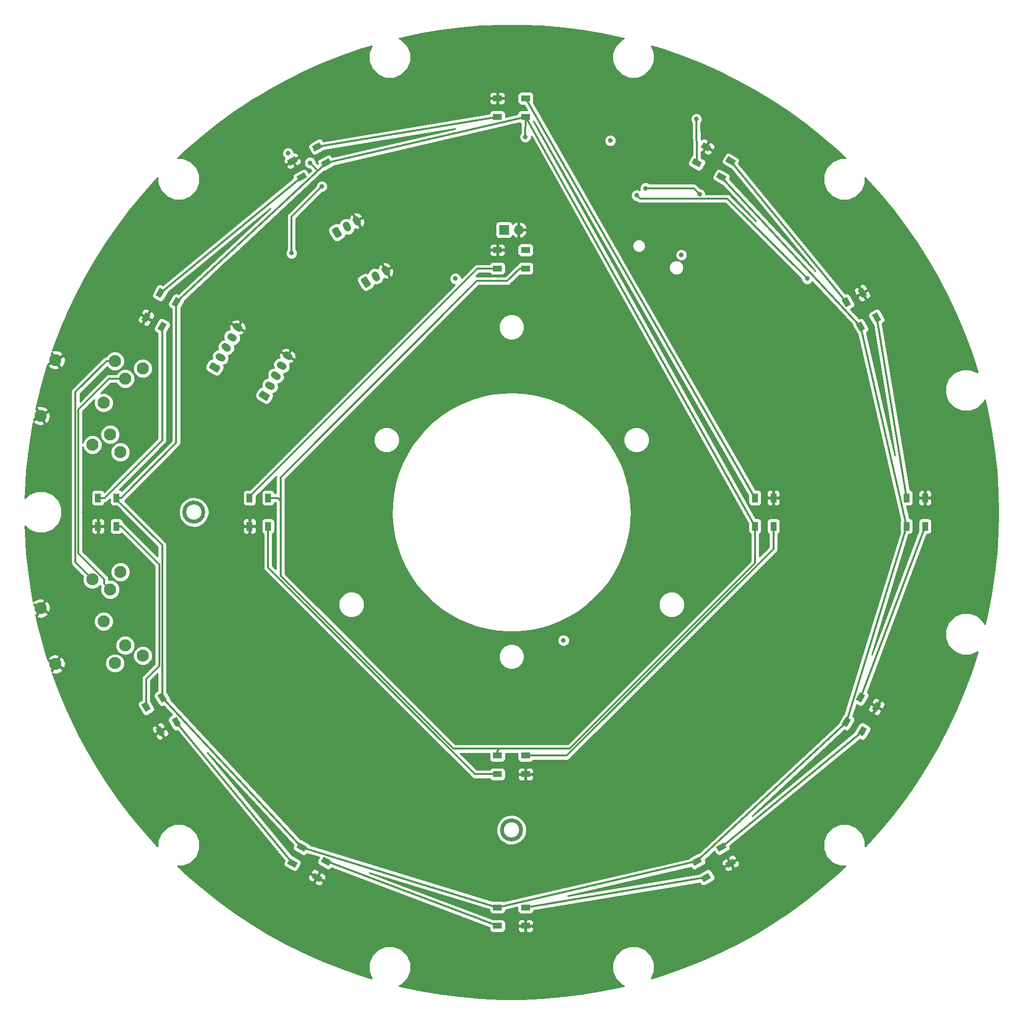
<source format=gbr>
G04 #@! TF.GenerationSoftware,KiCad,Pcbnew,(5.0.1-3-g963ef8bb5)*
G04 #@! TF.CreationDate,2019-09-11T13:55:26+02:00*
G04 #@! TF.ProjectId,crecol_v30,637265636F6C5F7633302E6B69636164,rev?*
G04 #@! TF.SameCoordinates,Original*
G04 #@! TF.FileFunction,Copper,L1,Top,Signal*
G04 #@! TF.FilePolarity,Positive*
%FSLAX46Y46*%
G04 Gerber Fmt 4.6, Leading zero omitted, Abs format (unit mm)*
G04 Created by KiCad (PCBNEW (5.0.1-3-g963ef8bb5)) date 2019 September 11, Wednesday 13:55:26*
%MOMM*%
%LPD*%
G01*
G04 APERTURE LIST*
G04 #@! TA.AperFunction,EtchedComponent*
%ADD10C,0.381000*%
G04 #@! TD*
G04 #@! TA.AperFunction,ComponentPad*
%ADD11O,1.700000X1.700000*%
G04 #@! TD*
G04 #@! TA.AperFunction,ComponentPad*
%ADD12R,1.700000X1.700000*%
G04 #@! TD*
G04 #@! TA.AperFunction,SMDPad,CuDef*
%ADD13R,1.500000X1.000000*%
G04 #@! TD*
G04 #@! TA.AperFunction,SMDPad,CuDef*
%ADD14C,1.000000*%
G04 #@! TD*
G04 #@! TA.AperFunction,Conductor*
%ADD15C,0.100000*%
G04 #@! TD*
G04 #@! TA.AperFunction,SMDPad,CuDef*
%ADD16R,1.000000X1.500000*%
G04 #@! TD*
G04 #@! TA.AperFunction,ComponentPad*
%ADD17C,1.200000*%
G04 #@! TD*
G04 #@! TA.AperFunction,Conductor*
%ADD18C,1.200000*%
G04 #@! TD*
G04 #@! TA.AperFunction,ComponentPad*
%ADD19C,2.100000*%
G04 #@! TD*
G04 #@! TA.AperFunction,ViaPad*
%ADD20C,0.800000*%
G04 #@! TD*
G04 #@! TA.AperFunction,Conductor*
%ADD21C,0.300000*%
G04 #@! TD*
G04 #@! TA.AperFunction,Conductor*
%ADD22C,0.254000*%
G04 #@! TD*
G04 APERTURE END LIST*
D10*
G04 #@! TO.C,REF\002A\002A*
X101790700Y-155000000D02*
G75*
G03X101790700Y-155000000I-1790700J0D01*
G01*
X101529080Y-155000000D02*
G75*
G03X101529080Y-155000000I-1529080J0D01*
G01*
X46790700Y-100000000D02*
G75*
G03X46790700Y-100000000I-1790700J0D01*
G01*
X46529080Y-100000000D02*
G75*
G03X46529080Y-100000000I-1529080J0D01*
G01*
G04 #@! TD*
D11*
G04 #@! TO.P,J33,2*
G04 #@! TO.N,GND*
X101240000Y-51150000D03*
D12*
G04 #@! TO.P,J33,1*
G04 #@! TO.N,+5V*
X98700000Y-51150000D03*
G04 #@! TD*
D13*
G04 #@! TO.P,U06,3*
G04 #@! TO.N,+5V*
X97550000Y-168400000D03*
G04 #@! TO.P,U06,4*
G04 #@! TO.N,Net-(U06-Pad4)*
X97550000Y-171600000D03*
G04 #@! TO.P,U06,2*
G04 #@! TO.N,Net-(U05-Pad4)*
X102450000Y-168400000D03*
G04 #@! TO.P,U06,1*
G04 #@! TO.N,GND*
X102450000Y-171600000D03*
G04 #@! TD*
D14*
G04 #@! TO.P,U05,1*
G04 #@! TO.N,GND*
X137921762Y-160760641D03*
D15*
G04 #@! TD*
G04 #@! TO.N,GND*
G04 #@! TO.C,U05*
G36*
X137522243Y-161568654D02*
X137022243Y-160702628D01*
X138321281Y-159952628D01*
X138821281Y-160818654D01*
X137522243Y-161568654D01*
X137522243Y-161568654D01*
G37*
D14*
G04 #@! TO.P,U05,2*
G04 #@! TO.N,Net-(U04-Pad4)*
X136321762Y-157989359D03*
D15*
G04 #@! TD*
G04 #@! TO.N,Net-(U04-Pad4)*
G04 #@! TO.C,U05*
G36*
X135922243Y-158797372D02*
X135422243Y-157931346D01*
X136721281Y-157181346D01*
X137221281Y-158047372D01*
X135922243Y-158797372D01*
X135922243Y-158797372D01*
G37*
D14*
G04 #@! TO.P,U05,4*
G04 #@! TO.N,Net-(U05-Pad4)*
X133678238Y-163210641D03*
D15*
G04 #@! TD*
G04 #@! TO.N,Net-(U05-Pad4)*
G04 #@! TO.C,U05*
G36*
X133278719Y-164018654D02*
X132778719Y-163152628D01*
X134077757Y-162402628D01*
X134577757Y-163268654D01*
X133278719Y-164018654D01*
X133278719Y-164018654D01*
G37*
D14*
G04 #@! TO.P,U05,3*
G04 #@! TO.N,+5V*
X132078238Y-160439359D03*
D15*
G04 #@! TD*
G04 #@! TO.N,+5V*
G04 #@! TO.C,U05*
G36*
X131678719Y-161247372D02*
X131178719Y-160381346D01*
X132477757Y-159631346D01*
X132977757Y-160497372D01*
X131678719Y-161247372D01*
X131678719Y-161247372D01*
G37*
D14*
G04 #@! TO.P,U07,3*
G04 #@! TO.N,+5V*
X63678238Y-157989359D03*
D15*
G04 #@! TD*
G04 #@! TO.N,+5V*
G04 #@! TO.C,U07*
G36*
X62778719Y-158047372D02*
X63278719Y-157181346D01*
X64577757Y-157931346D01*
X64077757Y-158797372D01*
X62778719Y-158047372D01*
X62778719Y-158047372D01*
G37*
D14*
G04 #@! TO.P,U07,4*
G04 #@! TO.N,Net-(U07-Pad4)*
X62078238Y-160760641D03*
D15*
G04 #@! TD*
G04 #@! TO.N,Net-(U07-Pad4)*
G04 #@! TO.C,U07*
G36*
X61178719Y-160818654D02*
X61678719Y-159952628D01*
X62977757Y-160702628D01*
X62477757Y-161568654D01*
X61178719Y-160818654D01*
X61178719Y-160818654D01*
G37*
D14*
G04 #@! TO.P,U07,2*
G04 #@! TO.N,Net-(U06-Pad4)*
X67921762Y-160439359D03*
D15*
G04 #@! TD*
G04 #@! TO.N,Net-(U06-Pad4)*
G04 #@! TO.C,U07*
G36*
X67022243Y-160497372D02*
X67522243Y-159631346D01*
X68821281Y-160381346D01*
X68321281Y-161247372D01*
X67022243Y-160497372D01*
X67022243Y-160497372D01*
G37*
D14*
G04 #@! TO.P,U07,1*
G04 #@! TO.N,GND*
X66321762Y-163210641D03*
D15*
G04 #@! TD*
G04 #@! TO.N,GND*
G04 #@! TO.C,U07*
G36*
X65422243Y-163268654D02*
X65922243Y-162402628D01*
X67221281Y-163152628D01*
X66721281Y-164018654D01*
X65422243Y-163268654D01*
X65422243Y-163268654D01*
G37*
D16*
G04 #@! TO.P,U03,1*
G04 #@! TO.N,GND*
X171600000Y-97550000D03*
G04 #@! TO.P,U03,2*
G04 #@! TO.N,Net-(U02-Pad4)*
X168400000Y-97550000D03*
G04 #@! TO.P,U03,4*
G04 #@! TO.N,Net-(U03-Pad4)*
X171600000Y-102450000D03*
G04 #@! TO.P,U03,3*
G04 #@! TO.N,+5V*
X168400000Y-102450000D03*
G04 #@! TD*
D14*
G04 #@! TO.P,U02,3*
G04 #@! TO.N,+5V*
X160439359Y-67921762D03*
D15*
G04 #@! TD*
G04 #@! TO.N,+5V*
G04 #@! TO.C,U02*
G36*
X161247372Y-68321281D02*
X160381346Y-68821281D01*
X159631346Y-67522243D01*
X160497372Y-67022243D01*
X161247372Y-68321281D01*
X161247372Y-68321281D01*
G37*
D14*
G04 #@! TO.P,U02,4*
G04 #@! TO.N,Net-(U02-Pad4)*
X163210641Y-66321762D03*
D15*
G04 #@! TD*
G04 #@! TO.N,Net-(U02-Pad4)*
G04 #@! TO.C,U02*
G36*
X164018654Y-66721281D02*
X163152628Y-67221281D01*
X162402628Y-65922243D01*
X163268654Y-65422243D01*
X164018654Y-66721281D01*
X164018654Y-66721281D01*
G37*
D14*
G04 #@! TO.P,U02,2*
G04 #@! TO.N,Net-(U01-Pad4)*
X157989359Y-63678238D03*
D15*
G04 #@! TD*
G04 #@! TO.N,Net-(U01-Pad4)*
G04 #@! TO.C,U02*
G36*
X158797372Y-64077757D02*
X157931346Y-64577757D01*
X157181346Y-63278719D01*
X158047372Y-62778719D01*
X158797372Y-64077757D01*
X158797372Y-64077757D01*
G37*
D14*
G04 #@! TO.P,U02,1*
G04 #@! TO.N,GND*
X160760641Y-62078238D03*
D15*
G04 #@! TD*
G04 #@! TO.N,GND*
G04 #@! TO.C,U02*
G36*
X161568654Y-62477757D02*
X160702628Y-62977757D01*
X159952628Y-61678719D01*
X160818654Y-61178719D01*
X161568654Y-62477757D01*
X161568654Y-62477757D01*
G37*
D14*
G04 #@! TO.P,U01,1*
G04 #@! TO.N,GND*
X133678238Y-36789359D03*
D15*
G04 #@! TD*
G04 #@! TO.N,GND*
G04 #@! TO.C,U01*
G36*
X134577757Y-36731346D02*
X134077757Y-37597372D01*
X132778719Y-36847372D01*
X133278719Y-35981346D01*
X134577757Y-36731346D01*
X134577757Y-36731346D01*
G37*
D14*
G04 #@! TO.P,U01,2*
G04 #@! TO.N,L_DO_5V*
X132078238Y-39560641D03*
D15*
G04 #@! TD*
G04 #@! TO.N,L_DO_5V*
G04 #@! TO.C,U01*
G36*
X132977757Y-39502628D02*
X132477757Y-40368654D01*
X131178719Y-39618654D01*
X131678719Y-38752628D01*
X132977757Y-39502628D01*
X132977757Y-39502628D01*
G37*
D14*
G04 #@! TO.P,U01,4*
G04 #@! TO.N,Net-(U01-Pad4)*
X137921762Y-39239359D03*
D15*
G04 #@! TD*
G04 #@! TO.N,Net-(U01-Pad4)*
G04 #@! TO.C,U01*
G36*
X138821281Y-39181346D02*
X138321281Y-40047372D01*
X137022243Y-39297372D01*
X137522243Y-38431346D01*
X138821281Y-39181346D01*
X138821281Y-39181346D01*
G37*
D14*
G04 #@! TO.P,U01,3*
G04 #@! TO.N,+5V*
X136321762Y-42010641D03*
D15*
G04 #@! TD*
G04 #@! TO.N,+5V*
G04 #@! TO.C,U01*
G36*
X137221281Y-41952628D02*
X136721281Y-42818654D01*
X135422243Y-42068654D01*
X135922243Y-41202628D01*
X137221281Y-41952628D01*
X137221281Y-41952628D01*
G37*
D14*
G04 #@! TO.P,U08,3*
G04 #@! TO.N,+5V*
X39510641Y-132078238D03*
D15*
G04 #@! TD*
G04 #@! TO.N,+5V*
G04 #@! TO.C,U08*
G36*
X38702628Y-131678719D02*
X39568654Y-131178719D01*
X40318654Y-132477757D01*
X39452628Y-132977757D01*
X38702628Y-131678719D01*
X38702628Y-131678719D01*
G37*
D14*
G04 #@! TO.P,U08,4*
G04 #@! TO.N,Net-(U08-Pad4)*
X36739359Y-133678238D03*
D15*
G04 #@! TD*
G04 #@! TO.N,Net-(U08-Pad4)*
G04 #@! TO.C,U08*
G36*
X35931346Y-133278719D02*
X36797372Y-132778719D01*
X37547372Y-134077757D01*
X36681346Y-134577757D01*
X35931346Y-133278719D01*
X35931346Y-133278719D01*
G37*
D14*
G04 #@! TO.P,U08,2*
G04 #@! TO.N,Net-(U07-Pad4)*
X41960641Y-136321762D03*
D15*
G04 #@! TD*
G04 #@! TO.N,Net-(U07-Pad4)*
G04 #@! TO.C,U08*
G36*
X41152628Y-135922243D02*
X42018654Y-135422243D01*
X42768654Y-136721281D01*
X41902628Y-137221281D01*
X41152628Y-135922243D01*
X41152628Y-135922243D01*
G37*
D14*
G04 #@! TO.P,U08,1*
G04 #@! TO.N,GND*
X39189359Y-137921762D03*
D15*
G04 #@! TD*
G04 #@! TO.N,GND*
G04 #@! TO.C,U08*
G36*
X38381346Y-137522243D02*
X39247372Y-137022243D01*
X39997372Y-138321281D01*
X39131346Y-138821281D01*
X38381346Y-137522243D01*
X38381346Y-137522243D01*
G37*
D16*
G04 #@! TO.P,U09,1*
G04 #@! TO.N,GND*
X28400000Y-102450000D03*
G04 #@! TO.P,U09,2*
G04 #@! TO.N,Net-(U08-Pad4)*
X31600000Y-102450000D03*
G04 #@! TO.P,U09,4*
G04 #@! TO.N,Net-(U09-Pad4)*
X28400000Y-97550000D03*
G04 #@! TO.P,U09,3*
G04 #@! TO.N,+5V*
X31600000Y-97550000D03*
G04 #@! TD*
D14*
G04 #@! TO.P,U10,3*
G04 #@! TO.N,+5V*
X41960641Y-63678238D03*
D15*
G04 #@! TD*
G04 #@! TO.N,+5V*
G04 #@! TO.C,U10*
G36*
X41902628Y-62778719D02*
X42768654Y-63278719D01*
X42018654Y-64577757D01*
X41152628Y-64077757D01*
X41902628Y-62778719D01*
X41902628Y-62778719D01*
G37*
D14*
G04 #@! TO.P,U10,4*
G04 #@! TO.N,Net-(U10-Pad4)*
X39189359Y-62078238D03*
D15*
G04 #@! TD*
G04 #@! TO.N,Net-(U10-Pad4)*
G04 #@! TO.C,U10*
G36*
X39131346Y-61178719D02*
X39997372Y-61678719D01*
X39247372Y-62977757D01*
X38381346Y-62477757D01*
X39131346Y-61178719D01*
X39131346Y-61178719D01*
G37*
D14*
G04 #@! TO.P,U10,2*
G04 #@! TO.N,Net-(U09-Pad4)*
X39510641Y-67921762D03*
D15*
G04 #@! TD*
G04 #@! TO.N,Net-(U09-Pad4)*
G04 #@! TO.C,U10*
G36*
X39452628Y-67022243D02*
X40318654Y-67522243D01*
X39568654Y-68821281D01*
X38702628Y-68321281D01*
X39452628Y-67022243D01*
X39452628Y-67022243D01*
G37*
D14*
G04 #@! TO.P,U10,1*
G04 #@! TO.N,GND*
X36739359Y-66321762D03*
D15*
G04 #@! TD*
G04 #@! TO.N,GND*
G04 #@! TO.C,U10*
G36*
X36681346Y-65422243D02*
X37547372Y-65922243D01*
X36797372Y-67221281D01*
X35931346Y-66721281D01*
X36681346Y-65422243D01*
X36681346Y-65422243D01*
G37*
D14*
G04 #@! TO.P,U11,1*
G04 #@! TO.N,GND*
X62078238Y-39239359D03*
D15*
G04 #@! TD*
G04 #@! TO.N,GND*
G04 #@! TO.C,U11*
G36*
X62477757Y-38431346D02*
X62977757Y-39297372D01*
X61678719Y-40047372D01*
X61178719Y-39181346D01*
X62477757Y-38431346D01*
X62477757Y-38431346D01*
G37*
D14*
G04 #@! TO.P,U11,2*
G04 #@! TO.N,Net-(U10-Pad4)*
X63678238Y-42010641D03*
D15*
G04 #@! TD*
G04 #@! TO.N,Net-(U10-Pad4)*
G04 #@! TO.C,U11*
G36*
X64077757Y-41202628D02*
X64577757Y-42068654D01*
X63278719Y-42818654D01*
X62778719Y-41952628D01*
X64077757Y-41202628D01*
X64077757Y-41202628D01*
G37*
D14*
G04 #@! TO.P,U11,4*
G04 #@! TO.N,Net-(U11-Pad4)*
X66321762Y-36789359D03*
D15*
G04 #@! TD*
G04 #@! TO.N,Net-(U11-Pad4)*
G04 #@! TO.C,U11*
G36*
X66721281Y-35981346D02*
X67221281Y-36847372D01*
X65922243Y-37597372D01*
X65422243Y-36731346D01*
X66721281Y-35981346D01*
X66721281Y-35981346D01*
G37*
D14*
G04 #@! TO.P,U11,3*
G04 #@! TO.N,+5V*
X67921762Y-39560641D03*
D15*
G04 #@! TD*
G04 #@! TO.N,+5V*
G04 #@! TO.C,U11*
G36*
X68321281Y-38752628D02*
X68821281Y-39618654D01*
X67522243Y-40368654D01*
X67022243Y-39502628D01*
X68321281Y-38752628D01*
X68321281Y-38752628D01*
G37*
D13*
G04 #@! TO.P,U12,3*
G04 #@! TO.N,+5V*
X102450000Y-31600000D03*
G04 #@! TO.P,U12,4*
G04 #@! TO.N,Net-(U12-Pad4)*
X102450000Y-28400000D03*
G04 #@! TO.P,U12,2*
G04 #@! TO.N,Net-(U11-Pad4)*
X97550000Y-31600000D03*
G04 #@! TO.P,U12,1*
G04 #@! TO.N,GND*
X97550000Y-28400000D03*
G04 #@! TD*
D16*
G04 #@! TO.P,U13,1*
G04 #@! TO.N,GND*
X145350000Y-97550000D03*
G04 #@! TO.P,U13,2*
G04 #@! TO.N,Net-(U12-Pad4)*
X142150000Y-97550000D03*
G04 #@! TO.P,U13,4*
G04 #@! TO.N,Net-(U13-Pad4)*
X145350000Y-102450000D03*
G04 #@! TO.P,U13,3*
G04 #@! TO.N,+5V*
X142150000Y-102450000D03*
G04 #@! TD*
D13*
G04 #@! TO.P,U14,3*
G04 #@! TO.N,+5V*
X97550000Y-142150000D03*
G04 #@! TO.P,U14,4*
G04 #@! TO.N,Net-(U14-Pad4)*
X97550000Y-145350000D03*
G04 #@! TO.P,U14,2*
G04 #@! TO.N,Net-(U13-Pad4)*
X102450000Y-142150000D03*
G04 #@! TO.P,U14,1*
G04 #@! TO.N,GND*
X102450000Y-145350000D03*
G04 #@! TD*
D16*
G04 #@! TO.P,U15,1*
G04 #@! TO.N,GND*
X54650000Y-102450000D03*
G04 #@! TO.P,U15,2*
G04 #@! TO.N,Net-(U14-Pad4)*
X57850000Y-102450000D03*
G04 #@! TO.P,U15,4*
G04 #@! TO.N,Net-(U15-Pad4)*
X54650000Y-97550000D03*
G04 #@! TO.P,U15,3*
G04 #@! TO.N,+5V*
X57850000Y-97550000D03*
G04 #@! TD*
D13*
G04 #@! TO.P,U16,3*
G04 #@! TO.N,+5V*
X102450000Y-57850000D03*
G04 #@! TO.P,U16,4*
G04 #@! TO.N,Net-(U16-Pad4)*
X102450000Y-54650000D03*
G04 #@! TO.P,U16,2*
G04 #@! TO.N,Net-(U15-Pad4)*
X97550000Y-57850000D03*
G04 #@! TO.P,U16,1*
G04 #@! TO.N,GND*
X97550000Y-54650000D03*
G04 #@! TD*
D14*
G04 #@! TO.P,U04,1*
G04 #@! TO.N,GND*
X163210641Y-133678238D03*
D15*
G04 #@! TD*
G04 #@! TO.N,GND*
G04 #@! TO.C,U04*
G36*
X163268654Y-134577757D02*
X162402628Y-134077757D01*
X163152628Y-132778719D01*
X164018654Y-133278719D01*
X163268654Y-134577757D01*
X163268654Y-134577757D01*
G37*
D14*
G04 #@! TO.P,U04,2*
G04 #@! TO.N,Net-(U03-Pad4)*
X160439359Y-132078238D03*
D15*
G04 #@! TD*
G04 #@! TO.N,Net-(U03-Pad4)*
G04 #@! TO.C,U04*
G36*
X160497372Y-132977757D02*
X159631346Y-132477757D01*
X160381346Y-131178719D01*
X161247372Y-131678719D01*
X160497372Y-132977757D01*
X160497372Y-132977757D01*
G37*
D14*
G04 #@! TO.P,U04,4*
G04 #@! TO.N,Net-(U04-Pad4)*
X160760641Y-137921762D03*
D15*
G04 #@! TD*
G04 #@! TO.N,Net-(U04-Pad4)*
G04 #@! TO.C,U04*
G36*
X160818654Y-138821281D02*
X159952628Y-138321281D01*
X160702628Y-137022243D01*
X161568654Y-137522243D01*
X160818654Y-138821281D01*
X160818654Y-138821281D01*
G37*
D14*
G04 #@! TO.P,U04,3*
G04 #@! TO.N,+5V*
X157989359Y-136321762D03*
D15*
G04 #@! TD*
G04 #@! TO.N,+5V*
G04 #@! TO.C,U04*
G36*
X158047372Y-137221281D02*
X157181346Y-136721281D01*
X157931346Y-135422243D01*
X158797372Y-135922243D01*
X158047372Y-137221281D01*
X158047372Y-137221281D01*
G37*
G04 #@! TO.N,T_RXD_5V*
G04 #@! TO.C,J30*
G36*
X56866366Y-79000632D02*
X56890503Y-79005024D01*
X56914094Y-79011760D01*
X56936910Y-79020777D01*
X56958734Y-79031987D01*
X58041267Y-79656988D01*
X58061886Y-79670282D01*
X58081103Y-79685534D01*
X58098732Y-79702596D01*
X58114605Y-79721303D01*
X58128567Y-79741477D01*
X58140484Y-79762921D01*
X58150243Y-79785431D01*
X58157748Y-79808789D01*
X58162927Y-79832769D01*
X58165731Y-79857142D01*
X58166132Y-79881673D01*
X58164127Y-79906124D01*
X58159735Y-79930262D01*
X58152999Y-79953853D01*
X58143982Y-79976669D01*
X58132772Y-79998493D01*
X57782771Y-80604712D01*
X57769477Y-80625331D01*
X57754225Y-80644548D01*
X57737163Y-80662177D01*
X57718456Y-80678050D01*
X57698282Y-80692012D01*
X57676838Y-80703929D01*
X57654328Y-80713688D01*
X57630970Y-80721193D01*
X57606990Y-80726372D01*
X57582617Y-80729176D01*
X57558086Y-80729577D01*
X57533634Y-80727572D01*
X57509497Y-80723180D01*
X57485906Y-80716444D01*
X57463090Y-80707427D01*
X57441266Y-80696217D01*
X56358733Y-80071216D01*
X56338114Y-80057922D01*
X56318897Y-80042670D01*
X56301268Y-80025608D01*
X56285395Y-80006901D01*
X56271433Y-79986727D01*
X56259516Y-79965283D01*
X56249757Y-79942773D01*
X56242252Y-79919415D01*
X56237073Y-79895435D01*
X56234269Y-79871062D01*
X56233868Y-79846531D01*
X56235873Y-79822080D01*
X56240265Y-79797942D01*
X56247001Y-79774351D01*
X56256018Y-79751535D01*
X56267228Y-79729711D01*
X56617229Y-79123492D01*
X56630523Y-79102873D01*
X56645775Y-79083656D01*
X56662837Y-79066027D01*
X56681544Y-79050154D01*
X56701718Y-79036192D01*
X56723162Y-79024275D01*
X56745672Y-79014516D01*
X56769030Y-79007011D01*
X56793010Y-79001832D01*
X56817383Y-78999028D01*
X56841914Y-78998627D01*
X56866366Y-79000632D01*
X56866366Y-79000632D01*
G37*
D17*
G04 #@! TD*
G04 #@! TO.P,J30,1*
G04 #@! TO.N,T_RXD_5V*
X57200000Y-79864102D03*
G04 #@! TO.P,J30,2*
G04 #@! TO.N,T_TXD_5V*
X58200000Y-78132051D03*
D18*
G04 #@! TD*
G04 #@! TO.N,T_TXD_5V*
G04 #@! TO.C,J30*
X57961843Y-77994551D02*
X58438157Y-78269551D01*
D17*
G04 #@! TO.P,J30,3*
G04 #@! TO.N,T_HS1(UP)_5V*
X59200000Y-76400000D03*
D18*
G04 #@! TD*
G04 #@! TO.N,T_HS1(UP)_5V*
G04 #@! TO.C,J30*
X58961843Y-76262500D02*
X59438157Y-76537500D01*
D17*
G04 #@! TO.P,J30,4*
G04 #@! TO.N,T_HS2(DN)_5V*
X60200000Y-74667950D03*
D18*
G04 #@! TD*
G04 #@! TO.N,T_HS2(DN)_5V*
G04 #@! TO.C,J30*
X59961843Y-74530450D02*
X60438157Y-74805450D01*
D17*
G04 #@! TO.P,J30,5*
G04 #@! TO.N,GND*
X61200000Y-72935899D03*
D18*
G04 #@! TD*
G04 #@! TO.N,GND*
G04 #@! TO.C,J30*
X60961843Y-72798399D02*
X61438157Y-73073399D01*
D17*
G04 #@! TO.P,J31,3*
G04 #@! TO.N,GND*
X73232051Y-49600000D03*
D18*
G04 #@! TD*
G04 #@! TO.N,GND*
G04 #@! TO.C,J31*
X73094551Y-49361843D02*
X73369551Y-49838157D01*
D17*
G04 #@! TO.P,J31,2*
G04 #@! TO.N,K_B_5V*
X71500000Y-50600000D03*
D18*
G04 #@! TD*
G04 #@! TO.N,K_B_5V*
G04 #@! TO.C,J31*
X71362500Y-50361843D02*
X71637500Y-50838157D01*
D15*
G04 #@! TO.N,K_A_5V*
G04 #@! TO.C,J31*
G36*
X69774909Y-50634269D02*
X69799282Y-50637073D01*
X69823262Y-50642252D01*
X69846620Y-50649757D01*
X69869130Y-50659516D01*
X69890574Y-50671433D01*
X69910748Y-50685395D01*
X69929455Y-50701268D01*
X69946517Y-50718897D01*
X69961769Y-50738114D01*
X69975063Y-50758733D01*
X70600064Y-51841266D01*
X70611274Y-51863090D01*
X70620291Y-51885906D01*
X70627027Y-51909497D01*
X70631419Y-51933635D01*
X70633424Y-51958086D01*
X70633023Y-51982617D01*
X70630219Y-52006990D01*
X70625040Y-52030970D01*
X70617535Y-52054328D01*
X70607776Y-52076838D01*
X70595859Y-52098282D01*
X70581897Y-52118456D01*
X70566024Y-52137163D01*
X70548395Y-52154225D01*
X70529178Y-52169477D01*
X70508559Y-52182771D01*
X69902340Y-52532772D01*
X69880516Y-52543982D01*
X69857700Y-52552999D01*
X69834109Y-52559735D01*
X69809972Y-52564127D01*
X69785520Y-52566132D01*
X69760989Y-52565731D01*
X69736616Y-52562927D01*
X69712636Y-52557748D01*
X69689278Y-52550243D01*
X69666768Y-52540484D01*
X69645324Y-52528567D01*
X69625150Y-52514605D01*
X69606443Y-52498732D01*
X69589381Y-52481103D01*
X69574129Y-52461886D01*
X69560835Y-52441267D01*
X68935834Y-51358734D01*
X68924624Y-51336910D01*
X68915607Y-51314094D01*
X68908871Y-51290503D01*
X68904479Y-51266365D01*
X68902474Y-51241914D01*
X68902875Y-51217383D01*
X68905679Y-51193010D01*
X68910858Y-51169030D01*
X68918363Y-51145672D01*
X68928122Y-51123162D01*
X68940039Y-51101718D01*
X68954001Y-51081544D01*
X68969874Y-51062837D01*
X68987503Y-51045775D01*
X69006720Y-51030523D01*
X69027339Y-51017229D01*
X69633558Y-50667228D01*
X69655382Y-50656018D01*
X69678198Y-50647001D01*
X69701789Y-50640265D01*
X69725926Y-50635873D01*
X69750378Y-50633868D01*
X69774909Y-50634269D01*
X69774909Y-50634269D01*
G37*
D17*
G04 #@! TD*
G04 #@! TO.P,J31,1*
G04 #@! TO.N,K_A_5V*
X69767949Y-51600000D03*
D15*
G04 #@! TO.N,+3V3*
G04 #@! TO.C,J32*
G36*
X74774909Y-59234269D02*
X74799282Y-59237073D01*
X74823262Y-59242252D01*
X74846620Y-59249757D01*
X74869130Y-59259516D01*
X74890574Y-59271433D01*
X74910748Y-59285395D01*
X74929455Y-59301268D01*
X74946517Y-59318897D01*
X74961769Y-59338114D01*
X74975063Y-59358733D01*
X75600064Y-60441266D01*
X75611274Y-60463090D01*
X75620291Y-60485906D01*
X75627027Y-60509497D01*
X75631419Y-60533635D01*
X75633424Y-60558086D01*
X75633023Y-60582617D01*
X75630219Y-60606990D01*
X75625040Y-60630970D01*
X75617535Y-60654328D01*
X75607776Y-60676838D01*
X75595859Y-60698282D01*
X75581897Y-60718456D01*
X75566024Y-60737163D01*
X75548395Y-60754225D01*
X75529178Y-60769477D01*
X75508559Y-60782771D01*
X74902340Y-61132772D01*
X74880516Y-61143982D01*
X74857700Y-61152999D01*
X74834109Y-61159735D01*
X74809972Y-61164127D01*
X74785520Y-61166132D01*
X74760989Y-61165731D01*
X74736616Y-61162927D01*
X74712636Y-61157748D01*
X74689278Y-61150243D01*
X74666768Y-61140484D01*
X74645324Y-61128567D01*
X74625150Y-61114605D01*
X74606443Y-61098732D01*
X74589381Y-61081103D01*
X74574129Y-61061886D01*
X74560835Y-61041267D01*
X73935834Y-59958734D01*
X73924624Y-59936910D01*
X73915607Y-59914094D01*
X73908871Y-59890503D01*
X73904479Y-59866365D01*
X73902474Y-59841914D01*
X73902875Y-59817383D01*
X73905679Y-59793010D01*
X73910858Y-59769030D01*
X73918363Y-59745672D01*
X73928122Y-59723162D01*
X73940039Y-59701718D01*
X73954001Y-59681544D01*
X73969874Y-59662837D01*
X73987503Y-59645775D01*
X74006720Y-59630523D01*
X74027339Y-59617229D01*
X74633558Y-59267228D01*
X74655382Y-59256018D01*
X74678198Y-59247001D01*
X74701789Y-59240265D01*
X74725926Y-59235873D01*
X74750378Y-59233868D01*
X74774909Y-59234269D01*
X74774909Y-59234269D01*
G37*
D17*
G04 #@! TD*
G04 #@! TO.P,J32,1*
G04 #@! TO.N,+3V3*
X74767949Y-60200000D03*
G04 #@! TO.P,J32,2*
G04 #@! TO.N,SW_OUT*
X76500000Y-59200000D03*
D18*
G04 #@! TD*
G04 #@! TO.N,SW_OUT*
G04 #@! TO.C,J32*
X76362500Y-58961843D02*
X76637500Y-59438157D01*
D17*
G04 #@! TO.P,J32,3*
G04 #@! TO.N,GND*
X78232051Y-58200000D03*
D18*
G04 #@! TD*
G04 #@! TO.N,GND*
G04 #@! TO.C,J32*
X78094551Y-57961843D02*
X78369551Y-58438157D01*
D15*
G04 #@! TO.N,T_RXD_5V*
G04 #@! TO.C,J34*
G36*
X48266366Y-74100632D02*
X48290503Y-74105024D01*
X48314094Y-74111760D01*
X48336910Y-74120777D01*
X48358734Y-74131987D01*
X49441267Y-74756988D01*
X49461886Y-74770282D01*
X49481103Y-74785534D01*
X49498732Y-74802596D01*
X49514605Y-74821303D01*
X49528567Y-74841477D01*
X49540484Y-74862921D01*
X49550243Y-74885431D01*
X49557748Y-74908789D01*
X49562927Y-74932769D01*
X49565731Y-74957142D01*
X49566132Y-74981673D01*
X49564127Y-75006124D01*
X49559735Y-75030262D01*
X49552999Y-75053853D01*
X49543982Y-75076669D01*
X49532772Y-75098493D01*
X49182771Y-75704712D01*
X49169477Y-75725331D01*
X49154225Y-75744548D01*
X49137163Y-75762177D01*
X49118456Y-75778050D01*
X49098282Y-75792012D01*
X49076838Y-75803929D01*
X49054328Y-75813688D01*
X49030970Y-75821193D01*
X49006990Y-75826372D01*
X48982617Y-75829176D01*
X48958086Y-75829577D01*
X48933634Y-75827572D01*
X48909497Y-75823180D01*
X48885906Y-75816444D01*
X48863090Y-75807427D01*
X48841266Y-75796217D01*
X47758733Y-75171216D01*
X47738114Y-75157922D01*
X47718897Y-75142670D01*
X47701268Y-75125608D01*
X47685395Y-75106901D01*
X47671433Y-75086727D01*
X47659516Y-75065283D01*
X47649757Y-75042773D01*
X47642252Y-75019415D01*
X47637073Y-74995435D01*
X47634269Y-74971062D01*
X47633868Y-74946531D01*
X47635873Y-74922080D01*
X47640265Y-74897942D01*
X47647001Y-74874351D01*
X47656018Y-74851535D01*
X47667228Y-74829711D01*
X48017229Y-74223492D01*
X48030523Y-74202873D01*
X48045775Y-74183656D01*
X48062837Y-74166027D01*
X48081544Y-74150154D01*
X48101718Y-74136192D01*
X48123162Y-74124275D01*
X48145672Y-74114516D01*
X48169030Y-74107011D01*
X48193010Y-74101832D01*
X48217383Y-74099028D01*
X48241914Y-74098627D01*
X48266366Y-74100632D01*
X48266366Y-74100632D01*
G37*
D17*
G04 #@! TD*
G04 #@! TO.P,J34,1*
G04 #@! TO.N,T_RXD_5V*
X48600000Y-74964102D03*
G04 #@! TO.P,J34,2*
G04 #@! TO.N,T_TXD_5V*
X49600000Y-73232051D03*
D18*
G04 #@! TD*
G04 #@! TO.N,T_TXD_5V*
G04 #@! TO.C,J34*
X49361843Y-73094551D02*
X49838157Y-73369551D01*
D17*
G04 #@! TO.P,J34,3*
G04 #@! TO.N,T_HS1(UP)_5V*
X50600000Y-71500000D03*
D18*
G04 #@! TD*
G04 #@! TO.N,T_HS1(UP)_5V*
G04 #@! TO.C,J34*
X50361843Y-71362500D02*
X50838157Y-71637500D01*
D17*
G04 #@! TO.P,J34,4*
G04 #@! TO.N,T_HS2(DN)_5V*
X51600000Y-69767950D03*
D18*
G04 #@! TD*
G04 #@! TO.N,T_HS2(DN)_5V*
G04 #@! TO.C,J34*
X51361843Y-69630450D02*
X51838157Y-69905450D01*
D17*
G04 #@! TO.P,J34,5*
G04 #@! TO.N,GND*
X52600000Y-68035899D03*
D18*
G04 #@! TD*
G04 #@! TO.N,GND*
G04 #@! TO.C,J34*
X52361843Y-67898399D02*
X52838157Y-68173399D01*
D19*
G04 #@! TO.P,J35,1*
G04 #@! TO.N,T_RXD_5V*
X29400000Y-118900000D03*
G04 #@! TO.P,J35,2*
G04 #@! TO.N,Net-(J35-Pad2)*
X31341143Y-126144444D03*
G04 #@! TO.P,J35,3*
G04 #@! TO.N,T_HS1(UP)_5V*
X27458857Y-111655556D03*
G04 #@! TO.P,J35,4*
G04 #@! TO.N,Net-(J35-Pad4)*
X33108910Y-123082582D03*
G04 #@! TO.P,J35,5*
G04 #@! TO.N,T_HS2(DN)_5V*
X30520719Y-113423323D03*
G04 #@! TO.P,J35,6*
G04 #@! TO.N,T_TXD_5V*
X36170772Y-124850348D03*
G04 #@! TO.P,J35,7*
G04 #@! TO.N,Net-(J35-Pad7)*
X32288486Y-110361461D03*
G04 #@! TO.P,J35,S*
G04 #@! TO.N,GND*
X21034837Y-126317820D03*
X18446647Y-116658561D03*
G04 #@! TD*
G04 #@! TO.P,J36,S*
G04 #@! TO.N,GND*
X21034837Y-73682180D03*
X18446647Y-83341439D03*
G04 #@! TO.P,J36,7*
G04 #@! TO.N,Net-(J36-Pad7)*
X36170772Y-75149652D03*
G04 #@! TO.P,J36,6*
G04 #@! TO.N,T_TXD_5V*
X32288486Y-89638539D03*
G04 #@! TO.P,J36,5*
G04 #@! TO.N,T_HS2(DN)_5V*
X33108910Y-76917418D03*
G04 #@! TO.P,J36,4*
G04 #@! TO.N,Net-(J36-Pad4)*
X30520719Y-86576677D03*
G04 #@! TO.P,J36,3*
G04 #@! TO.N,T_HS1(UP)_5V*
X31341143Y-73855556D03*
G04 #@! TO.P,J36,2*
G04 #@! TO.N,Net-(J36-Pad2)*
X27458857Y-88344444D03*
G04 #@! TO.P,J36,1*
G04 #@! TO.N,T_RXD_5V*
X29400000Y-81100000D03*
G04 #@! TD*
D20*
G04 #@! TO.N,*
X129400000Y-55500000D03*
X109000000Y-122200000D03*
G04 #@! TO.N,GND*
X63500000Y-36700000D03*
X35914120Y-63000000D03*
X26000000Y-100000000D03*
X35914120Y-137000000D03*
X63000000Y-164085880D03*
X100000000Y-174000000D03*
X137000000Y-164085880D03*
X164085880Y-137000000D03*
X174000000Y-100000000D03*
X164085880Y-63000000D03*
X137000000Y-35914120D03*
X100500000Y-26600000D03*
X52500000Y-100000000D03*
X100000000Y-147600000D03*
X147000000Y-100000000D03*
X49700000Y-47500000D03*
X106600000Y-49800000D03*
X120000000Y-50000000D03*
X104100000Y-38000000D03*
X77400000Y-40100000D03*
X110700000Y-27900000D03*
X92500000Y-37500000D03*
X87400000Y-24400000D03*
X89800000Y-27100000D03*
X82600000Y-25500000D03*
X97200000Y-24100000D03*
X79500000Y-28600000D03*
X60000000Y-38300000D03*
X84700000Y-39300000D03*
X80300000Y-49100000D03*
X122800000Y-40300000D03*
X117300000Y-25200000D03*
X113700000Y-24000000D03*
X110100000Y-34700000D03*
X151100000Y-50200000D03*
X151000000Y-65500000D03*
G04 #@! TO.N,+5V*
X102400000Y-35050000D03*
X90300000Y-59600000D03*
X117100000Y-35700000D03*
X61900000Y-55200000D03*
X61300000Y-37900000D03*
X65100000Y-39550000D03*
X67150000Y-43650000D03*
G04 #@! TO.N,SCK*
X121700000Y-45200000D03*
X151200000Y-59600000D03*
G04 #@! TO.N,RTC_INT*
X123200000Y-43950000D03*
X132600000Y-45000000D03*
G04 #@! TO.N,L_DO_5V*
X132000000Y-32000000D03*
G04 #@! TD*
D21*
G04 #@! TO.N,+5V*
X136321762Y-42010641D02*
X160439359Y-67921762D01*
X160439359Y-67921762D02*
X168400000Y-102450000D01*
X168400000Y-102450000D02*
X157989359Y-136321762D01*
X157989359Y-136321762D02*
X132078238Y-160439359D01*
X132078238Y-160439359D02*
X97550000Y-168400000D01*
X97550000Y-168400000D02*
X63678238Y-157989359D01*
X63678238Y-157989359D02*
X39510641Y-132078238D01*
X67921762Y-39560641D02*
X102450000Y-31600000D01*
X102450000Y-31600000D02*
X102400000Y-35050000D01*
X102450000Y-31600000D02*
X142150000Y-102450000D01*
X66450000Y-40900000D02*
X66450000Y-40927891D01*
X65100000Y-39550000D02*
X66450000Y-40900000D01*
X66450000Y-40927891D02*
X67921762Y-39560641D01*
X41960641Y-63678238D02*
X66450000Y-40927891D01*
X61900000Y-48900000D02*
X67150000Y-43650000D01*
X61900000Y-55200000D02*
X61900000Y-48900000D01*
X97550000Y-142150000D02*
X97800000Y-142150000D01*
X99000000Y-140950000D02*
X110050000Y-140950000D01*
X142150000Y-108850000D02*
X142150000Y-102450000D01*
X110050000Y-140950000D02*
X142150000Y-108850000D01*
X58650000Y-97550000D02*
X57850000Y-97550000D01*
X89950000Y-140950000D02*
X60000000Y-111000000D01*
X60000000Y-111000000D02*
X60000000Y-99000000D01*
X97950000Y-140950000D02*
X98000000Y-140950000D01*
X97550000Y-141350000D02*
X97950000Y-140950000D01*
X97550000Y-142150000D02*
X97550000Y-141350000D01*
X98000000Y-140950000D02*
X89950000Y-140950000D01*
X99000000Y-140950000D02*
X98000000Y-140950000D01*
X60000000Y-94000000D02*
X94000000Y-60000000D01*
X99250000Y-60000000D02*
X101400000Y-57850000D01*
X101400000Y-57850000D02*
X102450000Y-57850000D01*
X94000000Y-60000000D02*
X99250000Y-60000000D01*
X59550000Y-97550000D02*
X57850000Y-97550000D01*
X60000000Y-98000000D02*
X59550000Y-97550000D01*
X60000000Y-99000000D02*
X60000000Y-98000000D01*
X60000000Y-98000000D02*
X60000000Y-94000000D01*
X39510641Y-131112213D02*
X39510641Y-132078238D01*
X39510641Y-105710641D02*
X39510641Y-131112213D01*
X31600000Y-97800000D02*
X39510641Y-105710641D01*
X31600000Y-97550000D02*
X31600000Y-97800000D01*
X32400000Y-97550000D02*
X31600000Y-97550000D01*
X41960641Y-87989359D02*
X32400000Y-97550000D01*
X41960641Y-63678238D02*
X41960641Y-87989359D01*
G04 #@! TO.N,SCK*
X137350001Y-45750001D02*
X151200000Y-59600000D01*
X122250001Y-45750001D02*
X137350001Y-45750001D01*
X121700000Y-45200000D02*
X122250001Y-45750001D01*
G04 #@! TO.N,RTC_INT*
X131550000Y-43950000D02*
X132600000Y-45000000D01*
X123200000Y-43950000D02*
X131550000Y-43950000D01*
G04 #@! TO.N,T_HS1(UP)_5V*
X24500010Y-79211765D02*
X24500010Y-108696709D01*
X24500010Y-108696709D02*
X27458857Y-111655556D01*
X29856219Y-73855556D02*
X24500010Y-79211765D01*
X31341143Y-73855556D02*
X29856219Y-73855556D01*
G04 #@! TO.N,T_HS2(DN)_5V*
X31623986Y-76917418D02*
X33108910Y-76917418D01*
X25000020Y-82268681D02*
X30351283Y-76917418D01*
X29470720Y-111595417D02*
X25000020Y-107124717D01*
X30351283Y-76917418D02*
X31623986Y-76917418D01*
X25000020Y-107124717D02*
X25000020Y-82268681D01*
X29470720Y-112373324D02*
X29470720Y-111595417D01*
X30520719Y-113423323D02*
X29470720Y-112373324D01*
G04 #@! TO.N,L_DO_5V*
X132100000Y-39538879D02*
X132078238Y-39560641D01*
X132000000Y-32000000D02*
X132100000Y-39538879D01*
G04 #@! TO.N,Net-(U03-Pad4)*
X171600000Y-102450000D02*
X160439359Y-132078238D01*
G04 #@! TO.N,Net-(U04-Pad4)*
X160760641Y-137921762D02*
X136321762Y-157989359D01*
G04 #@! TO.N,Net-(U15-Pad4)*
X96500000Y-57850000D02*
X97550000Y-57850000D01*
X94100000Y-57850000D02*
X96500000Y-57850000D01*
X54650000Y-97300000D02*
X94100000Y-57850000D01*
X54650000Y-97550000D02*
X54650000Y-97300000D01*
G04 #@! TO.N,Net-(U14-Pad4)*
X57850000Y-109557120D02*
X57850000Y-103500000D01*
X93642880Y-145350000D02*
X57850000Y-109557120D01*
X57850000Y-103500000D02*
X57850000Y-102450000D01*
X97550000Y-145350000D02*
X93642880Y-145350000D01*
G04 #@! TO.N,Net-(U13-Pad4)*
X145350000Y-103500000D02*
X145350000Y-102450000D01*
X145350000Y-106357120D02*
X145350000Y-103500000D01*
X109557120Y-142150000D02*
X145350000Y-106357120D01*
X102450000Y-142150000D02*
X109557120Y-142150000D01*
G04 #@! TO.N,Net-(U12-Pad4)*
X102450000Y-28400000D02*
X142150000Y-97550000D01*
G04 #@! TO.N,Net-(U11-Pad4)*
X66321762Y-36789359D02*
X97550000Y-31600000D01*
G04 #@! TO.N,Net-(U10-Pad4)*
X39189359Y-62078238D02*
X63678238Y-42010641D01*
G04 #@! TO.N,Net-(U09-Pad4)*
X29560641Y-97550000D02*
X28400000Y-97550000D01*
X39510641Y-87600000D02*
X29560641Y-97550000D01*
X39510641Y-67921762D02*
X39510641Y-87600000D01*
G04 #@! TO.N,Net-(U08-Pad4)*
X39000000Y-126600000D02*
X36739359Y-128860641D01*
X39000000Y-109050000D02*
X39000000Y-126600000D01*
X32400000Y-102450000D02*
X39000000Y-109050000D01*
X36739359Y-128860641D02*
X36739359Y-133678238D01*
X31600000Y-102450000D02*
X32400000Y-102450000D01*
G04 #@! TO.N,Net-(U07-Pad4)*
X62078238Y-160760641D02*
X41960641Y-136321762D01*
G04 #@! TO.N,Net-(U01-Pad4)*
X137921762Y-39239359D02*
X157989359Y-63678238D01*
G04 #@! TO.N,Net-(U02-Pad4)*
X163210641Y-66321762D02*
X168400000Y-97550000D01*
G04 #@! TO.N,Net-(U06-Pad4)*
X97550000Y-171600000D02*
X67921762Y-160439359D01*
G04 #@! TO.N,Net-(U05-Pad4)*
X133678238Y-163210641D02*
X102450000Y-168400000D01*
G04 #@! TD*
D22*
G04 #@! TO.N,GND*
G36*
X105291043Y-15901278D02*
X108808091Y-16196612D01*
X112309686Y-16638967D01*
X115789686Y-17227565D01*
X119241986Y-17961374D01*
X119475769Y-18021399D01*
X119039222Y-18202223D01*
X118018930Y-19222515D01*
X117466752Y-20555590D01*
X117466752Y-21998500D01*
X118018930Y-23331575D01*
X119039222Y-24351867D01*
X120372297Y-24904045D01*
X121815207Y-24904045D01*
X123148282Y-24351867D01*
X124168574Y-23331575D01*
X124720752Y-21998500D01*
X124720752Y-20555590D01*
X124202611Y-19304688D01*
X126039317Y-19859223D01*
X129372424Y-21019933D01*
X132654001Y-22319202D01*
X135878292Y-23754748D01*
X139039640Y-25324055D01*
X142132500Y-27024369D01*
X145151445Y-28852707D01*
X148091179Y-30805862D01*
X150946544Y-32880406D01*
X153712532Y-35072702D01*
X156384291Y-37378901D01*
X157837757Y-38743797D01*
X156907748Y-38743797D01*
X155574673Y-39295975D01*
X154554381Y-40316267D01*
X154002203Y-41649342D01*
X154002203Y-43092252D01*
X154554381Y-44425327D01*
X155574673Y-45445619D01*
X156907748Y-45997797D01*
X158350658Y-45997797D01*
X159683733Y-45445619D01*
X160704025Y-44425327D01*
X161256203Y-43092252D01*
X161256203Y-42142695D01*
X161426541Y-42316638D01*
X163788188Y-44939513D01*
X166037929Y-47658982D01*
X168171817Y-50470276D01*
X170186108Y-53368461D01*
X172077269Y-56348454D01*
X173841982Y-59405027D01*
X175477151Y-62532817D01*
X176979908Y-65726337D01*
X178347616Y-68979985D01*
X179577875Y-72288052D01*
X180668527Y-75644736D01*
X180713219Y-75804806D01*
X179444410Y-75279248D01*
X178001500Y-75279248D01*
X176668425Y-75831426D01*
X175648133Y-76851718D01*
X175095955Y-78184793D01*
X175095955Y-79627703D01*
X175648133Y-80960778D01*
X176668425Y-81981070D01*
X178001500Y-82533248D01*
X179444410Y-82533248D01*
X180777485Y-81981070D01*
X181797777Y-80960778D01*
X181969796Y-80545487D01*
X182423608Y-82480321D01*
X183084956Y-85947232D01*
X183600545Y-89438795D01*
X183969471Y-92948887D01*
X184191085Y-96471348D01*
X184265000Y-100000000D01*
X184191085Y-103528652D01*
X183969471Y-107051113D01*
X183600545Y-110561205D01*
X183084956Y-114052768D01*
X182423608Y-117519679D01*
X181969796Y-119454513D01*
X181797777Y-119039222D01*
X180777485Y-118018930D01*
X179444410Y-117466752D01*
X178001500Y-117466752D01*
X176668425Y-118018930D01*
X175648133Y-119039222D01*
X175095955Y-120372297D01*
X175095955Y-121815207D01*
X175648133Y-123148282D01*
X176668425Y-124168574D01*
X178001500Y-124720752D01*
X179444410Y-124720752D01*
X180713219Y-124195194D01*
X180668527Y-124355264D01*
X179577875Y-127711948D01*
X178347616Y-131020015D01*
X176979908Y-134273663D01*
X175477151Y-137467183D01*
X173841982Y-140594973D01*
X172077269Y-143651546D01*
X170186108Y-146631539D01*
X168171817Y-149529724D01*
X166037929Y-152341018D01*
X163788188Y-155060487D01*
X161426541Y-157683362D01*
X161256203Y-157857305D01*
X161256203Y-156907748D01*
X160704025Y-155574673D01*
X159683733Y-154554381D01*
X158350658Y-154002203D01*
X156907748Y-154002203D01*
X155574673Y-154554381D01*
X154554381Y-155574673D01*
X154002203Y-156907748D01*
X154002203Y-158350658D01*
X154554381Y-159683733D01*
X155574673Y-160704025D01*
X156907748Y-161256203D01*
X157837757Y-161256203D01*
X156384291Y-162621099D01*
X153712532Y-164927298D01*
X150946544Y-167119594D01*
X148091179Y-169194138D01*
X145151445Y-171147293D01*
X142132500Y-172975631D01*
X139039640Y-174675945D01*
X135878292Y-176245252D01*
X132654001Y-177680798D01*
X129372424Y-178980067D01*
X126039317Y-180140777D01*
X124202611Y-180695312D01*
X124720752Y-179444410D01*
X124720752Y-178001500D01*
X124168574Y-176668425D01*
X123148282Y-175648133D01*
X121815207Y-175095955D01*
X120372297Y-175095955D01*
X119039222Y-175648133D01*
X118018930Y-176668425D01*
X117466752Y-178001500D01*
X117466752Y-179444410D01*
X118018930Y-180777485D01*
X119039222Y-181797777D01*
X119475769Y-181978601D01*
X119241986Y-182038626D01*
X115789686Y-182772435D01*
X112309686Y-183361033D01*
X108808091Y-183803388D01*
X105291043Y-184098722D01*
X101764713Y-184246519D01*
X98235287Y-184246519D01*
X94708957Y-184098722D01*
X91191909Y-183803388D01*
X87690314Y-183361033D01*
X84210314Y-182772435D01*
X80758014Y-182038626D01*
X80524231Y-181978601D01*
X80960778Y-181797777D01*
X81981070Y-180777485D01*
X82533248Y-179444410D01*
X82533248Y-178001500D01*
X81981070Y-176668425D01*
X80960778Y-175648133D01*
X79627703Y-175095955D01*
X78184793Y-175095955D01*
X76851718Y-175648133D01*
X75831426Y-176668425D01*
X75279248Y-178001500D01*
X75279248Y-179444410D01*
X75797389Y-180695312D01*
X73960683Y-180140777D01*
X70627576Y-178980067D01*
X67345999Y-177680798D01*
X64121708Y-176245252D01*
X60960360Y-174675945D01*
X57867500Y-172975631D01*
X54848555Y-171147293D01*
X51908821Y-169194138D01*
X49053456Y-167119594D01*
X46287468Y-164927298D01*
X45351739Y-164119598D01*
X65943622Y-164119598D01*
X66001729Y-164336455D01*
X66513168Y-164631734D01*
X66763625Y-164664708D01*
X67007636Y-164599326D01*
X67208052Y-164445541D01*
X67334362Y-164226767D01*
X67378332Y-164150608D01*
X67320226Y-163933751D01*
X66368247Y-163384126D01*
X65943622Y-164119598D01*
X45351739Y-164119598D01*
X44414967Y-163310999D01*
X64776189Y-163310999D01*
X64841572Y-163555010D01*
X64995356Y-163755425D01*
X65506795Y-164050705D01*
X65723652Y-163992598D01*
X66148277Y-163257126D01*
X65987249Y-163164156D01*
X66495247Y-163164156D01*
X67447226Y-163713781D01*
X67664082Y-163655674D01*
X67708053Y-163579515D01*
X67834362Y-163360741D01*
X67867335Y-163110283D01*
X67801952Y-162866272D01*
X67648168Y-162665857D01*
X67136729Y-162370577D01*
X66919872Y-162428684D01*
X66495247Y-163164156D01*
X65987249Y-163164156D01*
X65196298Y-162707501D01*
X64979442Y-162765608D01*
X64935471Y-162841767D01*
X64809162Y-163060541D01*
X64776189Y-163310999D01*
X44414967Y-163310999D01*
X43615709Y-162621099D01*
X43242545Y-162270674D01*
X65265192Y-162270674D01*
X65323298Y-162487531D01*
X66275277Y-163037156D01*
X66699902Y-162301684D01*
X66641795Y-162084827D01*
X66130356Y-161789548D01*
X65879899Y-161756574D01*
X65635888Y-161821956D01*
X65435472Y-161975741D01*
X65309162Y-162194515D01*
X65265192Y-162270674D01*
X43242545Y-162270674D01*
X42162243Y-161256203D01*
X43092252Y-161256203D01*
X44425327Y-160704025D01*
X45445619Y-159683733D01*
X45997797Y-158350658D01*
X45997797Y-156907748D01*
X45445619Y-155574673D01*
X44425327Y-154554381D01*
X43092252Y-154002203D01*
X41649342Y-154002203D01*
X40316267Y-154554381D01*
X39295975Y-155574673D01*
X38743797Y-156907748D01*
X38743797Y-157857305D01*
X38573459Y-157683362D01*
X36211812Y-155060487D01*
X33962071Y-152341018D01*
X31828183Y-149529724D01*
X29813892Y-146631539D01*
X27922731Y-143651546D01*
X26158018Y-140594973D01*
X25186552Y-138736729D01*
X38349295Y-138736729D01*
X38644575Y-139248168D01*
X38844990Y-139401952D01*
X39089001Y-139467335D01*
X39339459Y-139434362D01*
X39558233Y-139308053D01*
X39634392Y-139264082D01*
X39692499Y-139047226D01*
X39142874Y-138095247D01*
X38407402Y-138519872D01*
X38349295Y-138736729D01*
X25186552Y-138736729D01*
X24529497Y-137479899D01*
X37735292Y-137479899D01*
X37768266Y-137730356D01*
X38063545Y-138241795D01*
X38280402Y-138299902D01*
X38854845Y-137968247D01*
X39362844Y-137968247D01*
X39912469Y-138920226D01*
X40129326Y-138978332D01*
X40205485Y-138934362D01*
X40424259Y-138808052D01*
X40578044Y-138607636D01*
X40643426Y-138363625D01*
X40610452Y-138113168D01*
X40315173Y-137601729D01*
X40098316Y-137543622D01*
X39362844Y-137968247D01*
X38854845Y-137968247D01*
X39015874Y-137875277D01*
X38466249Y-136923298D01*
X38249392Y-136865192D01*
X38173233Y-136909162D01*
X37954459Y-137035472D01*
X37800674Y-137235888D01*
X37735292Y-137479899D01*
X24529497Y-137479899D01*
X24522849Y-137467183D01*
X24207155Y-136796298D01*
X38686219Y-136796298D01*
X39235844Y-137748277D01*
X39971316Y-137323652D01*
X40029423Y-137106795D01*
X39734143Y-136595356D01*
X39533728Y-136441572D01*
X39289717Y-136376189D01*
X39039259Y-136409162D01*
X38820485Y-136535471D01*
X38744326Y-136579442D01*
X38686219Y-136796298D01*
X24207155Y-136796298D01*
X23020092Y-134273663D01*
X21652384Y-131020015D01*
X20490417Y-127895580D01*
X20539406Y-127962845D01*
X21206642Y-128027219D01*
X21847722Y-127831351D01*
X22286405Y-127494738D01*
X22317210Y-127204845D01*
X21081322Y-126491305D01*
X20405725Y-127661474D01*
X20300106Y-127336412D01*
X20442518Y-127089747D01*
X21020696Y-126511569D01*
X20841088Y-126331961D01*
X20828000Y-126345049D01*
X20700324Y-126271335D01*
X21208322Y-126271335D01*
X22444210Y-126984875D01*
X22679862Y-126813251D01*
X22744236Y-126146015D01*
X22641354Y-125809277D01*
X29656143Y-125809277D01*
X29656143Y-126479611D01*
X29912669Y-127098920D01*
X30386667Y-127572918D01*
X31005976Y-127829444D01*
X31676310Y-127829444D01*
X32295619Y-127572918D01*
X32769617Y-127098920D01*
X33026143Y-126479611D01*
X33026143Y-125809277D01*
X32769617Y-125189968D01*
X32295619Y-124715970D01*
X31676310Y-124459444D01*
X31005976Y-124459444D01*
X30386667Y-124715970D01*
X29912669Y-125189968D01*
X29656143Y-125809277D01*
X22641354Y-125809277D01*
X22548368Y-125504935D01*
X22211755Y-125066252D01*
X21921862Y-125035447D01*
X21208322Y-126271335D01*
X20700324Y-126271335D01*
X19781719Y-125740979D01*
X19680935Y-125430795D01*
X19752464Y-125430795D01*
X20988352Y-126144335D01*
X21701892Y-124908447D01*
X21530268Y-124672795D01*
X20863032Y-124608421D01*
X20221952Y-124804289D01*
X19783269Y-125140902D01*
X19752464Y-125430795D01*
X19680935Y-125430795D01*
X19331473Y-124355264D01*
X18882554Y-122747415D01*
X31423910Y-122747415D01*
X31423910Y-123417749D01*
X31680436Y-124037058D01*
X32154434Y-124511056D01*
X32773743Y-124767582D01*
X33444077Y-124767582D01*
X34053427Y-124515181D01*
X34485772Y-124515181D01*
X34485772Y-125185515D01*
X34742298Y-125804824D01*
X35216296Y-126278822D01*
X35835605Y-126535348D01*
X36505939Y-126535348D01*
X37125248Y-126278822D01*
X37599246Y-125804824D01*
X37855772Y-125185515D01*
X37855772Y-124515181D01*
X37599246Y-123895872D01*
X37125248Y-123421874D01*
X36505939Y-123165348D01*
X35835605Y-123165348D01*
X35216296Y-123421874D01*
X34742298Y-123895872D01*
X34485772Y-124515181D01*
X34053427Y-124515181D01*
X34063386Y-124511056D01*
X34537384Y-124037058D01*
X34793910Y-123417749D01*
X34793910Y-122747415D01*
X34537384Y-122128106D01*
X34063386Y-121654108D01*
X33444077Y-121397582D01*
X32773743Y-121397582D01*
X32154434Y-121654108D01*
X31680436Y-122128106D01*
X31423910Y-122747415D01*
X18882554Y-122747415D01*
X18382340Y-120955853D01*
X17821531Y-118564833D01*
X27715000Y-118564833D01*
X27715000Y-119235167D01*
X27971526Y-119854476D01*
X28445524Y-120328474D01*
X29064833Y-120585000D01*
X29735167Y-120585000D01*
X30354476Y-120328474D01*
X30828474Y-119854476D01*
X31085000Y-119235167D01*
X31085000Y-118564833D01*
X30828474Y-117945524D01*
X30354476Y-117471526D01*
X29735167Y-117215000D01*
X29064833Y-117215000D01*
X28445524Y-117471526D01*
X27971526Y-117945524D01*
X27715000Y-118564833D01*
X17821531Y-118564833D01*
X17704984Y-118067934D01*
X17779592Y-118067934D01*
X17951216Y-118303586D01*
X18618452Y-118367960D01*
X19259532Y-118172092D01*
X19698215Y-117835479D01*
X19729020Y-117545586D01*
X18493132Y-116832046D01*
X17779592Y-118067934D01*
X17704984Y-118067934D01*
X17641808Y-117798583D01*
X17854327Y-117430489D01*
X18432506Y-116852310D01*
X18252898Y-116672702D01*
X18239810Y-116685790D01*
X18112134Y-116612076D01*
X18620132Y-116612076D01*
X19856020Y-117325616D01*
X20091672Y-117153992D01*
X20156046Y-116486756D01*
X19960178Y-115845676D01*
X19623565Y-115406993D01*
X19333672Y-115376188D01*
X18620132Y-116612076D01*
X18112134Y-116612076D01*
X17315523Y-116152153D01*
X17252649Y-115822560D01*
X18400162Y-116485076D01*
X19113702Y-115249188D01*
X18942078Y-115013536D01*
X18274842Y-114949162D01*
X17633762Y-115145030D01*
X17195079Y-115481643D01*
X17192409Y-115506768D01*
X16915044Y-114052768D01*
X16399455Y-110561205D01*
X16030529Y-107051113D01*
X15808915Y-103528652D01*
X15785586Y-102414938D01*
X16445470Y-103074822D01*
X17778545Y-103627000D01*
X19221455Y-103627000D01*
X20554530Y-103074822D01*
X21574822Y-102054530D01*
X22127000Y-100721455D01*
X22127000Y-99278545D01*
X21574822Y-97945470D01*
X20554530Y-96925178D01*
X19221455Y-96373000D01*
X17778545Y-96373000D01*
X16445470Y-96925178D01*
X15785586Y-97585062D01*
X15808915Y-96471348D01*
X16030529Y-92948887D01*
X16399455Y-89438795D01*
X16915044Y-85947232D01*
X17192409Y-84493232D01*
X17195079Y-84518357D01*
X17740735Y-84907724D01*
X18393861Y-85058638D01*
X18942078Y-84986464D01*
X19113702Y-84750812D01*
X18400162Y-83514924D01*
X17252649Y-84177440D01*
X17315523Y-83847847D01*
X18112133Y-83387924D01*
X18620132Y-83387924D01*
X19333672Y-84623812D01*
X19623565Y-84593007D01*
X20012932Y-84047351D01*
X20163846Y-83394225D01*
X20091672Y-82846008D01*
X19856020Y-82674384D01*
X18620132Y-83387924D01*
X18112133Y-83387924D01*
X18239810Y-83314210D01*
X18252898Y-83327298D01*
X18432506Y-83147690D01*
X17854327Y-82569511D01*
X17641808Y-82201417D01*
X17704983Y-81932066D01*
X17779592Y-81932066D01*
X18493132Y-83167954D01*
X19729020Y-82454414D01*
X19698215Y-82164521D01*
X19152559Y-81775154D01*
X18499433Y-81624240D01*
X17951216Y-81696414D01*
X17779592Y-81932066D01*
X17704983Y-81932066D01*
X18343025Y-79211765D01*
X23699632Y-79211765D01*
X23715010Y-79289077D01*
X23715011Y-108619392D01*
X23699632Y-108696709D01*
X23760556Y-109003000D01*
X23890261Y-109197117D01*
X23890264Y-109197120D01*
X23934058Y-109262662D01*
X23999600Y-109306456D01*
X25844056Y-111150912D01*
X25773857Y-111320389D01*
X25773857Y-111990723D01*
X26030383Y-112610032D01*
X26504381Y-113084030D01*
X27123690Y-113340556D01*
X27794024Y-113340556D01*
X28413333Y-113084030D01*
X28765906Y-112731457D01*
X28900211Y-112932458D01*
X28835719Y-113088156D01*
X28835719Y-113758490D01*
X29092245Y-114377799D01*
X29566243Y-114851797D01*
X30185552Y-115108323D01*
X30855886Y-115108323D01*
X31475195Y-114851797D01*
X31949193Y-114377799D01*
X32205719Y-113758490D01*
X32205719Y-113088156D01*
X31949193Y-112468847D01*
X31475195Y-111994849D01*
X30855886Y-111738323D01*
X30255720Y-111738323D01*
X30255720Y-111672729D01*
X30271098Y-111595417D01*
X30255720Y-111518105D01*
X30255720Y-111518101D01*
X30210174Y-111289125D01*
X30036673Y-111029464D01*
X29971128Y-110985668D01*
X29011754Y-110026294D01*
X30603486Y-110026294D01*
X30603486Y-110696628D01*
X30860012Y-111315937D01*
X31334010Y-111789935D01*
X31953319Y-112046461D01*
X32623653Y-112046461D01*
X33242962Y-111789935D01*
X33716960Y-111315937D01*
X33973486Y-110696628D01*
X33973486Y-110026294D01*
X33716960Y-109406985D01*
X33242962Y-108932987D01*
X32623653Y-108676461D01*
X31953319Y-108676461D01*
X31334010Y-108932987D01*
X30860012Y-109406985D01*
X30603486Y-110026294D01*
X29011754Y-110026294D01*
X25785020Y-106799560D01*
X25785020Y-102735750D01*
X27265000Y-102735750D01*
X27265000Y-103326309D01*
X27361673Y-103559698D01*
X27540301Y-103738327D01*
X27773690Y-103835000D01*
X28114250Y-103835000D01*
X28273000Y-103676250D01*
X28273000Y-102577000D01*
X28527000Y-102577000D01*
X28527000Y-103676250D01*
X28685750Y-103835000D01*
X29026310Y-103835000D01*
X29259699Y-103738327D01*
X29438327Y-103559698D01*
X29535000Y-103326309D01*
X29535000Y-102735750D01*
X29376250Y-102577000D01*
X28527000Y-102577000D01*
X28273000Y-102577000D01*
X27423750Y-102577000D01*
X27265000Y-102735750D01*
X25785020Y-102735750D01*
X25785020Y-101573691D01*
X27265000Y-101573691D01*
X27265000Y-102164250D01*
X27423750Y-102323000D01*
X28273000Y-102323000D01*
X28273000Y-101223750D01*
X28527000Y-101223750D01*
X28527000Y-102323000D01*
X29376250Y-102323000D01*
X29535000Y-102164250D01*
X29535000Y-101573691D01*
X29438327Y-101340302D01*
X29259699Y-101161673D01*
X29026310Y-101065000D01*
X28685750Y-101065000D01*
X28527000Y-101223750D01*
X28273000Y-101223750D01*
X28114250Y-101065000D01*
X27773690Y-101065000D01*
X27540301Y-101161673D01*
X27361673Y-101340302D01*
X27265000Y-101573691D01*
X25785020Y-101573691D01*
X25785020Y-96800000D01*
X27252560Y-96800000D01*
X27252560Y-98300000D01*
X27301843Y-98547765D01*
X27442191Y-98757809D01*
X27652235Y-98898157D01*
X27900000Y-98947440D01*
X28900000Y-98947440D01*
X29147765Y-98898157D01*
X29357809Y-98757809D01*
X29498157Y-98547765D01*
X29538303Y-98345935D01*
X29560641Y-98350378D01*
X29637953Y-98335000D01*
X29637957Y-98335000D01*
X29866933Y-98289454D01*
X30126594Y-98115953D01*
X30170390Y-98050408D01*
X30452560Y-97768238D01*
X30452560Y-98300000D01*
X30501843Y-98547765D01*
X30642191Y-98757809D01*
X30852235Y-98898157D01*
X31100000Y-98947440D01*
X31637283Y-98947440D01*
X38725641Y-106035799D01*
X38725641Y-107665484D01*
X33009749Y-101949592D01*
X32965953Y-101884047D01*
X32747440Y-101738040D01*
X32747440Y-101700000D01*
X32698157Y-101452235D01*
X32557809Y-101242191D01*
X32347765Y-101101843D01*
X32100000Y-101052560D01*
X31100000Y-101052560D01*
X30852235Y-101101843D01*
X30642191Y-101242191D01*
X30501843Y-101452235D01*
X30452560Y-101700000D01*
X30452560Y-103200000D01*
X30501843Y-103447765D01*
X30642191Y-103657809D01*
X30852235Y-103798157D01*
X31100000Y-103847440D01*
X32100000Y-103847440D01*
X32347765Y-103798157D01*
X32521748Y-103681905D01*
X38215000Y-109375157D01*
X38215001Y-126274841D01*
X36238951Y-128250892D01*
X36173406Y-128294688D01*
X35999905Y-128554350D01*
X35954359Y-128783326D01*
X35954359Y-128783329D01*
X35938981Y-128860641D01*
X35954359Y-128937953D01*
X35954360Y-132517832D01*
X35607626Y-132718019D01*
X35417697Y-132884583D01*
X35305967Y-133111149D01*
X35289445Y-133363227D01*
X35370647Y-133602439D01*
X36120647Y-134901477D01*
X36287209Y-135091406D01*
X36513776Y-135203136D01*
X36765854Y-135219658D01*
X37005066Y-135138457D01*
X37871092Y-134638457D01*
X38061021Y-134471893D01*
X38172751Y-134245327D01*
X38189273Y-133993249D01*
X38108071Y-133754037D01*
X37524359Y-132743018D01*
X37524359Y-129185798D01*
X38725642Y-127984516D01*
X38725642Y-130917832D01*
X38378908Y-131118019D01*
X38188979Y-131284583D01*
X38077249Y-131511149D01*
X38060727Y-131763227D01*
X38141929Y-132002439D01*
X38891929Y-133301477D01*
X39058491Y-133491406D01*
X39285058Y-133603136D01*
X39537136Y-133619658D01*
X39776348Y-133538457D01*
X39791167Y-133529901D01*
X41264821Y-135109869D01*
X40828908Y-135361543D01*
X40638979Y-135528107D01*
X40527249Y-135754673D01*
X40510727Y-136006751D01*
X40591929Y-136245963D01*
X41341929Y-137545001D01*
X41508491Y-137734930D01*
X41735058Y-137846660D01*
X41987136Y-137863182D01*
X42163476Y-137803323D01*
X60710664Y-160334468D01*
X60618019Y-160494934D01*
X60536818Y-160734146D01*
X60553340Y-160986224D01*
X60665070Y-161212790D01*
X60854999Y-161379353D01*
X62154037Y-162129353D01*
X62393249Y-162210555D01*
X62645327Y-162194033D01*
X62871894Y-162082303D01*
X63038457Y-161892374D01*
X63538457Y-161026348D01*
X63619658Y-160787136D01*
X63603136Y-160535058D01*
X63491406Y-160308492D01*
X63301477Y-160141929D01*
X62002439Y-159391929D01*
X61955059Y-159375845D01*
X47353130Y-141637407D01*
X62271138Y-157631647D01*
X62218019Y-157723652D01*
X62136818Y-157962864D01*
X62153340Y-158214942D01*
X62265070Y-158441508D01*
X62454999Y-158608071D01*
X63754037Y-159358071D01*
X63993249Y-159439273D01*
X64245327Y-159422751D01*
X64471894Y-159311021D01*
X64638457Y-159121092D01*
X64645991Y-159108043D01*
X66710435Y-159742559D01*
X66461543Y-160173652D01*
X66380342Y-160412864D01*
X66396864Y-160664942D01*
X66508594Y-160891508D01*
X66698523Y-161058071D01*
X67997561Y-161808071D01*
X68236773Y-161889273D01*
X68488851Y-161872751D01*
X68715418Y-161761021D01*
X68836616Y-161622821D01*
X96152560Y-171912446D01*
X96152560Y-172100000D01*
X96201843Y-172347765D01*
X96342191Y-172557809D01*
X96552235Y-172698157D01*
X96800000Y-172747440D01*
X98300000Y-172747440D01*
X98547765Y-172698157D01*
X98757809Y-172557809D01*
X98898157Y-172347765D01*
X98947440Y-172100000D01*
X98947440Y-171885750D01*
X101065000Y-171885750D01*
X101065000Y-172226310D01*
X101161673Y-172459699D01*
X101340302Y-172638327D01*
X101573691Y-172735000D01*
X102164250Y-172735000D01*
X102323000Y-172576250D01*
X102323000Y-171727000D01*
X102577000Y-171727000D01*
X102577000Y-172576250D01*
X102735750Y-172735000D01*
X103326309Y-172735000D01*
X103559698Y-172638327D01*
X103738327Y-172459699D01*
X103835000Y-172226310D01*
X103835000Y-171885750D01*
X103676250Y-171727000D01*
X102577000Y-171727000D01*
X102323000Y-171727000D01*
X101223750Y-171727000D01*
X101065000Y-171885750D01*
X98947440Y-171885750D01*
X98947440Y-171100000D01*
X98922316Y-170973690D01*
X101065000Y-170973690D01*
X101065000Y-171314250D01*
X101223750Y-171473000D01*
X102323000Y-171473000D01*
X102323000Y-170623750D01*
X102577000Y-170623750D01*
X102577000Y-171473000D01*
X103676250Y-171473000D01*
X103835000Y-171314250D01*
X103835000Y-170973690D01*
X103738327Y-170740301D01*
X103559698Y-170561673D01*
X103326309Y-170465000D01*
X102735750Y-170465000D01*
X102577000Y-170623750D01*
X102323000Y-170623750D01*
X102164250Y-170465000D01*
X101573691Y-170465000D01*
X101340302Y-170561673D01*
X101161673Y-170740301D01*
X101065000Y-170973690D01*
X98922316Y-170973690D01*
X98898157Y-170852235D01*
X98757809Y-170642191D01*
X98547765Y-170501843D01*
X98300000Y-170452560D01*
X96800000Y-170452560D01*
X96754699Y-170461571D01*
X75340177Y-162394950D01*
X96152560Y-168791732D01*
X96152560Y-168900000D01*
X96201843Y-169147765D01*
X96342191Y-169357809D01*
X96552235Y-169498157D01*
X96800000Y-169547440D01*
X98300000Y-169547440D01*
X98547765Y-169498157D01*
X98757809Y-169357809D01*
X98898157Y-169147765D01*
X98947440Y-168900000D01*
X98947440Y-168883406D01*
X101052560Y-168398062D01*
X101052560Y-168900000D01*
X101101843Y-169147765D01*
X101242191Y-169357809D01*
X101452235Y-169498157D01*
X101700000Y-169547440D01*
X103200000Y-169547440D01*
X103447765Y-169498157D01*
X103657809Y-169357809D01*
X103798157Y-169147765D01*
X103834368Y-168965717D01*
X132625088Y-164181413D01*
X132718019Y-164342374D01*
X132884583Y-164532303D01*
X133111149Y-164644033D01*
X133363227Y-164660555D01*
X133602439Y-164579353D01*
X134901477Y-163829353D01*
X135091406Y-163662791D01*
X135203136Y-163436224D01*
X135219658Y-163184146D01*
X135138457Y-162944934D01*
X134638457Y-162078908D01*
X134471893Y-161888979D01*
X134245327Y-161777249D01*
X133993249Y-161760727D01*
X133754037Y-161841929D01*
X132454999Y-162591929D01*
X132418112Y-162624278D01*
X109775960Y-166386843D01*
X131064643Y-161478642D01*
X131118019Y-161571092D01*
X131284583Y-161761021D01*
X131511149Y-161872751D01*
X131763227Y-161889273D01*
X132002439Y-161808071D01*
X132188570Y-161700608D01*
X136865192Y-161700608D01*
X136909162Y-161776767D01*
X137035472Y-161995541D01*
X137235888Y-162149326D01*
X137479899Y-162214708D01*
X137730356Y-162181734D01*
X138241795Y-161886455D01*
X138299902Y-161669598D01*
X137875277Y-160934126D01*
X136923298Y-161483751D01*
X136865192Y-161700608D01*
X132188570Y-161700608D01*
X133301477Y-161058071D01*
X133491406Y-160891509D01*
X133603136Y-160664942D01*
X133603441Y-160660283D01*
X136376189Y-160660283D01*
X136409162Y-160910741D01*
X136535471Y-161129515D01*
X136579442Y-161205674D01*
X136796298Y-161263781D01*
X137587248Y-160807126D01*
X138095247Y-160807126D01*
X138519872Y-161542598D01*
X138736729Y-161600705D01*
X139248168Y-161305425D01*
X139401952Y-161105010D01*
X139467335Y-160860999D01*
X139434362Y-160610541D01*
X139308053Y-160391767D01*
X139264082Y-160315608D01*
X139047226Y-160257501D01*
X138095247Y-160807126D01*
X137587248Y-160807126D01*
X137748277Y-160714156D01*
X137323652Y-159978684D01*
X137106795Y-159920577D01*
X136595356Y-160215857D01*
X136441572Y-160416272D01*
X136376189Y-160660283D01*
X133603441Y-160660283D01*
X133619658Y-160412864D01*
X133538457Y-160173652D01*
X133530565Y-160159983D01*
X133861791Y-159851684D01*
X137543622Y-159851684D01*
X137968247Y-160587156D01*
X138920226Y-160037531D01*
X138978332Y-159820674D01*
X138934362Y-159744515D01*
X138808052Y-159525741D01*
X138607636Y-159371956D01*
X138363625Y-159306574D01*
X138113168Y-159339548D01*
X137601729Y-159634827D01*
X137543622Y-159851684D01*
X133861791Y-159851684D01*
X135111678Y-158688313D01*
X135361543Y-159121092D01*
X135528107Y-159311021D01*
X135754673Y-159422751D01*
X136006751Y-159439273D01*
X136245963Y-159358071D01*
X137545001Y-158608071D01*
X137734930Y-158441509D01*
X137846660Y-158214942D01*
X137863182Y-157962864D01*
X137803857Y-157788097D01*
X160333115Y-139288555D01*
X160494934Y-139381981D01*
X160734146Y-139463182D01*
X160986224Y-139446660D01*
X161212790Y-139334930D01*
X161379353Y-139145001D01*
X162129353Y-137845963D01*
X162210555Y-137606751D01*
X162194033Y-137354673D01*
X162082303Y-137128106D01*
X161892374Y-136961543D01*
X161026348Y-136461543D01*
X160787136Y-136380342D01*
X160535058Y-136396864D01*
X160308492Y-136508594D01*
X160141929Y-136698523D01*
X159391929Y-137997561D01*
X159376699Y-138042428D01*
X141687731Y-152567443D01*
X157630504Y-137728202D01*
X157723652Y-137781981D01*
X157962864Y-137863182D01*
X158214942Y-137846660D01*
X158441508Y-137734930D01*
X158608071Y-137545001D01*
X159358071Y-136245963D01*
X159439273Y-136006751D01*
X159422751Y-135754673D01*
X159311021Y-135528106D01*
X159121092Y-135361543D01*
X159108043Y-135354009D01*
X159277182Y-134803702D01*
X162707501Y-134803702D01*
X162765608Y-135020558D01*
X162841767Y-135064529D01*
X163060541Y-135190838D01*
X163310999Y-135223811D01*
X163555010Y-135158428D01*
X163755425Y-135004644D01*
X164050705Y-134493205D01*
X163992598Y-134276348D01*
X163257126Y-133851723D01*
X162707501Y-134803702D01*
X159277182Y-134803702D01*
X159487290Y-134120101D01*
X161756574Y-134120101D01*
X161821956Y-134364112D01*
X161975741Y-134564528D01*
X162194515Y-134690838D01*
X162270674Y-134734808D01*
X162487531Y-134676702D01*
X163037156Y-133724723D01*
X162876128Y-133631753D01*
X163384126Y-133631753D01*
X164119598Y-134056378D01*
X164336455Y-133998271D01*
X164631734Y-133486832D01*
X164664708Y-133236375D01*
X164599326Y-132992364D01*
X164445541Y-132791948D01*
X164226767Y-132665638D01*
X164150608Y-132621668D01*
X163933751Y-132679774D01*
X163384126Y-133631753D01*
X162876128Y-133631753D01*
X162301684Y-133300098D01*
X162084827Y-133358205D01*
X161789548Y-133869644D01*
X161756574Y-134120101D01*
X159487290Y-134120101D01*
X159742559Y-133289565D01*
X160173652Y-133538457D01*
X160412864Y-133619658D01*
X160664942Y-133603136D01*
X160891508Y-133491406D01*
X161058071Y-133301477D01*
X161311069Y-132863271D01*
X162370577Y-132863271D01*
X162428684Y-133080128D01*
X163164156Y-133504753D01*
X163713781Y-132552774D01*
X163655674Y-132335918D01*
X163579515Y-132291947D01*
X163360741Y-132165638D01*
X163110283Y-132132665D01*
X162866272Y-132198048D01*
X162665857Y-132351832D01*
X162370577Y-132863271D01*
X161311069Y-132863271D01*
X161808071Y-132002439D01*
X161889273Y-131763227D01*
X161872751Y-131511149D01*
X161761021Y-131284582D01*
X161622821Y-131163384D01*
X171912446Y-103847440D01*
X172100000Y-103847440D01*
X172347765Y-103798157D01*
X172557809Y-103657809D01*
X172698157Y-103447765D01*
X172747440Y-103200000D01*
X172747440Y-101700000D01*
X172698157Y-101452235D01*
X172557809Y-101242191D01*
X172347765Y-101101843D01*
X172100000Y-101052560D01*
X171100000Y-101052560D01*
X170852235Y-101101843D01*
X170642191Y-101242191D01*
X170501843Y-101452235D01*
X170452560Y-101700000D01*
X170452560Y-103200000D01*
X170461571Y-103245301D01*
X162394950Y-124659823D01*
X168791732Y-103847440D01*
X168900000Y-103847440D01*
X169147765Y-103798157D01*
X169357809Y-103657809D01*
X169498157Y-103447765D01*
X169547440Y-103200000D01*
X169547440Y-101700000D01*
X169498157Y-101452235D01*
X169357809Y-101242191D01*
X169147765Y-101101843D01*
X168900000Y-101052560D01*
X168883407Y-101052560D01*
X168398062Y-98947440D01*
X168900000Y-98947440D01*
X169147765Y-98898157D01*
X169357809Y-98757809D01*
X169498157Y-98547765D01*
X169547440Y-98300000D01*
X169547440Y-97835750D01*
X170465000Y-97835750D01*
X170465000Y-98426309D01*
X170561673Y-98659698D01*
X170740301Y-98838327D01*
X170973690Y-98935000D01*
X171314250Y-98935000D01*
X171473000Y-98776250D01*
X171473000Y-97677000D01*
X171727000Y-97677000D01*
X171727000Y-98776250D01*
X171885750Y-98935000D01*
X172226310Y-98935000D01*
X172459699Y-98838327D01*
X172638327Y-98659698D01*
X172735000Y-98426309D01*
X172735000Y-97835750D01*
X172576250Y-97677000D01*
X171727000Y-97677000D01*
X171473000Y-97677000D01*
X170623750Y-97677000D01*
X170465000Y-97835750D01*
X169547440Y-97835750D01*
X169547440Y-96800000D01*
X169522316Y-96673691D01*
X170465000Y-96673691D01*
X170465000Y-97264250D01*
X170623750Y-97423000D01*
X171473000Y-97423000D01*
X171473000Y-96323750D01*
X171727000Y-96323750D01*
X171727000Y-97423000D01*
X172576250Y-97423000D01*
X172735000Y-97264250D01*
X172735000Y-96673691D01*
X172638327Y-96440302D01*
X172459699Y-96261673D01*
X172226310Y-96165000D01*
X171885750Y-96165000D01*
X171727000Y-96323750D01*
X171473000Y-96323750D01*
X171314250Y-96165000D01*
X170973690Y-96165000D01*
X170740301Y-96261673D01*
X170561673Y-96440302D01*
X170465000Y-96673691D01*
X169522316Y-96673691D01*
X169498157Y-96552235D01*
X169357809Y-96342191D01*
X169147765Y-96201843D01*
X168965717Y-96165632D01*
X164181413Y-67374912D01*
X164342374Y-67281981D01*
X164532303Y-67115417D01*
X164644033Y-66888851D01*
X164660555Y-66636773D01*
X164579353Y-66397561D01*
X163829353Y-65098523D01*
X163662791Y-64908594D01*
X163436224Y-64796864D01*
X163184146Y-64780342D01*
X162944934Y-64861543D01*
X162078908Y-65361543D01*
X161888979Y-65528107D01*
X161777249Y-65754673D01*
X161760727Y-66006751D01*
X161841929Y-66245963D01*
X162591929Y-67545001D01*
X162624278Y-67581888D01*
X166386840Y-90224027D01*
X161478641Y-68935357D01*
X161571092Y-68881981D01*
X161761021Y-68715417D01*
X161872751Y-68488851D01*
X161889273Y-68236773D01*
X161808071Y-67997561D01*
X161058071Y-66698523D01*
X160891509Y-66508594D01*
X160664942Y-66396864D01*
X160412864Y-66380342D01*
X160173652Y-66461543D01*
X160159984Y-66469434D01*
X158688313Y-64888322D01*
X159121092Y-64638457D01*
X159311021Y-64471893D01*
X159422751Y-64245327D01*
X159439273Y-63993249D01*
X159358071Y-63754037D01*
X158861070Y-62893205D01*
X159920577Y-62893205D01*
X160215857Y-63404644D01*
X160416272Y-63558428D01*
X160660283Y-63623811D01*
X160910741Y-63590838D01*
X161129515Y-63464529D01*
X161205674Y-63420558D01*
X161263781Y-63203702D01*
X160714156Y-62251723D01*
X159978684Y-62676348D01*
X159920577Y-62893205D01*
X158861070Y-62893205D01*
X158608071Y-62454999D01*
X158441509Y-62265070D01*
X158214942Y-62153340D01*
X157962864Y-62136818D01*
X157788097Y-62196143D01*
X157328453Y-61636375D01*
X159306574Y-61636375D01*
X159339548Y-61886832D01*
X159634827Y-62398271D01*
X159851684Y-62456378D01*
X160426127Y-62124723D01*
X160934126Y-62124723D01*
X161483751Y-63076702D01*
X161700608Y-63134808D01*
X161776767Y-63090838D01*
X161995541Y-62964528D01*
X162149326Y-62764112D01*
X162214708Y-62520101D01*
X162181734Y-62269644D01*
X161886455Y-61758205D01*
X161669598Y-61700098D01*
X160934126Y-62124723D01*
X160426127Y-62124723D01*
X160587156Y-62031753D01*
X160037531Y-61079774D01*
X159820674Y-61021668D01*
X159744515Y-61065638D01*
X159525741Y-61191948D01*
X159371956Y-61392364D01*
X159306574Y-61636375D01*
X157328453Y-61636375D01*
X156767125Y-60952774D01*
X160257501Y-60952774D01*
X160807126Y-61904753D01*
X161542598Y-61480128D01*
X161600705Y-61263271D01*
X161305425Y-60751832D01*
X161105010Y-60598048D01*
X160860999Y-60532665D01*
X160610541Y-60565638D01*
X160391767Y-60691947D01*
X160315608Y-60735918D01*
X160257501Y-60952774D01*
X156767125Y-60952774D01*
X139288555Y-39666886D01*
X139381981Y-39505066D01*
X139463182Y-39265854D01*
X139446660Y-39013776D01*
X139334930Y-38787210D01*
X139145001Y-38620647D01*
X137845963Y-37870647D01*
X137606751Y-37789445D01*
X137354673Y-37805967D01*
X137128106Y-37917697D01*
X136961543Y-38107626D01*
X136461543Y-38973652D01*
X136380342Y-39212864D01*
X136396864Y-39464942D01*
X136508594Y-39691508D01*
X136698523Y-39858071D01*
X137997561Y-40608071D01*
X138042428Y-40623301D01*
X152567434Y-58312260D01*
X137728202Y-42369497D01*
X137781981Y-42276348D01*
X137863182Y-42037136D01*
X137846660Y-41785058D01*
X137734930Y-41558492D01*
X137545001Y-41391929D01*
X136245963Y-40641929D01*
X136006751Y-40560727D01*
X135754673Y-40577249D01*
X135528106Y-40688979D01*
X135361543Y-40878908D01*
X134861543Y-41744934D01*
X134780342Y-41984146D01*
X134796864Y-42236224D01*
X134908594Y-42462790D01*
X135098523Y-42629353D01*
X136397561Y-43379353D01*
X136581394Y-43441756D01*
X142356634Y-49646476D01*
X137959749Y-45249592D01*
X137915954Y-45184048D01*
X137656293Y-45010547D01*
X137427317Y-44965001D01*
X137427313Y-44965001D01*
X137350001Y-44949623D01*
X137272689Y-44965001D01*
X133635000Y-44965001D01*
X133635000Y-44794126D01*
X133477431Y-44413720D01*
X133186280Y-44122569D01*
X132805874Y-43965000D01*
X132675158Y-43965000D01*
X132159749Y-43449592D01*
X132115953Y-43384047D01*
X131856292Y-43210546D01*
X131627316Y-43165000D01*
X131627312Y-43165000D01*
X131550000Y-43149622D01*
X131472688Y-43165000D01*
X123878711Y-43165000D01*
X123786280Y-43072569D01*
X123405874Y-42915000D01*
X122994126Y-42915000D01*
X122613720Y-43072569D01*
X122322569Y-43363720D01*
X122165000Y-43744126D01*
X122165000Y-44155874D01*
X122223229Y-44296453D01*
X121905874Y-44165000D01*
X121494126Y-44165000D01*
X121113720Y-44322569D01*
X120822569Y-44613720D01*
X120665000Y-44994126D01*
X120665000Y-45405874D01*
X120822569Y-45786280D01*
X121113720Y-46077431D01*
X121494126Y-46235000D01*
X121624842Y-46235000D01*
X121640254Y-46250411D01*
X121684048Y-46315954D01*
X121749590Y-46359748D01*
X121749592Y-46359750D01*
X121943709Y-46489455D01*
X122172685Y-46535001D01*
X122172689Y-46535001D01*
X122250001Y-46550379D01*
X122327313Y-46535001D01*
X137024844Y-46535001D01*
X150165000Y-59675158D01*
X150165000Y-59805874D01*
X150322569Y-60186280D01*
X150613720Y-60477431D01*
X150994126Y-60635000D01*
X151405874Y-60635000D01*
X151786280Y-60477431D01*
X152077431Y-60186280D01*
X152104981Y-60119768D01*
X158994990Y-67522157D01*
X158989445Y-67606751D01*
X159070647Y-67845963D01*
X159820647Y-69145001D01*
X159949724Y-69292186D01*
X167348327Y-101382667D01*
X167301843Y-101452235D01*
X167252560Y-101700000D01*
X167252560Y-103200000D01*
X167290154Y-103388997D01*
X157614119Y-134870667D01*
X157537210Y-134908594D01*
X157370647Y-135098523D01*
X156620647Y-136397561D01*
X156558244Y-136581393D01*
X132477844Y-158994990D01*
X132393249Y-158989445D01*
X132154037Y-159070647D01*
X130854999Y-159820647D01*
X130707815Y-159949723D01*
X98617334Y-167348328D01*
X98547765Y-167301843D01*
X98300000Y-167252560D01*
X96800000Y-167252560D01*
X96611003Y-167290154D01*
X65129333Y-157614119D01*
X65091406Y-157537210D01*
X64901477Y-157370647D01*
X63602439Y-156620647D01*
X63416077Y-156557385D01*
X61617037Y-154628556D01*
X97390100Y-154628556D01*
X97396256Y-155412393D01*
X97632620Y-156159768D01*
X98078293Y-156804603D01*
X98693872Y-157289886D01*
X99424931Y-157572712D01*
X100206834Y-157628073D01*
X100970450Y-157451077D01*
X101648265Y-157057371D01*
X102180350Y-156481764D01*
X102519662Y-155775149D01*
X102636200Y-155000000D01*
X102635875Y-154958592D01*
X102507175Y-154185369D01*
X102156806Y-153484171D01*
X101615746Y-152916993D01*
X100931830Y-152533982D01*
X100165528Y-152369002D01*
X99384591Y-152436638D01*
X98658065Y-152730912D01*
X98050185Y-153225804D01*
X97614695Y-153877561D01*
X97390100Y-154628556D01*
X61617037Y-154628556D01*
X40955129Y-132476037D01*
X40960555Y-132393249D01*
X40879353Y-132154037D01*
X40295641Y-131143018D01*
X40295641Y-105787953D01*
X40311019Y-105710641D01*
X40295641Y-105633329D01*
X40295641Y-105633325D01*
X40250095Y-105404349D01*
X40120390Y-105210232D01*
X40120388Y-105210230D01*
X40076594Y-105144688D01*
X40011052Y-105100894D01*
X37645908Y-102735750D01*
X53515000Y-102735750D01*
X53515000Y-103326309D01*
X53611673Y-103559698D01*
X53790301Y-103738327D01*
X54023690Y-103835000D01*
X54364250Y-103835000D01*
X54523000Y-103676250D01*
X54523000Y-102577000D01*
X54777000Y-102577000D01*
X54777000Y-103676250D01*
X54935750Y-103835000D01*
X55276310Y-103835000D01*
X55509699Y-103738327D01*
X55688327Y-103559698D01*
X55785000Y-103326309D01*
X55785000Y-102735750D01*
X55626250Y-102577000D01*
X54777000Y-102577000D01*
X54523000Y-102577000D01*
X53673750Y-102577000D01*
X53515000Y-102735750D01*
X37645908Y-102735750D01*
X34538714Y-99628556D01*
X42390100Y-99628556D01*
X42396256Y-100412393D01*
X42632620Y-101159768D01*
X43078293Y-101804603D01*
X43693872Y-102289886D01*
X44424931Y-102572712D01*
X45206834Y-102628073D01*
X45970450Y-102451077D01*
X46648265Y-102057371D01*
X47095373Y-101573691D01*
X53515000Y-101573691D01*
X53515000Y-102164250D01*
X53673750Y-102323000D01*
X54523000Y-102323000D01*
X54523000Y-101223750D01*
X54777000Y-101223750D01*
X54777000Y-102323000D01*
X55626250Y-102323000D01*
X55785000Y-102164250D01*
X55785000Y-101573691D01*
X55688327Y-101340302D01*
X55509699Y-101161673D01*
X55276310Y-101065000D01*
X54935750Y-101065000D01*
X54777000Y-101223750D01*
X54523000Y-101223750D01*
X54364250Y-101065000D01*
X54023690Y-101065000D01*
X53790301Y-101161673D01*
X53611673Y-101340302D01*
X53515000Y-101573691D01*
X47095373Y-101573691D01*
X47180350Y-101481764D01*
X47519662Y-100775149D01*
X47636200Y-100000000D01*
X47635875Y-99958592D01*
X47507175Y-99185369D01*
X47156806Y-98484171D01*
X46615746Y-97916993D01*
X45931830Y-97533982D01*
X45165528Y-97369002D01*
X44384591Y-97436638D01*
X43658065Y-97730912D01*
X43050185Y-98225804D01*
X42614695Y-98877561D01*
X42390100Y-99628556D01*
X34538714Y-99628556D01*
X32990049Y-98079892D01*
X33009749Y-98050408D01*
X42461052Y-88599106D01*
X42526594Y-88555312D01*
X42570388Y-88489770D01*
X42570390Y-88489768D01*
X42626787Y-88405363D01*
X42700095Y-88295651D01*
X42745641Y-88066675D01*
X42745641Y-88066671D01*
X42761019Y-87989360D01*
X42745641Y-87912049D01*
X42745641Y-79737572D01*
X55593972Y-79737572D01*
X55616873Y-80086985D01*
X55771747Y-80401037D01*
X56035013Y-80631916D01*
X57117546Y-81256917D01*
X57449126Y-81369473D01*
X57798540Y-81346572D01*
X58112592Y-81191698D01*
X58343471Y-80928432D01*
X58693472Y-80322213D01*
X58806028Y-79990632D01*
X58783127Y-79641219D01*
X58708304Y-79489493D01*
X58764060Y-79485839D01*
X59204705Y-79268537D01*
X59528651Y-78899148D01*
X59686578Y-78433908D01*
X59654445Y-77943648D01*
X59567180Y-77766692D01*
X59764060Y-77753788D01*
X60204705Y-77536486D01*
X60528651Y-77167097D01*
X60686578Y-76701857D01*
X60654445Y-76211597D01*
X60567180Y-76034642D01*
X60764060Y-76021738D01*
X61204705Y-75804436D01*
X61528651Y-75435047D01*
X61686578Y-74969807D01*
X61654445Y-74479547D01*
X61559883Y-74287793D01*
X61880472Y-74233447D01*
X62290733Y-73975877D01*
X62312921Y-73945187D01*
X62300205Y-73717750D01*
X61246485Y-73109384D01*
X61236485Y-73126705D01*
X61016515Y-72999705D01*
X61026515Y-72982384D01*
X60865487Y-72889414D01*
X61373485Y-72889414D01*
X62427205Y-73497779D01*
X62630530Y-73395073D01*
X62646014Y-73360513D01*
X62663946Y-72876431D01*
X62495261Y-72422335D01*
X62165642Y-72067358D01*
X61927485Y-71929858D01*
X61373485Y-72889414D01*
X60865487Y-72889414D01*
X59972795Y-72374019D01*
X59769470Y-72476725D01*
X59753986Y-72511285D01*
X59736054Y-72995367D01*
X59849284Y-73300179D01*
X59635940Y-73314162D01*
X59195295Y-73531464D01*
X58871349Y-73900853D01*
X58713422Y-74366093D01*
X58745555Y-74856353D01*
X58832820Y-75033308D01*
X58635940Y-75046212D01*
X58195295Y-75263514D01*
X57871349Y-75632903D01*
X57713422Y-76098143D01*
X57745555Y-76588403D01*
X57832820Y-76765359D01*
X57635940Y-76778263D01*
X57195295Y-76995565D01*
X56871349Y-77364954D01*
X56713422Y-77830194D01*
X56745555Y-78320454D01*
X56770269Y-78370568D01*
X56601460Y-78381632D01*
X56287408Y-78536506D01*
X56056529Y-78799772D01*
X55706528Y-79405991D01*
X55593972Y-79737572D01*
X42745641Y-79737572D01*
X42745641Y-74837572D01*
X46993972Y-74837572D01*
X47016873Y-75186985D01*
X47171747Y-75501037D01*
X47435013Y-75731916D01*
X48517546Y-76356917D01*
X48849126Y-76469473D01*
X49198540Y-76446572D01*
X49512592Y-76291698D01*
X49743471Y-76028432D01*
X50093472Y-75422213D01*
X50206028Y-75090632D01*
X50183127Y-74741219D01*
X50108304Y-74589493D01*
X50164060Y-74585839D01*
X50604705Y-74368537D01*
X50928651Y-73999148D01*
X51086578Y-73533908D01*
X51054445Y-73043648D01*
X50967180Y-72866692D01*
X51164060Y-72853788D01*
X51604705Y-72636486D01*
X51928651Y-72267097D01*
X52044229Y-71926611D01*
X60087079Y-71926611D01*
X60099795Y-72154048D01*
X61153515Y-72762414D01*
X61707515Y-71802858D01*
X61469358Y-71665358D01*
X60997129Y-71557388D01*
X60519528Y-71638351D01*
X60109267Y-71895921D01*
X60087079Y-71926611D01*
X52044229Y-71926611D01*
X52086578Y-71801857D01*
X52054445Y-71311597D01*
X51967180Y-71134642D01*
X52164060Y-71121738D01*
X52604705Y-70904436D01*
X52928651Y-70535047D01*
X53086578Y-70069807D01*
X53054445Y-69579547D01*
X52959883Y-69387793D01*
X53280472Y-69333447D01*
X53690733Y-69075877D01*
X53712921Y-69045187D01*
X53700205Y-68817750D01*
X52646485Y-68209384D01*
X52636485Y-68226705D01*
X52416515Y-68099705D01*
X52426515Y-68082384D01*
X52265487Y-67989414D01*
X52773485Y-67989414D01*
X53827205Y-68597779D01*
X54030530Y-68495073D01*
X54046014Y-68460513D01*
X54063946Y-67976431D01*
X53895261Y-67522335D01*
X53565642Y-67167358D01*
X53327485Y-67029858D01*
X52773485Y-67989414D01*
X52265487Y-67989414D01*
X51372795Y-67474019D01*
X51169470Y-67576725D01*
X51153986Y-67611285D01*
X51136054Y-68095367D01*
X51249284Y-68400179D01*
X51035940Y-68414162D01*
X50595295Y-68631464D01*
X50271349Y-69000853D01*
X50113422Y-69466093D01*
X50145555Y-69956353D01*
X50232820Y-70133308D01*
X50035940Y-70146212D01*
X49595295Y-70363514D01*
X49271349Y-70732903D01*
X49113422Y-71198143D01*
X49145555Y-71688403D01*
X49232820Y-71865359D01*
X49035940Y-71878263D01*
X48595295Y-72095565D01*
X48271349Y-72464954D01*
X48113422Y-72930194D01*
X48145555Y-73420454D01*
X48170269Y-73470568D01*
X48001460Y-73481632D01*
X47687408Y-73636506D01*
X47456529Y-73899772D01*
X47106528Y-74505991D01*
X46993972Y-74837572D01*
X42745641Y-74837572D01*
X42745641Y-67026611D01*
X51487079Y-67026611D01*
X51499795Y-67254048D01*
X52553515Y-67862414D01*
X53107515Y-66902858D01*
X52869358Y-66765358D01*
X52397129Y-66657388D01*
X51919528Y-66738351D01*
X51509267Y-66995921D01*
X51487079Y-67026611D01*
X42745641Y-67026611D01*
X42745641Y-64613458D01*
X43329353Y-63602439D01*
X43390959Y-63420953D01*
X47126288Y-59950873D01*
X73262578Y-59950873D01*
X73375134Y-60282454D01*
X74000135Y-61364987D01*
X74231014Y-61628253D01*
X74545066Y-61783127D01*
X74894480Y-61806028D01*
X75226060Y-61693472D01*
X75832279Y-61343471D01*
X76095545Y-61112592D01*
X76250419Y-60798540D01*
X76261483Y-60629731D01*
X76311597Y-60654445D01*
X76801857Y-60686578D01*
X77267097Y-60528651D01*
X77636486Y-60204705D01*
X77853788Y-59764060D01*
X77867771Y-59550716D01*
X78172583Y-59663946D01*
X78656665Y-59646014D01*
X78691225Y-59630530D01*
X78793931Y-59427205D01*
X78185566Y-58373485D01*
X78168245Y-58383485D01*
X78089148Y-58246485D01*
X78405536Y-58246485D01*
X79013902Y-59300205D01*
X79241339Y-59312921D01*
X79272029Y-59290733D01*
X79529599Y-58880472D01*
X79610562Y-58402871D01*
X79502592Y-57930642D01*
X79365092Y-57692485D01*
X78405536Y-58246485D01*
X78089148Y-58246485D01*
X78041245Y-58163515D01*
X78058566Y-58153515D01*
X77450200Y-57099795D01*
X77222763Y-57087079D01*
X77192073Y-57109267D01*
X76934503Y-57519528D01*
X76880157Y-57840117D01*
X76688403Y-57745555D01*
X76198143Y-57713422D01*
X75732903Y-57871349D01*
X75363514Y-58195295D01*
X75146212Y-58635940D01*
X75142558Y-58691696D01*
X74990832Y-58616873D01*
X74641418Y-58593972D01*
X74309838Y-58706528D01*
X73703619Y-59056529D01*
X73440353Y-59287408D01*
X73285479Y-59601460D01*
X73262578Y-59950873D01*
X47126288Y-59950873D01*
X50332007Y-56972795D01*
X77670171Y-56972795D01*
X78278536Y-58026515D01*
X79238092Y-57472515D01*
X79100592Y-57234358D01*
X78745615Y-56904739D01*
X78291519Y-56736054D01*
X77807437Y-56753986D01*
X77772877Y-56769470D01*
X77670171Y-56972795D01*
X50332007Y-56972795D01*
X52461924Y-54994126D01*
X60865000Y-54994126D01*
X60865000Y-55405874D01*
X61022569Y-55786280D01*
X61313720Y-56077431D01*
X61694126Y-56235000D01*
X62105874Y-56235000D01*
X62486280Y-56077431D01*
X62777431Y-55786280D01*
X62935000Y-55405874D01*
X62935000Y-54994126D01*
X62910820Y-54935750D01*
X96165000Y-54935750D01*
X96165000Y-55276310D01*
X96261673Y-55509699D01*
X96440302Y-55688327D01*
X96673691Y-55785000D01*
X97264250Y-55785000D01*
X97423000Y-55626250D01*
X97423000Y-54777000D01*
X97677000Y-54777000D01*
X97677000Y-55626250D01*
X97835750Y-55785000D01*
X98426309Y-55785000D01*
X98659698Y-55688327D01*
X98838327Y-55509699D01*
X98935000Y-55276310D01*
X98935000Y-54935750D01*
X98776250Y-54777000D01*
X97677000Y-54777000D01*
X97423000Y-54777000D01*
X96323750Y-54777000D01*
X96165000Y-54935750D01*
X62910820Y-54935750D01*
X62777431Y-54613720D01*
X62685000Y-54521289D01*
X62685000Y-54023690D01*
X96165000Y-54023690D01*
X96165000Y-54364250D01*
X96323750Y-54523000D01*
X97423000Y-54523000D01*
X97423000Y-53673750D01*
X97677000Y-53673750D01*
X97677000Y-54523000D01*
X98776250Y-54523000D01*
X98935000Y-54364250D01*
X98935000Y-54150000D01*
X101052560Y-54150000D01*
X101052560Y-55150000D01*
X101101843Y-55397765D01*
X101242191Y-55607809D01*
X101452235Y-55748157D01*
X101700000Y-55797440D01*
X103200000Y-55797440D01*
X103447765Y-55748157D01*
X103657809Y-55607809D01*
X103798157Y-55397765D01*
X103847440Y-55150000D01*
X103847440Y-54150000D01*
X103798157Y-53902235D01*
X103657809Y-53692191D01*
X103447765Y-53551843D01*
X103200000Y-53502560D01*
X101700000Y-53502560D01*
X101452235Y-53551843D01*
X101242191Y-53692191D01*
X101101843Y-53902235D01*
X101052560Y-54150000D01*
X98935000Y-54150000D01*
X98935000Y-54023690D01*
X98838327Y-53790301D01*
X98659698Y-53611673D01*
X98426309Y-53515000D01*
X97835750Y-53515000D01*
X97677000Y-53673750D01*
X97423000Y-53673750D01*
X97264250Y-53515000D01*
X96673691Y-53515000D01*
X96440302Y-53611673D01*
X96261673Y-53790301D01*
X96165000Y-54023690D01*
X62685000Y-54023690D01*
X62685000Y-51350873D01*
X68262578Y-51350873D01*
X68375134Y-51682454D01*
X69000135Y-52764987D01*
X69231014Y-53028253D01*
X69545066Y-53183127D01*
X69894480Y-53206028D01*
X70226060Y-53093472D01*
X70832279Y-52743471D01*
X71095545Y-52512592D01*
X71250419Y-52198540D01*
X71261483Y-52029731D01*
X71311597Y-52054445D01*
X71801857Y-52086578D01*
X72267097Y-51928651D01*
X72636486Y-51604705D01*
X72853788Y-51164060D01*
X72867771Y-50950716D01*
X73172583Y-51063946D01*
X73656665Y-51046014D01*
X73691225Y-51030530D01*
X73793931Y-50827205D01*
X73185566Y-49773485D01*
X73168245Y-49783485D01*
X73089148Y-49646485D01*
X73405536Y-49646485D01*
X74013902Y-50700205D01*
X74241339Y-50712921D01*
X74272029Y-50690733D01*
X74517338Y-50300000D01*
X97202560Y-50300000D01*
X97202560Y-52000000D01*
X97251843Y-52247765D01*
X97392191Y-52457809D01*
X97602235Y-52598157D01*
X97850000Y-52647440D01*
X99550000Y-52647440D01*
X99797765Y-52598157D01*
X100007809Y-52457809D01*
X100148157Y-52247765D01*
X100168739Y-52144292D01*
X100473076Y-52421645D01*
X100883110Y-52591476D01*
X101113000Y-52470155D01*
X101113000Y-51277000D01*
X101367000Y-51277000D01*
X101367000Y-52470155D01*
X101596890Y-52591476D01*
X102006924Y-52421645D01*
X102435183Y-52031358D01*
X102681486Y-51506892D01*
X102560819Y-51277000D01*
X101367000Y-51277000D01*
X101113000Y-51277000D01*
X101093000Y-51277000D01*
X101093000Y-51023000D01*
X101113000Y-51023000D01*
X101113000Y-49829845D01*
X101367000Y-49829845D01*
X101367000Y-51023000D01*
X102560819Y-51023000D01*
X102681486Y-50793108D01*
X102435183Y-50268642D01*
X102006924Y-49878355D01*
X101596890Y-49708524D01*
X101367000Y-49829845D01*
X101113000Y-49829845D01*
X100883110Y-49708524D01*
X100473076Y-49878355D01*
X100168739Y-50155708D01*
X100148157Y-50052235D01*
X100007809Y-49842191D01*
X99797765Y-49701843D01*
X99550000Y-49652560D01*
X97850000Y-49652560D01*
X97602235Y-49701843D01*
X97392191Y-49842191D01*
X97251843Y-50052235D01*
X97202560Y-50300000D01*
X74517338Y-50300000D01*
X74529599Y-50280472D01*
X74610562Y-49802871D01*
X74502592Y-49330642D01*
X74365092Y-49092485D01*
X73405536Y-49646485D01*
X73089148Y-49646485D01*
X73041245Y-49563515D01*
X73058566Y-49553515D01*
X72450200Y-48499795D01*
X72222763Y-48487079D01*
X72192073Y-48509267D01*
X71934503Y-48919528D01*
X71880157Y-49240117D01*
X71688403Y-49145555D01*
X71198143Y-49113422D01*
X70732903Y-49271349D01*
X70363514Y-49595295D01*
X70146212Y-50035940D01*
X70142558Y-50091696D01*
X69990832Y-50016873D01*
X69641418Y-49993972D01*
X69309838Y-50106528D01*
X68703619Y-50456529D01*
X68440353Y-50687408D01*
X68285479Y-51001460D01*
X68262578Y-51350873D01*
X62685000Y-51350873D01*
X62685000Y-49225157D01*
X63537362Y-48372795D01*
X72670171Y-48372795D01*
X73278536Y-49426515D01*
X74238092Y-48872515D01*
X74100592Y-48634358D01*
X73745615Y-48304739D01*
X73291519Y-48136054D01*
X72807437Y-48153986D01*
X72772877Y-48169470D01*
X72670171Y-48372795D01*
X63537362Y-48372795D01*
X67225158Y-44685000D01*
X67355874Y-44685000D01*
X67736280Y-44527431D01*
X68027431Y-44236280D01*
X68185000Y-43855874D01*
X68185000Y-43444126D01*
X68027431Y-43063720D01*
X67736280Y-42772569D01*
X67355874Y-42615000D01*
X66944126Y-42615000D01*
X66563720Y-42772569D01*
X66272569Y-43063720D01*
X66115000Y-43444126D01*
X66115000Y-43574842D01*
X61399590Y-48290253D01*
X61334048Y-48334047D01*
X61290254Y-48399589D01*
X61290251Y-48399592D01*
X61160546Y-48593709D01*
X61099622Y-48900000D01*
X61115001Y-48977317D01*
X61115000Y-54521289D01*
X61022569Y-54613720D01*
X60865000Y-54994126D01*
X52461924Y-54994126D01*
X66938304Y-41545728D01*
X67015953Y-41493844D01*
X67051631Y-41440448D01*
X67520472Y-41004900D01*
X67606751Y-41010555D01*
X67845963Y-40929353D01*
X69145001Y-40179353D01*
X69292186Y-40050276D01*
X101382667Y-32651673D01*
X101452235Y-32698157D01*
X101648437Y-32737184D01*
X101624898Y-34361391D01*
X101522569Y-34463720D01*
X101365000Y-34844126D01*
X101365000Y-35255874D01*
X101522569Y-35636280D01*
X101813720Y-35927431D01*
X102194126Y-36085000D01*
X102605874Y-36085000D01*
X102986280Y-35927431D01*
X103277431Y-35636280D01*
X103435000Y-35255874D01*
X103435000Y-34963745D01*
X141002560Y-102008119D01*
X141002560Y-103200000D01*
X141051843Y-103447765D01*
X141192191Y-103657809D01*
X141365001Y-103773278D01*
X141365000Y-108524842D01*
X109724843Y-140165000D01*
X98027310Y-140165000D01*
X97949999Y-140149622D01*
X97872688Y-140165000D01*
X90275158Y-140165000D01*
X74665589Y-124555431D01*
X97765000Y-124555431D01*
X97765000Y-125444569D01*
X98105259Y-126266026D01*
X98733974Y-126894741D01*
X99555431Y-127235000D01*
X100444569Y-127235000D01*
X101266026Y-126894741D01*
X101894741Y-126266026D01*
X102235000Y-125444569D01*
X102235000Y-124555431D01*
X101894741Y-123733974D01*
X101266026Y-123105259D01*
X100444569Y-122765000D01*
X99555431Y-122765000D01*
X98733974Y-123105259D01*
X98105259Y-123733974D01*
X97765000Y-124555431D01*
X74665589Y-124555431D01*
X72104284Y-121994126D01*
X107965000Y-121994126D01*
X107965000Y-122405874D01*
X108122569Y-122786280D01*
X108413720Y-123077431D01*
X108794126Y-123235000D01*
X109205874Y-123235000D01*
X109586280Y-123077431D01*
X109877431Y-122786280D01*
X110035000Y-122405874D01*
X110035000Y-121994126D01*
X109877431Y-121613720D01*
X109586280Y-121322569D01*
X109205874Y-121165000D01*
X108794126Y-121165000D01*
X108413720Y-121322569D01*
X108122569Y-121613720D01*
X107965000Y-121994126D01*
X72104284Y-121994126D01*
X65665589Y-115555431D01*
X70052187Y-115555431D01*
X70052187Y-116444569D01*
X70392446Y-117266026D01*
X71021161Y-117894741D01*
X71842618Y-118235000D01*
X72731756Y-118235000D01*
X73553213Y-117894741D01*
X74181928Y-117266026D01*
X74522187Y-116444569D01*
X74522187Y-115555431D01*
X74181928Y-114733974D01*
X73553213Y-114105259D01*
X72731756Y-113765000D01*
X71842618Y-113765000D01*
X71021161Y-114105259D01*
X70392446Y-114733974D01*
X70052187Y-115555431D01*
X65665589Y-115555431D01*
X60785000Y-110674843D01*
X60785000Y-100542648D01*
X79277104Y-100542648D01*
X79407383Y-102382647D01*
X79700711Y-104203781D01*
X80154767Y-105991629D01*
X80765954Y-107732037D01*
X81529435Y-109411223D01*
X82439163Y-111015893D01*
X83487935Y-112533340D01*
X84667447Y-113951549D01*
X85925726Y-115216434D01*
X85937919Y-115233777D01*
X85978704Y-115282026D01*
X86023617Y-115326458D01*
X86037562Y-115338748D01*
X86954542Y-116125844D01*
X86968085Y-116136460D01*
X86981200Y-116147627D01*
X86996023Y-116158843D01*
X87338335Y-116410876D01*
X87380376Y-116446215D01*
X87497771Y-116528263D01*
X88431442Y-117215694D01*
X88449967Y-117228102D01*
X88468173Y-117240998D01*
X88483934Y-117250851D01*
X88847295Y-117471456D01*
X88892311Y-117502918D01*
X89016540Y-117574209D01*
X90007619Y-118175916D01*
X90027159Y-118186620D01*
X90046453Y-118197855D01*
X90063028Y-118206268D01*
X90444560Y-118393699D01*
X90492195Y-118421035D01*
X90622267Y-118480999D01*
X91662912Y-118992225D01*
X91720800Y-119017531D01*
X91780708Y-119037591D01*
X91842163Y-119052246D01*
X91870322Y-119056360D01*
X92167360Y-119193297D01*
X93904544Y-119813589D01*
X95689991Y-120277000D01*
X97509563Y-120579860D01*
X99348855Y-120719771D01*
X101193302Y-120695626D01*
X103028301Y-120507615D01*
X104839322Y-120157228D01*
X106612026Y-119647239D01*
X108332377Y-118981686D01*
X109986754Y-118165837D01*
X111562056Y-117206155D01*
X113045812Y-116110236D01*
X113671802Y-115555431D01*
X125477813Y-115555431D01*
X125477813Y-116444569D01*
X125818072Y-117266026D01*
X126446787Y-117894741D01*
X127268244Y-118235000D01*
X128157382Y-118235000D01*
X128978839Y-117894741D01*
X129607554Y-117266026D01*
X129947813Y-116444569D01*
X129947813Y-115555431D01*
X129607554Y-114733974D01*
X128978839Y-114105259D01*
X128157382Y-113765000D01*
X127268244Y-113765000D01*
X126446787Y-114105259D01*
X125818072Y-114733974D01*
X125477813Y-115555431D01*
X113671802Y-115555431D01*
X114426272Y-114886758D01*
X115692508Y-113545409D01*
X116834492Y-112096809D01*
X117843182Y-110552429D01*
X118710593Y-108924495D01*
X119429856Y-107225899D01*
X119995275Y-105470088D01*
X120189409Y-104612140D01*
X120207357Y-104562805D01*
X120223593Y-104501750D01*
X120227327Y-104483542D01*
X120275898Y-104229916D01*
X120402375Y-103670967D01*
X120448024Y-103331107D01*
X120452664Y-103306877D01*
X120455133Y-103289934D01*
X120458296Y-103273075D01*
X120460665Y-103254639D01*
X120475011Y-103130184D01*
X120647931Y-101842779D01*
X120663368Y-101496161D01*
X120664546Y-101485940D01*
X120666109Y-101463724D01*
X120668260Y-101441492D01*
X120668982Y-101422918D01*
X120672209Y-101297637D01*
X120730000Y-100000000D01*
X120701590Y-98915076D01*
X120615244Y-98026465D01*
X120601094Y-97803080D01*
X120598696Y-97780915D01*
X120596878Y-97758677D01*
X120594299Y-97740269D01*
X120575583Y-97618309D01*
X120523190Y-97079117D01*
X120358192Y-96201692D01*
X120324242Y-95980458D01*
X120319883Y-95958593D01*
X120316095Y-95936605D01*
X120311890Y-95918499D01*
X120282410Y-95798699D01*
X120182291Y-95266286D01*
X119939946Y-94406995D01*
X119886465Y-94189661D01*
X119880180Y-94168272D01*
X119874452Y-94146706D01*
X119868654Y-94129046D01*
X119828643Y-94012345D01*
X119681590Y-93490936D01*
X119363813Y-92656576D01*
X119291229Y-92444871D01*
X119283073Y-92424138D01*
X119275446Y-92403154D01*
X119268101Y-92386079D01*
X119217872Y-92273393D01*
X119025053Y-91767124D01*
X118634369Y-90964325D01*
X118543249Y-90759901D01*
X118533287Y-90739985D01*
X118523820Y-90719752D01*
X118514986Y-90703397D01*
X118454936Y-90595617D01*
X118217879Y-90108499D01*
X117757379Y-89343611D01*
X117648445Y-89148092D01*
X117636727Y-89129100D01*
X117625523Y-89109830D01*
X117615271Y-89094325D01*
X117545880Y-88992313D01*
X117266457Y-88528193D01*
X116739790Y-87807275D01*
X116613904Y-87622209D01*
X116600565Y-87604362D01*
X116587672Y-87586135D01*
X116576081Y-87571603D01*
X116497895Y-87476161D01*
X116190531Y-87055431D01*
X119415635Y-87055431D01*
X119415635Y-87944569D01*
X119755894Y-88766026D01*
X120384609Y-89394741D01*
X121206066Y-89735000D01*
X122095204Y-89735000D01*
X122916661Y-89394741D01*
X123545376Y-88766026D01*
X123885635Y-87944569D01*
X123885635Y-87055431D01*
X123545376Y-86233974D01*
X122916661Y-85605259D01*
X122095204Y-85265000D01*
X121206066Y-85265000D01*
X120384609Y-85605259D01*
X119755894Y-86233974D01*
X119415635Y-87055431D01*
X116190531Y-87055431D01*
X116178322Y-87038720D01*
X115589648Y-86367465D01*
X115447815Y-86194330D01*
X115432929Y-86177725D01*
X115418479Y-86160731D01*
X115405643Y-86147287D01*
X115319294Y-86059186D01*
X114962090Y-85651872D01*
X114316060Y-85035590D01*
X114159413Y-84875764D01*
X114143125Y-84860561D01*
X114127208Y-84844906D01*
X114113244Y-84832672D01*
X114113227Y-84832656D01*
X114113214Y-84832645D01*
X114019394Y-84752585D01*
X113627389Y-84378631D01*
X112929159Y-83822238D01*
X112758899Y-83676948D01*
X112741320Y-83663250D01*
X112724078Y-83649075D01*
X112709064Y-83638117D01*
X112608462Y-83566687D01*
X112184788Y-83229078D01*
X111439863Y-82736957D01*
X111257361Y-82607377D01*
X111238634Y-82595296D01*
X111220200Y-82582710D01*
X111204272Y-82573130D01*
X111097721Y-82510927D01*
X110645710Y-82212315D01*
X109859972Y-81788353D01*
X109666688Y-81675518D01*
X109646983Y-81665161D01*
X109627482Y-81654251D01*
X109610764Y-81646125D01*
X109499110Y-81593643D01*
X109022341Y-81336392D01*
X108202011Y-80983950D01*
X107999476Y-80888750D01*
X107978913Y-80880179D01*
X107958535Y-80871053D01*
X107941161Y-80864445D01*
X107825294Y-80822100D01*
X107327534Y-80608245D01*
X106479134Y-80330126D01*
X106268926Y-80253302D01*
X106208681Y-80234278D01*
X106146984Y-80220683D01*
X106144182Y-80220323D01*
X105574708Y-80033640D01*
X103777742Y-79617126D01*
X101950865Y-79362000D01*
X100108542Y-79270284D01*
X98265358Y-79342703D01*
X96435910Y-79578684D01*
X94634681Y-79976358D01*
X93895719Y-80210061D01*
X93847826Y-80218513D01*
X93786834Y-80234980D01*
X93769197Y-80240850D01*
X93473288Y-80343658D01*
X92875935Y-80532576D01*
X91173595Y-81242935D01*
X89541142Y-82101810D01*
X87991501Y-83102401D01*
X86536942Y-84236784D01*
X85188981Y-85495979D01*
X83958292Y-86870015D01*
X82854620Y-88348012D01*
X81886702Y-89918268D01*
X81062203Y-91568349D01*
X80387651Y-93285192D01*
X79868386Y-95055201D01*
X79508522Y-96864363D01*
X79310906Y-98698353D01*
X79277104Y-100542648D01*
X60785000Y-100542648D01*
X60785000Y-98077311D01*
X60800378Y-97999999D01*
X60785000Y-97922687D01*
X60785000Y-94325157D01*
X68054726Y-87055431D01*
X76114365Y-87055431D01*
X76114365Y-87944569D01*
X76454624Y-88766026D01*
X77083339Y-89394741D01*
X77904796Y-89735000D01*
X78793934Y-89735000D01*
X79615391Y-89394741D01*
X80244106Y-88766026D01*
X80584365Y-87944569D01*
X80584365Y-87055431D01*
X80244106Y-86233974D01*
X79615391Y-85605259D01*
X78793934Y-85265000D01*
X77904796Y-85265000D01*
X77083339Y-85605259D01*
X76454624Y-86233974D01*
X76114365Y-87055431D01*
X68054726Y-87055431D01*
X87554726Y-67555431D01*
X97765000Y-67555431D01*
X97765000Y-68444569D01*
X98105259Y-69266026D01*
X98733974Y-69894741D01*
X99555431Y-70235000D01*
X100444569Y-70235000D01*
X101266026Y-69894741D01*
X101894741Y-69266026D01*
X102235000Y-68444569D01*
X102235000Y-67555431D01*
X101894741Y-66733974D01*
X101266026Y-66105259D01*
X100444569Y-65765000D01*
X99555431Y-65765000D01*
X98733974Y-66105259D01*
X98105259Y-66733974D01*
X97765000Y-67555431D01*
X87554726Y-67555431D01*
X94325158Y-60785000D01*
X99172688Y-60785000D01*
X99250000Y-60800378D01*
X99327312Y-60785000D01*
X99327316Y-60785000D01*
X99556292Y-60739454D01*
X99815953Y-60565953D01*
X99859749Y-60500408D01*
X101428116Y-58932041D01*
X101452235Y-58948157D01*
X101700000Y-58997440D01*
X103200000Y-58997440D01*
X103447765Y-58948157D01*
X103657809Y-58807809D01*
X103798157Y-58597765D01*
X103847440Y-58350000D01*
X103847440Y-57350000D01*
X103798157Y-57102235D01*
X103657809Y-56892191D01*
X103447765Y-56751843D01*
X103200000Y-56702560D01*
X101700000Y-56702560D01*
X101452235Y-56751843D01*
X101242191Y-56892191D01*
X101101843Y-57102235D01*
X101100457Y-57109204D01*
X101093708Y-57110546D01*
X100974625Y-57190115D01*
X100899591Y-57240251D01*
X100899589Y-57240253D01*
X100834047Y-57284047D01*
X100790253Y-57349589D01*
X98924843Y-59215000D01*
X94077311Y-59215000D01*
X93999999Y-59199622D01*
X93922687Y-59215000D01*
X93922684Y-59215000D01*
X93825908Y-59234250D01*
X94425158Y-58635000D01*
X96226723Y-58635000D01*
X96342191Y-58807809D01*
X96552235Y-58948157D01*
X96800000Y-58997440D01*
X98300000Y-58997440D01*
X98547765Y-58948157D01*
X98757809Y-58807809D01*
X98898157Y-58597765D01*
X98947440Y-58350000D01*
X98947440Y-57350000D01*
X98898157Y-57102235D01*
X98757809Y-56892191D01*
X98547765Y-56751843D01*
X98300000Y-56702560D01*
X96800000Y-56702560D01*
X96552235Y-56751843D01*
X96342191Y-56892191D01*
X96226723Y-57065000D01*
X94177311Y-57065000D01*
X94099999Y-57049622D01*
X94022687Y-57065000D01*
X94022684Y-57065000D01*
X93800138Y-57109267D01*
X93793708Y-57110546D01*
X93599591Y-57240251D01*
X93599589Y-57240253D01*
X93534047Y-57284047D01*
X93490253Y-57349589D01*
X91335000Y-59504842D01*
X91335000Y-59394126D01*
X91177431Y-59013720D01*
X90886280Y-58722569D01*
X90505874Y-58565000D01*
X90094126Y-58565000D01*
X89713720Y-58722569D01*
X89422569Y-59013720D01*
X89265000Y-59394126D01*
X89265000Y-59805874D01*
X89422569Y-60186280D01*
X89713720Y-60477431D01*
X90094126Y-60635000D01*
X90204842Y-60635000D01*
X54687283Y-96152560D01*
X54150000Y-96152560D01*
X53902235Y-96201843D01*
X53692191Y-96342191D01*
X53551843Y-96552235D01*
X53502560Y-96800000D01*
X53502560Y-98300000D01*
X53551843Y-98547765D01*
X53692191Y-98757809D01*
X53902235Y-98898157D01*
X54150000Y-98947440D01*
X55150000Y-98947440D01*
X55397765Y-98898157D01*
X55607809Y-98757809D01*
X55748157Y-98547765D01*
X55797440Y-98300000D01*
X55797440Y-97262717D01*
X59234251Y-93825906D01*
X59199622Y-94000000D01*
X59215001Y-94077317D01*
X59215000Y-96765000D01*
X58990478Y-96765000D01*
X58948157Y-96552235D01*
X58807809Y-96342191D01*
X58597765Y-96201843D01*
X58350000Y-96152560D01*
X57350000Y-96152560D01*
X57102235Y-96201843D01*
X56892191Y-96342191D01*
X56751843Y-96552235D01*
X56702560Y-96800000D01*
X56702560Y-98300000D01*
X56751843Y-98547765D01*
X56892191Y-98757809D01*
X57102235Y-98898157D01*
X57350000Y-98947440D01*
X58350000Y-98947440D01*
X58597765Y-98898157D01*
X58807809Y-98757809D01*
X58948157Y-98547765D01*
X58990478Y-98335000D01*
X59215001Y-98335000D01*
X59215000Y-99077315D01*
X59215001Y-99077320D01*
X59215000Y-109811963D01*
X58635000Y-109231963D01*
X58635000Y-103773277D01*
X58807809Y-103657809D01*
X58948157Y-103447765D01*
X58997440Y-103200000D01*
X58997440Y-101700000D01*
X58948157Y-101452235D01*
X58807809Y-101242191D01*
X58597765Y-101101843D01*
X58350000Y-101052560D01*
X57350000Y-101052560D01*
X57102235Y-101101843D01*
X56892191Y-101242191D01*
X56751843Y-101452235D01*
X56702560Y-101700000D01*
X56702560Y-103200000D01*
X56751843Y-103447765D01*
X56892191Y-103657809D01*
X57065001Y-103773278D01*
X57065000Y-109479808D01*
X57049622Y-109557120D01*
X57065000Y-109634432D01*
X57065000Y-109634435D01*
X57110546Y-109863411D01*
X57284047Y-110123073D01*
X57349592Y-110166869D01*
X93033133Y-145850411D01*
X93076927Y-145915953D01*
X93142469Y-145959747D01*
X93142471Y-145959749D01*
X93269626Y-146044711D01*
X93336588Y-146089454D01*
X93565564Y-146135000D01*
X93565568Y-146135000D01*
X93642879Y-146150378D01*
X93720190Y-146135000D01*
X96226723Y-146135000D01*
X96342191Y-146307809D01*
X96552235Y-146448157D01*
X96800000Y-146497440D01*
X98300000Y-146497440D01*
X98547765Y-146448157D01*
X98757809Y-146307809D01*
X98898157Y-146097765D01*
X98947440Y-145850000D01*
X98947440Y-145635750D01*
X101065000Y-145635750D01*
X101065000Y-145976310D01*
X101161673Y-146209699D01*
X101340302Y-146388327D01*
X101573691Y-146485000D01*
X102164250Y-146485000D01*
X102323000Y-146326250D01*
X102323000Y-145477000D01*
X102577000Y-145477000D01*
X102577000Y-146326250D01*
X102735750Y-146485000D01*
X103326309Y-146485000D01*
X103559698Y-146388327D01*
X103738327Y-146209699D01*
X103835000Y-145976310D01*
X103835000Y-145635750D01*
X103676250Y-145477000D01*
X102577000Y-145477000D01*
X102323000Y-145477000D01*
X101223750Y-145477000D01*
X101065000Y-145635750D01*
X98947440Y-145635750D01*
X98947440Y-144850000D01*
X98922316Y-144723690D01*
X101065000Y-144723690D01*
X101065000Y-145064250D01*
X101223750Y-145223000D01*
X102323000Y-145223000D01*
X102323000Y-144373750D01*
X102577000Y-144373750D01*
X102577000Y-145223000D01*
X103676250Y-145223000D01*
X103835000Y-145064250D01*
X103835000Y-144723690D01*
X103738327Y-144490301D01*
X103559698Y-144311673D01*
X103326309Y-144215000D01*
X102735750Y-144215000D01*
X102577000Y-144373750D01*
X102323000Y-144373750D01*
X102164250Y-144215000D01*
X101573691Y-144215000D01*
X101340302Y-144311673D01*
X101161673Y-144490301D01*
X101065000Y-144723690D01*
X98922316Y-144723690D01*
X98898157Y-144602235D01*
X98757809Y-144392191D01*
X98547765Y-144251843D01*
X98300000Y-144202560D01*
X96800000Y-144202560D01*
X96552235Y-144251843D01*
X96342191Y-144392191D01*
X96226723Y-144565000D01*
X93968038Y-144565000D01*
X91138038Y-141735000D01*
X96152560Y-141735000D01*
X96152560Y-142650000D01*
X96201843Y-142897765D01*
X96342191Y-143107809D01*
X96552235Y-143248157D01*
X96800000Y-143297440D01*
X98300000Y-143297440D01*
X98547765Y-143248157D01*
X98757809Y-143107809D01*
X98898157Y-142897765D01*
X98947440Y-142650000D01*
X98947440Y-141735000D01*
X101052560Y-141735000D01*
X101052560Y-142650000D01*
X101101843Y-142897765D01*
X101242191Y-143107809D01*
X101452235Y-143248157D01*
X101700000Y-143297440D01*
X103200000Y-143297440D01*
X103447765Y-143248157D01*
X103657809Y-143107809D01*
X103773277Y-142935000D01*
X109479808Y-142935000D01*
X109557120Y-142950378D01*
X109634432Y-142935000D01*
X109634436Y-142935000D01*
X109863412Y-142889454D01*
X110123073Y-142715953D01*
X110166869Y-142650408D01*
X145850411Y-106966867D01*
X145915953Y-106923073D01*
X145959747Y-106857531D01*
X145959749Y-106857529D01*
X146089453Y-106663413D01*
X146089454Y-106663412D01*
X146135000Y-106434436D01*
X146135000Y-106434432D01*
X146150378Y-106357121D01*
X146135000Y-106279810D01*
X146135000Y-103773277D01*
X146307809Y-103657809D01*
X146448157Y-103447765D01*
X146497440Y-103200000D01*
X146497440Y-101700000D01*
X146448157Y-101452235D01*
X146307809Y-101242191D01*
X146097765Y-101101843D01*
X145850000Y-101052560D01*
X144850000Y-101052560D01*
X144602235Y-101101843D01*
X144392191Y-101242191D01*
X144251843Y-101452235D01*
X144202560Y-101700000D01*
X144202560Y-103200000D01*
X144251843Y-103447765D01*
X144392191Y-103657809D01*
X144565001Y-103773278D01*
X144565000Y-106031962D01*
X142935000Y-107661962D01*
X142935000Y-103773277D01*
X143107809Y-103657809D01*
X143248157Y-103447765D01*
X143297440Y-103200000D01*
X143297440Y-101700000D01*
X143248157Y-101452235D01*
X143107809Y-101242191D01*
X142897765Y-101101843D01*
X142650000Y-101052560D01*
X142266797Y-101052560D01*
X103782211Y-32371630D01*
X103798157Y-32347765D01*
X103801538Y-32330768D01*
X141002560Y-97128015D01*
X141002560Y-98300000D01*
X141051843Y-98547765D01*
X141192191Y-98757809D01*
X141402235Y-98898157D01*
X141650000Y-98947440D01*
X142650000Y-98947440D01*
X142897765Y-98898157D01*
X143107809Y-98757809D01*
X143248157Y-98547765D01*
X143297440Y-98300000D01*
X143297440Y-97835750D01*
X144215000Y-97835750D01*
X144215000Y-98426309D01*
X144311673Y-98659698D01*
X144490301Y-98838327D01*
X144723690Y-98935000D01*
X145064250Y-98935000D01*
X145223000Y-98776250D01*
X145223000Y-97677000D01*
X145477000Y-97677000D01*
X145477000Y-98776250D01*
X145635750Y-98935000D01*
X145976310Y-98935000D01*
X146209699Y-98838327D01*
X146388327Y-98659698D01*
X146485000Y-98426309D01*
X146485000Y-97835750D01*
X146326250Y-97677000D01*
X145477000Y-97677000D01*
X145223000Y-97677000D01*
X144373750Y-97677000D01*
X144215000Y-97835750D01*
X143297440Y-97835750D01*
X143297440Y-96800000D01*
X143272316Y-96673691D01*
X144215000Y-96673691D01*
X144215000Y-97264250D01*
X144373750Y-97423000D01*
X145223000Y-97423000D01*
X145223000Y-96323750D01*
X145477000Y-96323750D01*
X145477000Y-97423000D01*
X146326250Y-97423000D01*
X146485000Y-97264250D01*
X146485000Y-96673691D01*
X146388327Y-96440302D01*
X146209699Y-96261673D01*
X145976310Y-96165000D01*
X145635750Y-96165000D01*
X145477000Y-96323750D01*
X145223000Y-96323750D01*
X145064250Y-96165000D01*
X144723690Y-96165000D01*
X144490301Y-96261673D01*
X144311673Y-96440302D01*
X144215000Y-96673691D01*
X143272316Y-96673691D01*
X143248157Y-96552235D01*
X143107809Y-96342191D01*
X142897765Y-96201843D01*
X142650000Y-96152560D01*
X142252882Y-96152560D01*
X120015623Y-57419398D01*
X127262595Y-57419398D01*
X127262595Y-57930602D01*
X127458224Y-58402894D01*
X127819701Y-58764371D01*
X128291993Y-58960000D01*
X128803197Y-58960000D01*
X129275489Y-58764371D01*
X129636966Y-58402894D01*
X129832595Y-57930602D01*
X129832595Y-57419398D01*
X129636966Y-56947106D01*
X129275489Y-56585629D01*
X128803197Y-56390000D01*
X128291993Y-56390000D01*
X127819701Y-56585629D01*
X127458224Y-56947106D01*
X127262595Y-57419398D01*
X120015623Y-57419398D01*
X118795474Y-55294126D01*
X128365000Y-55294126D01*
X128365000Y-55705874D01*
X128522569Y-56086280D01*
X128813720Y-56377431D01*
X129194126Y-56535000D01*
X129605874Y-56535000D01*
X129986280Y-56377431D01*
X130277431Y-56086280D01*
X130435000Y-55705874D01*
X130435000Y-55294126D01*
X130277431Y-54913720D01*
X129986280Y-54622569D01*
X129605874Y-54465000D01*
X129194126Y-54465000D01*
X128813720Y-54622569D01*
X128522569Y-54913720D01*
X128365000Y-55294126D01*
X118795474Y-55294126D01*
X117879823Y-53699234D01*
X120917405Y-53699234D01*
X120917405Y-54150766D01*
X121090198Y-54567926D01*
X121409479Y-54887207D01*
X121826639Y-55060000D01*
X122278171Y-55060000D01*
X122695331Y-54887207D01*
X123014612Y-54567926D01*
X123187405Y-54150766D01*
X123187405Y-53699234D01*
X123014612Y-53282074D01*
X122695331Y-52962793D01*
X122278171Y-52790000D01*
X121826639Y-52790000D01*
X121409479Y-52962793D01*
X121090198Y-53282074D01*
X120917405Y-53699234D01*
X117879823Y-53699234D01*
X109747445Y-39534146D01*
X130536818Y-39534146D01*
X130553340Y-39786224D01*
X130665070Y-40012790D01*
X130854999Y-40179353D01*
X132154037Y-40929353D01*
X132393249Y-41010555D01*
X132645327Y-40994033D01*
X132871894Y-40882303D01*
X133038457Y-40692374D01*
X133538457Y-39826348D01*
X133619658Y-39587136D01*
X133603136Y-39335058D01*
X133491406Y-39108492D01*
X133301477Y-38941929D01*
X132873876Y-38695053D01*
X132860655Y-37698316D01*
X133300098Y-37698316D01*
X133358205Y-37915173D01*
X133869644Y-38210452D01*
X134120101Y-38243426D01*
X134364112Y-38178044D01*
X134564528Y-38024259D01*
X134690838Y-37805485D01*
X134734808Y-37729326D01*
X134676702Y-37512469D01*
X133724723Y-36962844D01*
X133300098Y-37698316D01*
X132860655Y-37698316D01*
X132859713Y-37627369D01*
X132863271Y-37629423D01*
X133080128Y-37571316D01*
X133504753Y-36835844D01*
X133487432Y-36825844D01*
X133535334Y-36742874D01*
X133851723Y-36742874D01*
X134803702Y-37292499D01*
X135020558Y-37234392D01*
X135064529Y-37158233D01*
X135190838Y-36939459D01*
X135223811Y-36689001D01*
X135158428Y-36444990D01*
X135004644Y-36244575D01*
X134493205Y-35949295D01*
X134276348Y-36007402D01*
X133851723Y-36742874D01*
X133535334Y-36742874D01*
X133614432Y-36605874D01*
X133631753Y-36615874D01*
X134056378Y-35880402D01*
X133998271Y-35663545D01*
X133486832Y-35368266D01*
X133236375Y-35335292D01*
X132992364Y-35400674D01*
X132831811Y-35523871D01*
X132793953Y-32669758D01*
X132877431Y-32586280D01*
X133035000Y-32205874D01*
X133035000Y-31794126D01*
X132877431Y-31413720D01*
X132586280Y-31122569D01*
X132205874Y-30965000D01*
X131794126Y-30965000D01*
X131413720Y-31122569D01*
X131122569Y-31413720D01*
X130965000Y-31794126D01*
X130965000Y-32205874D01*
X131122569Y-32586280D01*
X131224054Y-32687765D01*
X131297604Y-38232557D01*
X131284582Y-38238979D01*
X131118019Y-38428908D01*
X130618019Y-39294934D01*
X130536818Y-39534146D01*
X109747445Y-39534146D01*
X107428011Y-35494126D01*
X116065000Y-35494126D01*
X116065000Y-35905874D01*
X116222569Y-36286280D01*
X116513720Y-36577431D01*
X116894126Y-36735000D01*
X117305874Y-36735000D01*
X117686280Y-36577431D01*
X117977431Y-36286280D01*
X118135000Y-35905874D01*
X118135000Y-35494126D01*
X117977431Y-35113720D01*
X117686280Y-34822569D01*
X117305874Y-34665000D01*
X116894126Y-34665000D01*
X116513720Y-34822569D01*
X116222569Y-35113720D01*
X116065000Y-35494126D01*
X107428011Y-35494126D01*
X103790797Y-29158779D01*
X103798157Y-29147765D01*
X103847440Y-28900000D01*
X103847440Y-27900000D01*
X103798157Y-27652235D01*
X103657809Y-27442191D01*
X103447765Y-27301843D01*
X103200000Y-27252560D01*
X101700000Y-27252560D01*
X101452235Y-27301843D01*
X101242191Y-27442191D01*
X101101843Y-27652235D01*
X101052560Y-27900000D01*
X101052560Y-28900000D01*
X101101843Y-29147765D01*
X101242191Y-29357809D01*
X101452235Y-29498157D01*
X101700000Y-29547440D01*
X102203589Y-29547440D01*
X102723232Y-30452560D01*
X101700000Y-30452560D01*
X101452235Y-30501843D01*
X101242191Y-30642191D01*
X101101843Y-30852235D01*
X101052560Y-31100000D01*
X101052560Y-31116593D01*
X98947440Y-31601938D01*
X98947440Y-31100000D01*
X98898157Y-30852235D01*
X98757809Y-30642191D01*
X98547765Y-30501843D01*
X98300000Y-30452560D01*
X96800000Y-30452560D01*
X96552235Y-30501843D01*
X96342191Y-30642191D01*
X96201843Y-30852235D01*
X96165632Y-31034283D01*
X67374912Y-35818587D01*
X67281981Y-35657626D01*
X67115417Y-35467697D01*
X66888851Y-35355967D01*
X66636773Y-35339445D01*
X66397561Y-35420647D01*
X65098523Y-36170647D01*
X64908594Y-36337209D01*
X64796864Y-36563776D01*
X64780342Y-36815854D01*
X64861543Y-37055066D01*
X65361543Y-37921092D01*
X65528107Y-38111021D01*
X65754673Y-38222751D01*
X66006751Y-38239273D01*
X66245963Y-38158071D01*
X67545001Y-37408071D01*
X67581888Y-37375722D01*
X90224027Y-33613160D01*
X68935357Y-38521359D01*
X68881981Y-38428908D01*
X68715417Y-38238979D01*
X68488851Y-38127249D01*
X68236773Y-38110727D01*
X67997561Y-38191929D01*
X66698523Y-38941929D01*
X66508594Y-39108491D01*
X66396864Y-39335058D01*
X66380342Y-39587136D01*
X66448715Y-39788557D01*
X66135000Y-39474843D01*
X66135000Y-39344126D01*
X65977431Y-38963720D01*
X65686280Y-38672569D01*
X65305874Y-38515000D01*
X64894126Y-38515000D01*
X64513720Y-38672569D01*
X64222569Y-38963720D01*
X64065000Y-39344126D01*
X64065000Y-39755874D01*
X64222569Y-40136280D01*
X64513720Y-40427431D01*
X64894126Y-40585000D01*
X65024843Y-40585000D01*
X65333491Y-40893649D01*
X64886638Y-41308771D01*
X64638457Y-40878908D01*
X64471893Y-40688979D01*
X64245327Y-40577249D01*
X63993249Y-40560727D01*
X63754037Y-40641929D01*
X62454999Y-41391929D01*
X62265070Y-41558491D01*
X62153340Y-41785058D01*
X62136818Y-42037136D01*
X62195705Y-42210612D01*
X39617996Y-60712087D01*
X39455066Y-60618019D01*
X39215854Y-60536818D01*
X38963776Y-60553340D01*
X38737210Y-60665070D01*
X38570647Y-60854999D01*
X37820647Y-62154037D01*
X37739445Y-62393249D01*
X37755967Y-62645327D01*
X37867697Y-62871894D01*
X38057626Y-63038457D01*
X38923652Y-63538457D01*
X39162864Y-63619658D01*
X39414942Y-63603136D01*
X39641508Y-63491406D01*
X39808071Y-63301477D01*
X40558071Y-62002439D01*
X40572603Y-61959629D01*
X58253486Y-47470897D01*
X42320560Y-62272412D01*
X42226348Y-62218019D01*
X41987136Y-62136818D01*
X41735058Y-62153340D01*
X41508492Y-62265070D01*
X41341929Y-62454999D01*
X40591929Y-63754037D01*
X40510727Y-63993249D01*
X40527249Y-64245327D01*
X40638979Y-64471894D01*
X40828908Y-64638457D01*
X41175641Y-64838643D01*
X41175642Y-87664200D01*
X32521748Y-96318095D01*
X32347765Y-96201843D01*
X32100000Y-96152560D01*
X32068238Y-96152560D01*
X40011052Y-88209747D01*
X40076594Y-88165953D01*
X40120388Y-88100411D01*
X40120390Y-88100409D01*
X40250095Y-87906292D01*
X40263290Y-87839955D01*
X40295641Y-87677316D01*
X40295641Y-87677312D01*
X40311019Y-87600000D01*
X40295641Y-87522688D01*
X40295641Y-68856982D01*
X40879353Y-67845963D01*
X40960555Y-67606751D01*
X40944033Y-67354673D01*
X40832303Y-67128106D01*
X40642374Y-66961543D01*
X39776348Y-66461543D01*
X39537136Y-66380342D01*
X39285058Y-66396864D01*
X39058492Y-66508594D01*
X38891929Y-66698523D01*
X38141929Y-67997561D01*
X38060727Y-68236773D01*
X38077249Y-68488851D01*
X38188979Y-68715418D01*
X38378908Y-68881981D01*
X38725641Y-69082167D01*
X38725642Y-87274841D01*
X29478167Y-96522317D01*
X29357809Y-96342191D01*
X29147765Y-96201843D01*
X28900000Y-96152560D01*
X27900000Y-96152560D01*
X27652235Y-96201843D01*
X27442191Y-96342191D01*
X27301843Y-96552235D01*
X27252560Y-96800000D01*
X25785020Y-96800000D01*
X25785020Y-88706561D01*
X26030383Y-89298920D01*
X26504381Y-89772918D01*
X27123690Y-90029444D01*
X27794024Y-90029444D01*
X28413333Y-89772918D01*
X28882879Y-89303372D01*
X30603486Y-89303372D01*
X30603486Y-89973706D01*
X30860012Y-90593015D01*
X31334010Y-91067013D01*
X31953319Y-91323539D01*
X32623653Y-91323539D01*
X33242962Y-91067013D01*
X33716960Y-90593015D01*
X33973486Y-89973706D01*
X33973486Y-89303372D01*
X33716960Y-88684063D01*
X33242962Y-88210065D01*
X32623653Y-87953539D01*
X31953319Y-87953539D01*
X31334010Y-88210065D01*
X30860012Y-88684063D01*
X30603486Y-89303372D01*
X28882879Y-89303372D01*
X28887331Y-89298920D01*
X29143857Y-88679611D01*
X29143857Y-88009277D01*
X28887331Y-87389968D01*
X28413333Y-86915970D01*
X27794024Y-86659444D01*
X27123690Y-86659444D01*
X26504381Y-86915970D01*
X26030383Y-87389968D01*
X25785020Y-87982327D01*
X25785020Y-86241510D01*
X28835719Y-86241510D01*
X28835719Y-86911844D01*
X29092245Y-87531153D01*
X29566243Y-88005151D01*
X30185552Y-88261677D01*
X30855886Y-88261677D01*
X31475195Y-88005151D01*
X31949193Y-87531153D01*
X32205719Y-86911844D01*
X32205719Y-86241510D01*
X31949193Y-85622201D01*
X31475195Y-85148203D01*
X30855886Y-84891677D01*
X30185552Y-84891677D01*
X29566243Y-85148203D01*
X29092245Y-85622201D01*
X28835719Y-86241510D01*
X25785020Y-86241510D01*
X25785020Y-82593838D01*
X27786400Y-80592458D01*
X27715000Y-80764833D01*
X27715000Y-81435167D01*
X27971526Y-82054476D01*
X28445524Y-82528474D01*
X29064833Y-82785000D01*
X29735167Y-82785000D01*
X30354476Y-82528474D01*
X30828474Y-82054476D01*
X31085000Y-81435167D01*
X31085000Y-80764833D01*
X30828474Y-80145524D01*
X30354476Y-79671526D01*
X29735167Y-79415000D01*
X29064833Y-79415000D01*
X28892458Y-79486400D01*
X30676440Y-77702418D01*
X31610237Y-77702418D01*
X31680436Y-77871894D01*
X32154434Y-78345892D01*
X32773743Y-78602418D01*
X33444077Y-78602418D01*
X34063386Y-78345892D01*
X34537384Y-77871894D01*
X34793910Y-77252585D01*
X34793910Y-76582251D01*
X34537384Y-75962942D01*
X34063386Y-75488944D01*
X33444077Y-75232418D01*
X32773743Y-75232418D01*
X32154434Y-75488944D01*
X31680436Y-75962942D01*
X31610237Y-76132418D01*
X30428595Y-76132418D01*
X30351283Y-76117040D01*
X30273971Y-76132418D01*
X30273967Y-76132418D01*
X30044991Y-76177964D01*
X29785330Y-76351465D01*
X29741534Y-76417010D01*
X25285010Y-80873534D01*
X25285010Y-79536922D01*
X29962285Y-74859648D01*
X30386667Y-75284030D01*
X31005976Y-75540556D01*
X31676310Y-75540556D01*
X32295619Y-75284030D01*
X32765164Y-74814485D01*
X34485772Y-74814485D01*
X34485772Y-75484819D01*
X34742298Y-76104128D01*
X35216296Y-76578126D01*
X35835605Y-76834652D01*
X36505939Y-76834652D01*
X37125248Y-76578126D01*
X37599246Y-76104128D01*
X37855772Y-75484819D01*
X37855772Y-74814485D01*
X37599246Y-74195176D01*
X37125248Y-73721178D01*
X36505939Y-73464652D01*
X35835605Y-73464652D01*
X35216296Y-73721178D01*
X34742298Y-74195176D01*
X34485772Y-74814485D01*
X32765164Y-74814485D01*
X32769617Y-74810032D01*
X33026143Y-74190723D01*
X33026143Y-73520389D01*
X32769617Y-72901080D01*
X32295619Y-72427082D01*
X31676310Y-72170556D01*
X31005976Y-72170556D01*
X30386667Y-72427082D01*
X29912669Y-72901080D01*
X29848177Y-73056777D01*
X29778907Y-73070556D01*
X29778903Y-73070556D01*
X29549927Y-73116102D01*
X29549925Y-73116103D01*
X29549926Y-73116103D01*
X29355810Y-73245807D01*
X29355808Y-73245809D01*
X29290266Y-73289603D01*
X29246472Y-73355145D01*
X23999602Y-78602016D01*
X23934057Y-78645812D01*
X23890261Y-78711357D01*
X23831184Y-78799772D01*
X23760556Y-78905474D01*
X23715010Y-79134450D01*
X23715010Y-79134453D01*
X23699632Y-79211765D01*
X18343025Y-79211765D01*
X18382340Y-79044147D01*
X19331473Y-75644736D01*
X19680934Y-74569205D01*
X19752464Y-74569205D01*
X19783269Y-74859098D01*
X20328925Y-75248465D01*
X20982051Y-75399379D01*
X21530268Y-75327205D01*
X21701892Y-75091553D01*
X20988352Y-73855665D01*
X19752464Y-74569205D01*
X19680934Y-74569205D01*
X19781719Y-74259021D01*
X20700323Y-73728665D01*
X21208322Y-73728665D01*
X21921862Y-74964553D01*
X22211755Y-74933748D01*
X22601122Y-74388092D01*
X22752036Y-73734966D01*
X22679862Y-73186749D01*
X22444210Y-73015125D01*
X21208322Y-73728665D01*
X20700323Y-73728665D01*
X20828000Y-73654951D01*
X20841088Y-73668039D01*
X21020696Y-73488431D01*
X20442518Y-72910253D01*
X20300106Y-72663588D01*
X20405725Y-72338526D01*
X21081322Y-73508695D01*
X22317210Y-72795155D01*
X22286405Y-72505262D01*
X21740749Y-72115895D01*
X21087623Y-71964981D01*
X20539406Y-72037155D01*
X20490417Y-72104420D01*
X21652384Y-68979985D01*
X22296696Y-67447226D01*
X36236219Y-67447226D01*
X36294326Y-67664082D01*
X36370485Y-67708053D01*
X36589259Y-67834362D01*
X36839717Y-67867335D01*
X37083728Y-67801952D01*
X37284143Y-67648168D01*
X37579423Y-67136729D01*
X37521316Y-66919872D01*
X36785844Y-66495247D01*
X36236219Y-67447226D01*
X22296696Y-67447226D01*
X22584056Y-66763625D01*
X35285292Y-66763625D01*
X35350674Y-67007636D01*
X35504459Y-67208052D01*
X35723233Y-67334362D01*
X35799392Y-67378332D01*
X36016249Y-67320226D01*
X36565874Y-66368247D01*
X36404846Y-66275277D01*
X36912844Y-66275277D01*
X37648316Y-66699902D01*
X37865173Y-66641795D01*
X38160452Y-66130356D01*
X38193426Y-65879899D01*
X38128044Y-65635888D01*
X37974259Y-65435472D01*
X37755485Y-65309162D01*
X37679326Y-65265192D01*
X37462469Y-65323298D01*
X36912844Y-66275277D01*
X36404846Y-66275277D01*
X35830402Y-65943622D01*
X35613545Y-66001729D01*
X35318266Y-66513168D01*
X35285292Y-66763625D01*
X22584056Y-66763625D01*
X23020092Y-65726337D01*
X23123400Y-65506795D01*
X35899295Y-65506795D01*
X35957402Y-65723652D01*
X36692874Y-66148277D01*
X37242499Y-65196298D01*
X37184392Y-64979442D01*
X37108233Y-64935471D01*
X36889459Y-64809162D01*
X36639001Y-64776189D01*
X36394990Y-64841572D01*
X36194575Y-64995356D01*
X35899295Y-65506795D01*
X23123400Y-65506795D01*
X24522849Y-62532817D01*
X26158018Y-59405027D01*
X27922731Y-56348454D01*
X29813892Y-53368461D01*
X31828183Y-50470276D01*
X33962071Y-47658982D01*
X36211812Y-44939513D01*
X38573459Y-42316638D01*
X38743797Y-42142695D01*
X38743797Y-43092252D01*
X39295975Y-44425327D01*
X40316267Y-45445619D01*
X41649342Y-45997797D01*
X43092252Y-45997797D01*
X44425327Y-45445619D01*
X45445619Y-44425327D01*
X45997797Y-43092252D01*
X45997797Y-41649342D01*
X45445619Y-40316267D01*
X45308678Y-40179326D01*
X61021668Y-40179326D01*
X61065638Y-40255485D01*
X61191948Y-40474259D01*
X61392364Y-40628044D01*
X61636375Y-40693426D01*
X61886832Y-40660452D01*
X62398271Y-40365173D01*
X62456378Y-40148316D01*
X62031753Y-39412844D01*
X61079774Y-39962469D01*
X61021668Y-40179326D01*
X45308678Y-40179326D01*
X44425327Y-39295975D01*
X43092252Y-38743797D01*
X42162243Y-38743797D01*
X43280028Y-37694126D01*
X60265000Y-37694126D01*
X60265000Y-38105874D01*
X60422569Y-38486280D01*
X60699311Y-38763022D01*
X60598048Y-38894990D01*
X60532665Y-39139001D01*
X60565638Y-39389459D01*
X60691947Y-39608233D01*
X60735918Y-39684392D01*
X60952774Y-39742499D01*
X61743724Y-39285844D01*
X62251723Y-39285844D01*
X62676348Y-40021316D01*
X62893205Y-40079423D01*
X63404644Y-39784143D01*
X63558428Y-39583728D01*
X63623811Y-39339717D01*
X63590838Y-39089259D01*
X63464529Y-38870485D01*
X63420558Y-38794326D01*
X63203702Y-38736219D01*
X62251723Y-39285844D01*
X61743724Y-39285844D01*
X61904753Y-39192874D01*
X61894753Y-39175553D01*
X62114723Y-39048553D01*
X62124723Y-39065874D01*
X63076702Y-38516249D01*
X63134808Y-38299392D01*
X63090838Y-38223233D01*
X62964528Y-38004459D01*
X62764112Y-37850674D01*
X62520101Y-37785292D01*
X62335000Y-37809662D01*
X62335000Y-37694126D01*
X62177431Y-37313720D01*
X61886280Y-37022569D01*
X61505874Y-36865000D01*
X61094126Y-36865000D01*
X60713720Y-37022569D01*
X60422569Y-37313720D01*
X60265000Y-37694126D01*
X43280028Y-37694126D01*
X43615709Y-37378901D01*
X46287468Y-35072702D01*
X49053456Y-32880406D01*
X51908821Y-30805862D01*
X54848555Y-28852707D01*
X55124233Y-28685750D01*
X96165000Y-28685750D01*
X96165000Y-29026310D01*
X96261673Y-29259699D01*
X96440302Y-29438327D01*
X96673691Y-29535000D01*
X97264250Y-29535000D01*
X97423000Y-29376250D01*
X97423000Y-28527000D01*
X97677000Y-28527000D01*
X97677000Y-29376250D01*
X97835750Y-29535000D01*
X98426309Y-29535000D01*
X98659698Y-29438327D01*
X98838327Y-29259699D01*
X98935000Y-29026310D01*
X98935000Y-28685750D01*
X98776250Y-28527000D01*
X97677000Y-28527000D01*
X97423000Y-28527000D01*
X96323750Y-28527000D01*
X96165000Y-28685750D01*
X55124233Y-28685750D01*
X56630223Y-27773690D01*
X96165000Y-27773690D01*
X96165000Y-28114250D01*
X96323750Y-28273000D01*
X97423000Y-28273000D01*
X97423000Y-27423750D01*
X97677000Y-27423750D01*
X97677000Y-28273000D01*
X98776250Y-28273000D01*
X98935000Y-28114250D01*
X98935000Y-27773690D01*
X98838327Y-27540301D01*
X98659698Y-27361673D01*
X98426309Y-27265000D01*
X97835750Y-27265000D01*
X97677000Y-27423750D01*
X97423000Y-27423750D01*
X97264250Y-27265000D01*
X96673691Y-27265000D01*
X96440302Y-27361673D01*
X96261673Y-27540301D01*
X96165000Y-27773690D01*
X56630223Y-27773690D01*
X57867500Y-27024369D01*
X60960360Y-25324055D01*
X64121708Y-23754748D01*
X67345999Y-22319202D01*
X70627576Y-21019933D01*
X73960683Y-19859223D01*
X75797389Y-19304688D01*
X75279248Y-20555590D01*
X75279248Y-21998500D01*
X75831426Y-23331575D01*
X76851718Y-24351867D01*
X78184793Y-24904045D01*
X79627703Y-24904045D01*
X80960778Y-24351867D01*
X81981070Y-23331575D01*
X82533248Y-21998500D01*
X82533248Y-20555590D01*
X81981070Y-19222515D01*
X80960778Y-18202223D01*
X80524231Y-18021399D01*
X80758014Y-17961374D01*
X84210314Y-17227565D01*
X87690314Y-16638967D01*
X91191909Y-16196612D01*
X94708957Y-15901278D01*
X98235287Y-15753481D01*
X101764713Y-15753481D01*
X105291043Y-15901278D01*
X105291043Y-15901278D01*
G37*
X105291043Y-15901278D02*
X108808091Y-16196612D01*
X112309686Y-16638967D01*
X115789686Y-17227565D01*
X119241986Y-17961374D01*
X119475769Y-18021399D01*
X119039222Y-18202223D01*
X118018930Y-19222515D01*
X117466752Y-20555590D01*
X117466752Y-21998500D01*
X118018930Y-23331575D01*
X119039222Y-24351867D01*
X120372297Y-24904045D01*
X121815207Y-24904045D01*
X123148282Y-24351867D01*
X124168574Y-23331575D01*
X124720752Y-21998500D01*
X124720752Y-20555590D01*
X124202611Y-19304688D01*
X126039317Y-19859223D01*
X129372424Y-21019933D01*
X132654001Y-22319202D01*
X135878292Y-23754748D01*
X139039640Y-25324055D01*
X142132500Y-27024369D01*
X145151445Y-28852707D01*
X148091179Y-30805862D01*
X150946544Y-32880406D01*
X153712532Y-35072702D01*
X156384291Y-37378901D01*
X157837757Y-38743797D01*
X156907748Y-38743797D01*
X155574673Y-39295975D01*
X154554381Y-40316267D01*
X154002203Y-41649342D01*
X154002203Y-43092252D01*
X154554381Y-44425327D01*
X155574673Y-45445619D01*
X156907748Y-45997797D01*
X158350658Y-45997797D01*
X159683733Y-45445619D01*
X160704025Y-44425327D01*
X161256203Y-43092252D01*
X161256203Y-42142695D01*
X161426541Y-42316638D01*
X163788188Y-44939513D01*
X166037929Y-47658982D01*
X168171817Y-50470276D01*
X170186108Y-53368461D01*
X172077269Y-56348454D01*
X173841982Y-59405027D01*
X175477151Y-62532817D01*
X176979908Y-65726337D01*
X178347616Y-68979985D01*
X179577875Y-72288052D01*
X180668527Y-75644736D01*
X180713219Y-75804806D01*
X179444410Y-75279248D01*
X178001500Y-75279248D01*
X176668425Y-75831426D01*
X175648133Y-76851718D01*
X175095955Y-78184793D01*
X175095955Y-79627703D01*
X175648133Y-80960778D01*
X176668425Y-81981070D01*
X178001500Y-82533248D01*
X179444410Y-82533248D01*
X180777485Y-81981070D01*
X181797777Y-80960778D01*
X181969796Y-80545487D01*
X182423608Y-82480321D01*
X183084956Y-85947232D01*
X183600545Y-89438795D01*
X183969471Y-92948887D01*
X184191085Y-96471348D01*
X184265000Y-100000000D01*
X184191085Y-103528652D01*
X183969471Y-107051113D01*
X183600545Y-110561205D01*
X183084956Y-114052768D01*
X182423608Y-117519679D01*
X181969796Y-119454513D01*
X181797777Y-119039222D01*
X180777485Y-118018930D01*
X179444410Y-117466752D01*
X178001500Y-117466752D01*
X176668425Y-118018930D01*
X175648133Y-119039222D01*
X175095955Y-120372297D01*
X175095955Y-121815207D01*
X175648133Y-123148282D01*
X176668425Y-124168574D01*
X178001500Y-124720752D01*
X179444410Y-124720752D01*
X180713219Y-124195194D01*
X180668527Y-124355264D01*
X179577875Y-127711948D01*
X178347616Y-131020015D01*
X176979908Y-134273663D01*
X175477151Y-137467183D01*
X173841982Y-140594973D01*
X172077269Y-143651546D01*
X170186108Y-146631539D01*
X168171817Y-149529724D01*
X166037929Y-152341018D01*
X163788188Y-155060487D01*
X161426541Y-157683362D01*
X161256203Y-157857305D01*
X161256203Y-156907748D01*
X160704025Y-155574673D01*
X159683733Y-154554381D01*
X158350658Y-154002203D01*
X156907748Y-154002203D01*
X155574673Y-154554381D01*
X154554381Y-155574673D01*
X154002203Y-156907748D01*
X154002203Y-158350658D01*
X154554381Y-159683733D01*
X155574673Y-160704025D01*
X156907748Y-161256203D01*
X157837757Y-161256203D01*
X156384291Y-162621099D01*
X153712532Y-164927298D01*
X150946544Y-167119594D01*
X148091179Y-169194138D01*
X145151445Y-171147293D01*
X142132500Y-172975631D01*
X139039640Y-174675945D01*
X135878292Y-176245252D01*
X132654001Y-177680798D01*
X129372424Y-178980067D01*
X126039317Y-180140777D01*
X124202611Y-180695312D01*
X124720752Y-179444410D01*
X124720752Y-178001500D01*
X124168574Y-176668425D01*
X123148282Y-175648133D01*
X121815207Y-175095955D01*
X120372297Y-175095955D01*
X119039222Y-175648133D01*
X118018930Y-176668425D01*
X117466752Y-178001500D01*
X117466752Y-179444410D01*
X118018930Y-180777485D01*
X119039222Y-181797777D01*
X119475769Y-181978601D01*
X119241986Y-182038626D01*
X115789686Y-182772435D01*
X112309686Y-183361033D01*
X108808091Y-183803388D01*
X105291043Y-184098722D01*
X101764713Y-184246519D01*
X98235287Y-184246519D01*
X94708957Y-184098722D01*
X91191909Y-183803388D01*
X87690314Y-183361033D01*
X84210314Y-182772435D01*
X80758014Y-182038626D01*
X80524231Y-181978601D01*
X80960778Y-181797777D01*
X81981070Y-180777485D01*
X82533248Y-179444410D01*
X82533248Y-178001500D01*
X81981070Y-176668425D01*
X80960778Y-175648133D01*
X79627703Y-175095955D01*
X78184793Y-175095955D01*
X76851718Y-175648133D01*
X75831426Y-176668425D01*
X75279248Y-178001500D01*
X75279248Y-179444410D01*
X75797389Y-180695312D01*
X73960683Y-180140777D01*
X70627576Y-178980067D01*
X67345999Y-177680798D01*
X64121708Y-176245252D01*
X60960360Y-174675945D01*
X57867500Y-172975631D01*
X54848555Y-171147293D01*
X51908821Y-169194138D01*
X49053456Y-167119594D01*
X46287468Y-164927298D01*
X45351739Y-164119598D01*
X65943622Y-164119598D01*
X66001729Y-164336455D01*
X66513168Y-164631734D01*
X66763625Y-164664708D01*
X67007636Y-164599326D01*
X67208052Y-164445541D01*
X67334362Y-164226767D01*
X67378332Y-164150608D01*
X67320226Y-163933751D01*
X66368247Y-163384126D01*
X65943622Y-164119598D01*
X45351739Y-164119598D01*
X44414967Y-163310999D01*
X64776189Y-163310999D01*
X64841572Y-163555010D01*
X64995356Y-163755425D01*
X65506795Y-164050705D01*
X65723652Y-163992598D01*
X66148277Y-163257126D01*
X65987249Y-163164156D01*
X66495247Y-163164156D01*
X67447226Y-163713781D01*
X67664082Y-163655674D01*
X67708053Y-163579515D01*
X67834362Y-163360741D01*
X67867335Y-163110283D01*
X67801952Y-162866272D01*
X67648168Y-162665857D01*
X67136729Y-162370577D01*
X66919872Y-162428684D01*
X66495247Y-163164156D01*
X65987249Y-163164156D01*
X65196298Y-162707501D01*
X64979442Y-162765608D01*
X64935471Y-162841767D01*
X64809162Y-163060541D01*
X64776189Y-163310999D01*
X44414967Y-163310999D01*
X43615709Y-162621099D01*
X43242545Y-162270674D01*
X65265192Y-162270674D01*
X65323298Y-162487531D01*
X66275277Y-163037156D01*
X66699902Y-162301684D01*
X66641795Y-162084827D01*
X66130356Y-161789548D01*
X65879899Y-161756574D01*
X65635888Y-161821956D01*
X65435472Y-161975741D01*
X65309162Y-162194515D01*
X65265192Y-162270674D01*
X43242545Y-162270674D01*
X42162243Y-161256203D01*
X43092252Y-161256203D01*
X44425327Y-160704025D01*
X45445619Y-159683733D01*
X45997797Y-158350658D01*
X45997797Y-156907748D01*
X45445619Y-155574673D01*
X44425327Y-154554381D01*
X43092252Y-154002203D01*
X41649342Y-154002203D01*
X40316267Y-154554381D01*
X39295975Y-155574673D01*
X38743797Y-156907748D01*
X38743797Y-157857305D01*
X38573459Y-157683362D01*
X36211812Y-155060487D01*
X33962071Y-152341018D01*
X31828183Y-149529724D01*
X29813892Y-146631539D01*
X27922731Y-143651546D01*
X26158018Y-140594973D01*
X25186552Y-138736729D01*
X38349295Y-138736729D01*
X38644575Y-139248168D01*
X38844990Y-139401952D01*
X39089001Y-139467335D01*
X39339459Y-139434362D01*
X39558233Y-139308053D01*
X39634392Y-139264082D01*
X39692499Y-139047226D01*
X39142874Y-138095247D01*
X38407402Y-138519872D01*
X38349295Y-138736729D01*
X25186552Y-138736729D01*
X24529497Y-137479899D01*
X37735292Y-137479899D01*
X37768266Y-137730356D01*
X38063545Y-138241795D01*
X38280402Y-138299902D01*
X38854845Y-137968247D01*
X39362844Y-137968247D01*
X39912469Y-138920226D01*
X40129326Y-138978332D01*
X40205485Y-138934362D01*
X40424259Y-138808052D01*
X40578044Y-138607636D01*
X40643426Y-138363625D01*
X40610452Y-138113168D01*
X40315173Y-137601729D01*
X40098316Y-137543622D01*
X39362844Y-137968247D01*
X38854845Y-137968247D01*
X39015874Y-137875277D01*
X38466249Y-136923298D01*
X38249392Y-136865192D01*
X38173233Y-136909162D01*
X37954459Y-137035472D01*
X37800674Y-137235888D01*
X37735292Y-137479899D01*
X24529497Y-137479899D01*
X24522849Y-137467183D01*
X24207155Y-136796298D01*
X38686219Y-136796298D01*
X39235844Y-137748277D01*
X39971316Y-137323652D01*
X40029423Y-137106795D01*
X39734143Y-136595356D01*
X39533728Y-136441572D01*
X39289717Y-136376189D01*
X39039259Y-136409162D01*
X38820485Y-136535471D01*
X38744326Y-136579442D01*
X38686219Y-136796298D01*
X24207155Y-136796298D01*
X23020092Y-134273663D01*
X21652384Y-131020015D01*
X20490417Y-127895580D01*
X20539406Y-127962845D01*
X21206642Y-128027219D01*
X21847722Y-127831351D01*
X22286405Y-127494738D01*
X22317210Y-127204845D01*
X21081322Y-126491305D01*
X20405725Y-127661474D01*
X20300106Y-127336412D01*
X20442518Y-127089747D01*
X21020696Y-126511569D01*
X20841088Y-126331961D01*
X20828000Y-126345049D01*
X20700324Y-126271335D01*
X21208322Y-126271335D01*
X22444210Y-126984875D01*
X22679862Y-126813251D01*
X22744236Y-126146015D01*
X22641354Y-125809277D01*
X29656143Y-125809277D01*
X29656143Y-126479611D01*
X29912669Y-127098920D01*
X30386667Y-127572918D01*
X31005976Y-127829444D01*
X31676310Y-127829444D01*
X32295619Y-127572918D01*
X32769617Y-127098920D01*
X33026143Y-126479611D01*
X33026143Y-125809277D01*
X32769617Y-125189968D01*
X32295619Y-124715970D01*
X31676310Y-124459444D01*
X31005976Y-124459444D01*
X30386667Y-124715970D01*
X29912669Y-125189968D01*
X29656143Y-125809277D01*
X22641354Y-125809277D01*
X22548368Y-125504935D01*
X22211755Y-125066252D01*
X21921862Y-125035447D01*
X21208322Y-126271335D01*
X20700324Y-126271335D01*
X19781719Y-125740979D01*
X19680935Y-125430795D01*
X19752464Y-125430795D01*
X20988352Y-126144335D01*
X21701892Y-124908447D01*
X21530268Y-124672795D01*
X20863032Y-124608421D01*
X20221952Y-124804289D01*
X19783269Y-125140902D01*
X19752464Y-125430795D01*
X19680935Y-125430795D01*
X19331473Y-124355264D01*
X18882554Y-122747415D01*
X31423910Y-122747415D01*
X31423910Y-123417749D01*
X31680436Y-124037058D01*
X32154434Y-124511056D01*
X32773743Y-124767582D01*
X33444077Y-124767582D01*
X34053427Y-124515181D01*
X34485772Y-124515181D01*
X34485772Y-125185515D01*
X34742298Y-125804824D01*
X35216296Y-126278822D01*
X35835605Y-126535348D01*
X36505939Y-126535348D01*
X37125248Y-126278822D01*
X37599246Y-125804824D01*
X37855772Y-125185515D01*
X37855772Y-124515181D01*
X37599246Y-123895872D01*
X37125248Y-123421874D01*
X36505939Y-123165348D01*
X35835605Y-123165348D01*
X35216296Y-123421874D01*
X34742298Y-123895872D01*
X34485772Y-124515181D01*
X34053427Y-124515181D01*
X34063386Y-124511056D01*
X34537384Y-124037058D01*
X34793910Y-123417749D01*
X34793910Y-122747415D01*
X34537384Y-122128106D01*
X34063386Y-121654108D01*
X33444077Y-121397582D01*
X32773743Y-121397582D01*
X32154434Y-121654108D01*
X31680436Y-122128106D01*
X31423910Y-122747415D01*
X18882554Y-122747415D01*
X18382340Y-120955853D01*
X17821531Y-118564833D01*
X27715000Y-118564833D01*
X27715000Y-119235167D01*
X27971526Y-119854476D01*
X28445524Y-120328474D01*
X29064833Y-120585000D01*
X29735167Y-120585000D01*
X30354476Y-120328474D01*
X30828474Y-119854476D01*
X31085000Y-119235167D01*
X31085000Y-118564833D01*
X30828474Y-117945524D01*
X30354476Y-117471526D01*
X29735167Y-117215000D01*
X29064833Y-117215000D01*
X28445524Y-117471526D01*
X27971526Y-117945524D01*
X27715000Y-118564833D01*
X17821531Y-118564833D01*
X17704984Y-118067934D01*
X17779592Y-118067934D01*
X17951216Y-118303586D01*
X18618452Y-118367960D01*
X19259532Y-118172092D01*
X19698215Y-117835479D01*
X19729020Y-117545586D01*
X18493132Y-116832046D01*
X17779592Y-118067934D01*
X17704984Y-118067934D01*
X17641808Y-117798583D01*
X17854327Y-117430489D01*
X18432506Y-116852310D01*
X18252898Y-116672702D01*
X18239810Y-116685790D01*
X18112134Y-116612076D01*
X18620132Y-116612076D01*
X19856020Y-117325616D01*
X20091672Y-117153992D01*
X20156046Y-116486756D01*
X19960178Y-115845676D01*
X19623565Y-115406993D01*
X19333672Y-115376188D01*
X18620132Y-116612076D01*
X18112134Y-116612076D01*
X17315523Y-116152153D01*
X17252649Y-115822560D01*
X18400162Y-116485076D01*
X19113702Y-115249188D01*
X18942078Y-115013536D01*
X18274842Y-114949162D01*
X17633762Y-115145030D01*
X17195079Y-115481643D01*
X17192409Y-115506768D01*
X16915044Y-114052768D01*
X16399455Y-110561205D01*
X16030529Y-107051113D01*
X15808915Y-103528652D01*
X15785586Y-102414938D01*
X16445470Y-103074822D01*
X17778545Y-103627000D01*
X19221455Y-103627000D01*
X20554530Y-103074822D01*
X21574822Y-102054530D01*
X22127000Y-100721455D01*
X22127000Y-99278545D01*
X21574822Y-97945470D01*
X20554530Y-96925178D01*
X19221455Y-96373000D01*
X17778545Y-96373000D01*
X16445470Y-96925178D01*
X15785586Y-97585062D01*
X15808915Y-96471348D01*
X16030529Y-92948887D01*
X16399455Y-89438795D01*
X16915044Y-85947232D01*
X17192409Y-84493232D01*
X17195079Y-84518357D01*
X17740735Y-84907724D01*
X18393861Y-85058638D01*
X18942078Y-84986464D01*
X19113702Y-84750812D01*
X18400162Y-83514924D01*
X17252649Y-84177440D01*
X17315523Y-83847847D01*
X18112133Y-83387924D01*
X18620132Y-83387924D01*
X19333672Y-84623812D01*
X19623565Y-84593007D01*
X20012932Y-84047351D01*
X20163846Y-83394225D01*
X20091672Y-82846008D01*
X19856020Y-82674384D01*
X18620132Y-83387924D01*
X18112133Y-83387924D01*
X18239810Y-83314210D01*
X18252898Y-83327298D01*
X18432506Y-83147690D01*
X17854327Y-82569511D01*
X17641808Y-82201417D01*
X17704983Y-81932066D01*
X17779592Y-81932066D01*
X18493132Y-83167954D01*
X19729020Y-82454414D01*
X19698215Y-82164521D01*
X19152559Y-81775154D01*
X18499433Y-81624240D01*
X17951216Y-81696414D01*
X17779592Y-81932066D01*
X17704983Y-81932066D01*
X18343025Y-79211765D01*
X23699632Y-79211765D01*
X23715010Y-79289077D01*
X23715011Y-108619392D01*
X23699632Y-108696709D01*
X23760556Y-109003000D01*
X23890261Y-109197117D01*
X23890264Y-109197120D01*
X23934058Y-109262662D01*
X23999600Y-109306456D01*
X25844056Y-111150912D01*
X25773857Y-111320389D01*
X25773857Y-111990723D01*
X26030383Y-112610032D01*
X26504381Y-113084030D01*
X27123690Y-113340556D01*
X27794024Y-113340556D01*
X28413333Y-113084030D01*
X28765906Y-112731457D01*
X28900211Y-112932458D01*
X28835719Y-113088156D01*
X28835719Y-113758490D01*
X29092245Y-114377799D01*
X29566243Y-114851797D01*
X30185552Y-115108323D01*
X30855886Y-115108323D01*
X31475195Y-114851797D01*
X31949193Y-114377799D01*
X32205719Y-113758490D01*
X32205719Y-113088156D01*
X31949193Y-112468847D01*
X31475195Y-111994849D01*
X30855886Y-111738323D01*
X30255720Y-111738323D01*
X30255720Y-111672729D01*
X30271098Y-111595417D01*
X30255720Y-111518105D01*
X30255720Y-111518101D01*
X30210174Y-111289125D01*
X30036673Y-111029464D01*
X29971128Y-110985668D01*
X29011754Y-110026294D01*
X30603486Y-110026294D01*
X30603486Y-110696628D01*
X30860012Y-111315937D01*
X31334010Y-111789935D01*
X31953319Y-112046461D01*
X32623653Y-112046461D01*
X33242962Y-111789935D01*
X33716960Y-111315937D01*
X33973486Y-110696628D01*
X33973486Y-110026294D01*
X33716960Y-109406985D01*
X33242962Y-108932987D01*
X32623653Y-108676461D01*
X31953319Y-108676461D01*
X31334010Y-108932987D01*
X30860012Y-109406985D01*
X30603486Y-110026294D01*
X29011754Y-110026294D01*
X25785020Y-106799560D01*
X25785020Y-102735750D01*
X27265000Y-102735750D01*
X27265000Y-103326309D01*
X27361673Y-103559698D01*
X27540301Y-103738327D01*
X27773690Y-103835000D01*
X28114250Y-103835000D01*
X28273000Y-103676250D01*
X28273000Y-102577000D01*
X28527000Y-102577000D01*
X28527000Y-103676250D01*
X28685750Y-103835000D01*
X29026310Y-103835000D01*
X29259699Y-103738327D01*
X29438327Y-103559698D01*
X29535000Y-103326309D01*
X29535000Y-102735750D01*
X29376250Y-102577000D01*
X28527000Y-102577000D01*
X28273000Y-102577000D01*
X27423750Y-102577000D01*
X27265000Y-102735750D01*
X25785020Y-102735750D01*
X25785020Y-101573691D01*
X27265000Y-101573691D01*
X27265000Y-102164250D01*
X27423750Y-102323000D01*
X28273000Y-102323000D01*
X28273000Y-101223750D01*
X28527000Y-101223750D01*
X28527000Y-102323000D01*
X29376250Y-102323000D01*
X29535000Y-102164250D01*
X29535000Y-101573691D01*
X29438327Y-101340302D01*
X29259699Y-101161673D01*
X29026310Y-101065000D01*
X28685750Y-101065000D01*
X28527000Y-101223750D01*
X28273000Y-101223750D01*
X28114250Y-101065000D01*
X27773690Y-101065000D01*
X27540301Y-101161673D01*
X27361673Y-101340302D01*
X27265000Y-101573691D01*
X25785020Y-101573691D01*
X25785020Y-96800000D01*
X27252560Y-96800000D01*
X27252560Y-98300000D01*
X27301843Y-98547765D01*
X27442191Y-98757809D01*
X27652235Y-98898157D01*
X27900000Y-98947440D01*
X28900000Y-98947440D01*
X29147765Y-98898157D01*
X29357809Y-98757809D01*
X29498157Y-98547765D01*
X29538303Y-98345935D01*
X29560641Y-98350378D01*
X29637953Y-98335000D01*
X29637957Y-98335000D01*
X29866933Y-98289454D01*
X30126594Y-98115953D01*
X30170390Y-98050408D01*
X30452560Y-97768238D01*
X30452560Y-98300000D01*
X30501843Y-98547765D01*
X30642191Y-98757809D01*
X30852235Y-98898157D01*
X31100000Y-98947440D01*
X31637283Y-98947440D01*
X38725641Y-106035799D01*
X38725641Y-107665484D01*
X33009749Y-101949592D01*
X32965953Y-101884047D01*
X32747440Y-101738040D01*
X32747440Y-101700000D01*
X32698157Y-101452235D01*
X32557809Y-101242191D01*
X32347765Y-101101843D01*
X32100000Y-101052560D01*
X31100000Y-101052560D01*
X30852235Y-101101843D01*
X30642191Y-101242191D01*
X30501843Y-101452235D01*
X30452560Y-101700000D01*
X30452560Y-103200000D01*
X30501843Y-103447765D01*
X30642191Y-103657809D01*
X30852235Y-103798157D01*
X31100000Y-103847440D01*
X32100000Y-103847440D01*
X32347765Y-103798157D01*
X32521748Y-103681905D01*
X38215000Y-109375157D01*
X38215001Y-126274841D01*
X36238951Y-128250892D01*
X36173406Y-128294688D01*
X35999905Y-128554350D01*
X35954359Y-128783326D01*
X35954359Y-128783329D01*
X35938981Y-128860641D01*
X35954359Y-128937953D01*
X35954360Y-132517832D01*
X35607626Y-132718019D01*
X35417697Y-132884583D01*
X35305967Y-133111149D01*
X35289445Y-133363227D01*
X35370647Y-133602439D01*
X36120647Y-134901477D01*
X36287209Y-135091406D01*
X36513776Y-135203136D01*
X36765854Y-135219658D01*
X37005066Y-135138457D01*
X37871092Y-134638457D01*
X38061021Y-134471893D01*
X38172751Y-134245327D01*
X38189273Y-133993249D01*
X38108071Y-133754037D01*
X37524359Y-132743018D01*
X37524359Y-129185798D01*
X38725642Y-127984516D01*
X38725642Y-130917832D01*
X38378908Y-131118019D01*
X38188979Y-131284583D01*
X38077249Y-131511149D01*
X38060727Y-131763227D01*
X38141929Y-132002439D01*
X38891929Y-133301477D01*
X39058491Y-133491406D01*
X39285058Y-133603136D01*
X39537136Y-133619658D01*
X39776348Y-133538457D01*
X39791167Y-133529901D01*
X41264821Y-135109869D01*
X40828908Y-135361543D01*
X40638979Y-135528107D01*
X40527249Y-135754673D01*
X40510727Y-136006751D01*
X40591929Y-136245963D01*
X41341929Y-137545001D01*
X41508491Y-137734930D01*
X41735058Y-137846660D01*
X41987136Y-137863182D01*
X42163476Y-137803323D01*
X60710664Y-160334468D01*
X60618019Y-160494934D01*
X60536818Y-160734146D01*
X60553340Y-160986224D01*
X60665070Y-161212790D01*
X60854999Y-161379353D01*
X62154037Y-162129353D01*
X62393249Y-162210555D01*
X62645327Y-162194033D01*
X62871894Y-162082303D01*
X63038457Y-161892374D01*
X63538457Y-161026348D01*
X63619658Y-160787136D01*
X63603136Y-160535058D01*
X63491406Y-160308492D01*
X63301477Y-160141929D01*
X62002439Y-159391929D01*
X61955059Y-159375845D01*
X47353130Y-141637407D01*
X62271138Y-157631647D01*
X62218019Y-157723652D01*
X62136818Y-157962864D01*
X62153340Y-158214942D01*
X62265070Y-158441508D01*
X62454999Y-158608071D01*
X63754037Y-159358071D01*
X63993249Y-159439273D01*
X64245327Y-159422751D01*
X64471894Y-159311021D01*
X64638457Y-159121092D01*
X64645991Y-159108043D01*
X66710435Y-159742559D01*
X66461543Y-160173652D01*
X66380342Y-160412864D01*
X66396864Y-160664942D01*
X66508594Y-160891508D01*
X66698523Y-161058071D01*
X67997561Y-161808071D01*
X68236773Y-161889273D01*
X68488851Y-161872751D01*
X68715418Y-161761021D01*
X68836616Y-161622821D01*
X96152560Y-171912446D01*
X96152560Y-172100000D01*
X96201843Y-172347765D01*
X96342191Y-172557809D01*
X96552235Y-172698157D01*
X96800000Y-172747440D01*
X98300000Y-172747440D01*
X98547765Y-172698157D01*
X98757809Y-172557809D01*
X98898157Y-172347765D01*
X98947440Y-172100000D01*
X98947440Y-171885750D01*
X101065000Y-171885750D01*
X101065000Y-172226310D01*
X101161673Y-172459699D01*
X101340302Y-172638327D01*
X101573691Y-172735000D01*
X102164250Y-172735000D01*
X102323000Y-172576250D01*
X102323000Y-171727000D01*
X102577000Y-171727000D01*
X102577000Y-172576250D01*
X102735750Y-172735000D01*
X103326309Y-172735000D01*
X103559698Y-172638327D01*
X103738327Y-172459699D01*
X103835000Y-172226310D01*
X103835000Y-171885750D01*
X103676250Y-171727000D01*
X102577000Y-171727000D01*
X102323000Y-171727000D01*
X101223750Y-171727000D01*
X101065000Y-171885750D01*
X98947440Y-171885750D01*
X98947440Y-171100000D01*
X98922316Y-170973690D01*
X101065000Y-170973690D01*
X101065000Y-171314250D01*
X101223750Y-171473000D01*
X102323000Y-171473000D01*
X102323000Y-170623750D01*
X102577000Y-170623750D01*
X102577000Y-171473000D01*
X103676250Y-171473000D01*
X103835000Y-171314250D01*
X103835000Y-170973690D01*
X103738327Y-170740301D01*
X103559698Y-170561673D01*
X103326309Y-170465000D01*
X102735750Y-170465000D01*
X102577000Y-170623750D01*
X102323000Y-170623750D01*
X102164250Y-170465000D01*
X101573691Y-170465000D01*
X101340302Y-170561673D01*
X101161673Y-170740301D01*
X101065000Y-170973690D01*
X98922316Y-170973690D01*
X98898157Y-170852235D01*
X98757809Y-170642191D01*
X98547765Y-170501843D01*
X98300000Y-170452560D01*
X96800000Y-170452560D01*
X96754699Y-170461571D01*
X75340177Y-162394950D01*
X96152560Y-168791732D01*
X96152560Y-168900000D01*
X96201843Y-169147765D01*
X96342191Y-169357809D01*
X96552235Y-169498157D01*
X96800000Y-169547440D01*
X98300000Y-169547440D01*
X98547765Y-169498157D01*
X98757809Y-169357809D01*
X98898157Y-169147765D01*
X98947440Y-168900000D01*
X98947440Y-168883406D01*
X101052560Y-168398062D01*
X101052560Y-168900000D01*
X101101843Y-169147765D01*
X101242191Y-169357809D01*
X101452235Y-169498157D01*
X101700000Y-169547440D01*
X103200000Y-169547440D01*
X103447765Y-169498157D01*
X103657809Y-169357809D01*
X103798157Y-169147765D01*
X103834368Y-168965717D01*
X132625088Y-164181413D01*
X132718019Y-164342374D01*
X132884583Y-164532303D01*
X133111149Y-164644033D01*
X133363227Y-164660555D01*
X133602439Y-164579353D01*
X134901477Y-163829353D01*
X135091406Y-163662791D01*
X135203136Y-163436224D01*
X135219658Y-163184146D01*
X135138457Y-162944934D01*
X134638457Y-162078908D01*
X134471893Y-161888979D01*
X134245327Y-161777249D01*
X133993249Y-161760727D01*
X133754037Y-161841929D01*
X132454999Y-162591929D01*
X132418112Y-162624278D01*
X109775960Y-166386843D01*
X131064643Y-161478642D01*
X131118019Y-161571092D01*
X131284583Y-161761021D01*
X131511149Y-161872751D01*
X131763227Y-161889273D01*
X132002439Y-161808071D01*
X132188570Y-161700608D01*
X136865192Y-161700608D01*
X136909162Y-161776767D01*
X137035472Y-161995541D01*
X137235888Y-162149326D01*
X137479899Y-162214708D01*
X137730356Y-162181734D01*
X138241795Y-161886455D01*
X138299902Y-161669598D01*
X137875277Y-160934126D01*
X136923298Y-161483751D01*
X136865192Y-161700608D01*
X132188570Y-161700608D01*
X133301477Y-161058071D01*
X133491406Y-160891509D01*
X133603136Y-160664942D01*
X133603441Y-160660283D01*
X136376189Y-160660283D01*
X136409162Y-160910741D01*
X136535471Y-161129515D01*
X136579442Y-161205674D01*
X136796298Y-161263781D01*
X137587248Y-160807126D01*
X138095247Y-160807126D01*
X138519872Y-161542598D01*
X138736729Y-161600705D01*
X139248168Y-161305425D01*
X139401952Y-161105010D01*
X139467335Y-160860999D01*
X139434362Y-160610541D01*
X139308053Y-160391767D01*
X139264082Y-160315608D01*
X139047226Y-160257501D01*
X138095247Y-160807126D01*
X137587248Y-160807126D01*
X137748277Y-160714156D01*
X137323652Y-159978684D01*
X137106795Y-159920577D01*
X136595356Y-160215857D01*
X136441572Y-160416272D01*
X136376189Y-160660283D01*
X133603441Y-160660283D01*
X133619658Y-160412864D01*
X133538457Y-160173652D01*
X133530565Y-160159983D01*
X133861791Y-159851684D01*
X137543622Y-159851684D01*
X137968247Y-160587156D01*
X138920226Y-160037531D01*
X138978332Y-159820674D01*
X138934362Y-159744515D01*
X138808052Y-159525741D01*
X138607636Y-159371956D01*
X138363625Y-159306574D01*
X138113168Y-159339548D01*
X137601729Y-159634827D01*
X137543622Y-159851684D01*
X133861791Y-159851684D01*
X135111678Y-158688313D01*
X135361543Y-159121092D01*
X135528107Y-159311021D01*
X135754673Y-159422751D01*
X136006751Y-159439273D01*
X136245963Y-159358071D01*
X137545001Y-158608071D01*
X137734930Y-158441509D01*
X137846660Y-158214942D01*
X137863182Y-157962864D01*
X137803857Y-157788097D01*
X160333115Y-139288555D01*
X160494934Y-139381981D01*
X160734146Y-139463182D01*
X160986224Y-139446660D01*
X161212790Y-139334930D01*
X161379353Y-139145001D01*
X162129353Y-137845963D01*
X162210555Y-137606751D01*
X162194033Y-137354673D01*
X162082303Y-137128106D01*
X161892374Y-136961543D01*
X161026348Y-136461543D01*
X160787136Y-136380342D01*
X160535058Y-136396864D01*
X160308492Y-136508594D01*
X160141929Y-136698523D01*
X159391929Y-137997561D01*
X159376699Y-138042428D01*
X141687731Y-152567443D01*
X157630504Y-137728202D01*
X157723652Y-137781981D01*
X157962864Y-137863182D01*
X158214942Y-137846660D01*
X158441508Y-137734930D01*
X158608071Y-137545001D01*
X159358071Y-136245963D01*
X159439273Y-136006751D01*
X159422751Y-135754673D01*
X159311021Y-135528106D01*
X159121092Y-135361543D01*
X159108043Y-135354009D01*
X159277182Y-134803702D01*
X162707501Y-134803702D01*
X162765608Y-135020558D01*
X162841767Y-135064529D01*
X163060541Y-135190838D01*
X163310999Y-135223811D01*
X163555010Y-135158428D01*
X163755425Y-135004644D01*
X164050705Y-134493205D01*
X163992598Y-134276348D01*
X163257126Y-133851723D01*
X162707501Y-134803702D01*
X159277182Y-134803702D01*
X159487290Y-134120101D01*
X161756574Y-134120101D01*
X161821956Y-134364112D01*
X161975741Y-134564528D01*
X162194515Y-134690838D01*
X162270674Y-134734808D01*
X162487531Y-134676702D01*
X163037156Y-133724723D01*
X162876128Y-133631753D01*
X163384126Y-133631753D01*
X164119598Y-134056378D01*
X164336455Y-133998271D01*
X164631734Y-133486832D01*
X164664708Y-133236375D01*
X164599326Y-132992364D01*
X164445541Y-132791948D01*
X164226767Y-132665638D01*
X164150608Y-132621668D01*
X163933751Y-132679774D01*
X163384126Y-133631753D01*
X162876128Y-133631753D01*
X162301684Y-133300098D01*
X162084827Y-133358205D01*
X161789548Y-133869644D01*
X161756574Y-134120101D01*
X159487290Y-134120101D01*
X159742559Y-133289565D01*
X160173652Y-133538457D01*
X160412864Y-133619658D01*
X160664942Y-133603136D01*
X160891508Y-133491406D01*
X161058071Y-133301477D01*
X161311069Y-132863271D01*
X162370577Y-132863271D01*
X162428684Y-133080128D01*
X163164156Y-133504753D01*
X163713781Y-132552774D01*
X163655674Y-132335918D01*
X163579515Y-132291947D01*
X163360741Y-132165638D01*
X163110283Y-132132665D01*
X162866272Y-132198048D01*
X162665857Y-132351832D01*
X162370577Y-132863271D01*
X161311069Y-132863271D01*
X161808071Y-132002439D01*
X161889273Y-131763227D01*
X161872751Y-131511149D01*
X161761021Y-131284582D01*
X161622821Y-131163384D01*
X171912446Y-103847440D01*
X172100000Y-103847440D01*
X172347765Y-103798157D01*
X172557809Y-103657809D01*
X172698157Y-103447765D01*
X172747440Y-103200000D01*
X172747440Y-101700000D01*
X172698157Y-101452235D01*
X172557809Y-101242191D01*
X172347765Y-101101843D01*
X172100000Y-101052560D01*
X171100000Y-101052560D01*
X170852235Y-101101843D01*
X170642191Y-101242191D01*
X170501843Y-101452235D01*
X170452560Y-101700000D01*
X170452560Y-103200000D01*
X170461571Y-103245301D01*
X162394950Y-124659823D01*
X168791732Y-103847440D01*
X168900000Y-103847440D01*
X169147765Y-103798157D01*
X169357809Y-103657809D01*
X169498157Y-103447765D01*
X169547440Y-103200000D01*
X169547440Y-101700000D01*
X169498157Y-101452235D01*
X169357809Y-101242191D01*
X169147765Y-101101843D01*
X168900000Y-101052560D01*
X168883407Y-101052560D01*
X168398062Y-98947440D01*
X168900000Y-98947440D01*
X169147765Y-98898157D01*
X169357809Y-98757809D01*
X169498157Y-98547765D01*
X169547440Y-98300000D01*
X169547440Y-97835750D01*
X170465000Y-97835750D01*
X170465000Y-98426309D01*
X170561673Y-98659698D01*
X170740301Y-98838327D01*
X170973690Y-98935000D01*
X171314250Y-98935000D01*
X171473000Y-98776250D01*
X171473000Y-97677000D01*
X171727000Y-97677000D01*
X171727000Y-98776250D01*
X171885750Y-98935000D01*
X172226310Y-98935000D01*
X172459699Y-98838327D01*
X172638327Y-98659698D01*
X172735000Y-98426309D01*
X172735000Y-97835750D01*
X172576250Y-97677000D01*
X171727000Y-97677000D01*
X171473000Y-97677000D01*
X170623750Y-97677000D01*
X170465000Y-97835750D01*
X169547440Y-97835750D01*
X169547440Y-96800000D01*
X169522316Y-96673691D01*
X170465000Y-96673691D01*
X170465000Y-97264250D01*
X170623750Y-97423000D01*
X171473000Y-97423000D01*
X171473000Y-96323750D01*
X171727000Y-96323750D01*
X171727000Y-97423000D01*
X172576250Y-97423000D01*
X172735000Y-97264250D01*
X172735000Y-96673691D01*
X172638327Y-96440302D01*
X172459699Y-96261673D01*
X172226310Y-96165000D01*
X171885750Y-96165000D01*
X171727000Y-96323750D01*
X171473000Y-96323750D01*
X171314250Y-96165000D01*
X170973690Y-96165000D01*
X170740301Y-96261673D01*
X170561673Y-96440302D01*
X170465000Y-96673691D01*
X169522316Y-96673691D01*
X169498157Y-96552235D01*
X169357809Y-96342191D01*
X169147765Y-96201843D01*
X168965717Y-96165632D01*
X164181413Y-67374912D01*
X164342374Y-67281981D01*
X164532303Y-67115417D01*
X164644033Y-66888851D01*
X164660555Y-66636773D01*
X164579353Y-66397561D01*
X163829353Y-65098523D01*
X163662791Y-64908594D01*
X163436224Y-64796864D01*
X163184146Y-64780342D01*
X162944934Y-64861543D01*
X162078908Y-65361543D01*
X161888979Y-65528107D01*
X161777249Y-65754673D01*
X161760727Y-66006751D01*
X161841929Y-66245963D01*
X162591929Y-67545001D01*
X162624278Y-67581888D01*
X166386840Y-90224027D01*
X161478641Y-68935357D01*
X161571092Y-68881981D01*
X161761021Y-68715417D01*
X161872751Y-68488851D01*
X161889273Y-68236773D01*
X161808071Y-67997561D01*
X161058071Y-66698523D01*
X160891509Y-66508594D01*
X160664942Y-66396864D01*
X160412864Y-66380342D01*
X160173652Y-66461543D01*
X160159984Y-66469434D01*
X158688313Y-64888322D01*
X159121092Y-64638457D01*
X159311021Y-64471893D01*
X159422751Y-64245327D01*
X159439273Y-63993249D01*
X159358071Y-63754037D01*
X158861070Y-62893205D01*
X159920577Y-62893205D01*
X160215857Y-63404644D01*
X160416272Y-63558428D01*
X160660283Y-63623811D01*
X160910741Y-63590838D01*
X161129515Y-63464529D01*
X161205674Y-63420558D01*
X161263781Y-63203702D01*
X160714156Y-62251723D01*
X159978684Y-62676348D01*
X159920577Y-62893205D01*
X158861070Y-62893205D01*
X158608071Y-62454999D01*
X158441509Y-62265070D01*
X158214942Y-62153340D01*
X157962864Y-62136818D01*
X157788097Y-62196143D01*
X157328453Y-61636375D01*
X159306574Y-61636375D01*
X159339548Y-61886832D01*
X159634827Y-62398271D01*
X159851684Y-62456378D01*
X160426127Y-62124723D01*
X160934126Y-62124723D01*
X161483751Y-63076702D01*
X161700608Y-63134808D01*
X161776767Y-63090838D01*
X161995541Y-62964528D01*
X162149326Y-62764112D01*
X162214708Y-62520101D01*
X162181734Y-62269644D01*
X161886455Y-61758205D01*
X161669598Y-61700098D01*
X160934126Y-62124723D01*
X160426127Y-62124723D01*
X160587156Y-62031753D01*
X160037531Y-61079774D01*
X159820674Y-61021668D01*
X159744515Y-61065638D01*
X159525741Y-61191948D01*
X159371956Y-61392364D01*
X159306574Y-61636375D01*
X157328453Y-61636375D01*
X156767125Y-60952774D01*
X160257501Y-60952774D01*
X160807126Y-61904753D01*
X161542598Y-61480128D01*
X161600705Y-61263271D01*
X161305425Y-60751832D01*
X161105010Y-60598048D01*
X160860999Y-60532665D01*
X160610541Y-60565638D01*
X160391767Y-60691947D01*
X160315608Y-60735918D01*
X160257501Y-60952774D01*
X156767125Y-60952774D01*
X139288555Y-39666886D01*
X139381981Y-39505066D01*
X139463182Y-39265854D01*
X139446660Y-39013776D01*
X139334930Y-38787210D01*
X139145001Y-38620647D01*
X137845963Y-37870647D01*
X137606751Y-37789445D01*
X137354673Y-37805967D01*
X137128106Y-37917697D01*
X136961543Y-38107626D01*
X136461543Y-38973652D01*
X136380342Y-39212864D01*
X136396864Y-39464942D01*
X136508594Y-39691508D01*
X136698523Y-39858071D01*
X137997561Y-40608071D01*
X138042428Y-40623301D01*
X152567434Y-58312260D01*
X137728202Y-42369497D01*
X137781981Y-42276348D01*
X137863182Y-42037136D01*
X137846660Y-41785058D01*
X137734930Y-41558492D01*
X137545001Y-41391929D01*
X136245963Y-40641929D01*
X136006751Y-40560727D01*
X135754673Y-40577249D01*
X135528106Y-40688979D01*
X135361543Y-40878908D01*
X134861543Y-41744934D01*
X134780342Y-41984146D01*
X134796864Y-42236224D01*
X134908594Y-42462790D01*
X135098523Y-42629353D01*
X136397561Y-43379353D01*
X136581394Y-43441756D01*
X142356634Y-49646476D01*
X137959749Y-45249592D01*
X137915954Y-45184048D01*
X137656293Y-45010547D01*
X137427317Y-44965001D01*
X137427313Y-44965001D01*
X137350001Y-44949623D01*
X137272689Y-44965001D01*
X133635000Y-44965001D01*
X133635000Y-44794126D01*
X133477431Y-44413720D01*
X133186280Y-44122569D01*
X132805874Y-43965000D01*
X132675158Y-43965000D01*
X132159749Y-43449592D01*
X132115953Y-43384047D01*
X131856292Y-43210546D01*
X131627316Y-43165000D01*
X131627312Y-43165000D01*
X131550000Y-43149622D01*
X131472688Y-43165000D01*
X123878711Y-43165000D01*
X123786280Y-43072569D01*
X123405874Y-42915000D01*
X122994126Y-42915000D01*
X122613720Y-43072569D01*
X122322569Y-43363720D01*
X122165000Y-43744126D01*
X122165000Y-44155874D01*
X122223229Y-44296453D01*
X121905874Y-44165000D01*
X121494126Y-44165000D01*
X121113720Y-44322569D01*
X120822569Y-44613720D01*
X120665000Y-44994126D01*
X120665000Y-45405874D01*
X120822569Y-45786280D01*
X121113720Y-46077431D01*
X121494126Y-46235000D01*
X121624842Y-46235000D01*
X121640254Y-46250411D01*
X121684048Y-46315954D01*
X121749590Y-46359748D01*
X121749592Y-46359750D01*
X121943709Y-46489455D01*
X122172685Y-46535001D01*
X122172689Y-46535001D01*
X122250001Y-46550379D01*
X122327313Y-46535001D01*
X137024844Y-46535001D01*
X150165000Y-59675158D01*
X150165000Y-59805874D01*
X150322569Y-60186280D01*
X150613720Y-60477431D01*
X150994126Y-60635000D01*
X151405874Y-60635000D01*
X151786280Y-60477431D01*
X152077431Y-60186280D01*
X152104981Y-60119768D01*
X158994990Y-67522157D01*
X158989445Y-67606751D01*
X159070647Y-67845963D01*
X159820647Y-69145001D01*
X159949724Y-69292186D01*
X167348327Y-101382667D01*
X167301843Y-101452235D01*
X167252560Y-101700000D01*
X167252560Y-103200000D01*
X167290154Y-103388997D01*
X157614119Y-134870667D01*
X157537210Y-134908594D01*
X157370647Y-135098523D01*
X156620647Y-136397561D01*
X156558244Y-136581393D01*
X132477844Y-158994990D01*
X132393249Y-158989445D01*
X132154037Y-159070647D01*
X130854999Y-159820647D01*
X130707815Y-159949723D01*
X98617334Y-167348328D01*
X98547765Y-167301843D01*
X98300000Y-167252560D01*
X96800000Y-167252560D01*
X96611003Y-167290154D01*
X65129333Y-157614119D01*
X65091406Y-157537210D01*
X64901477Y-157370647D01*
X63602439Y-156620647D01*
X63416077Y-156557385D01*
X61617037Y-154628556D01*
X97390100Y-154628556D01*
X97396256Y-155412393D01*
X97632620Y-156159768D01*
X98078293Y-156804603D01*
X98693872Y-157289886D01*
X99424931Y-157572712D01*
X100206834Y-157628073D01*
X100970450Y-157451077D01*
X101648265Y-157057371D01*
X102180350Y-156481764D01*
X102519662Y-155775149D01*
X102636200Y-155000000D01*
X102635875Y-154958592D01*
X102507175Y-154185369D01*
X102156806Y-153484171D01*
X101615746Y-152916993D01*
X100931830Y-152533982D01*
X100165528Y-152369002D01*
X99384591Y-152436638D01*
X98658065Y-152730912D01*
X98050185Y-153225804D01*
X97614695Y-153877561D01*
X97390100Y-154628556D01*
X61617037Y-154628556D01*
X40955129Y-132476037D01*
X40960555Y-132393249D01*
X40879353Y-132154037D01*
X40295641Y-131143018D01*
X40295641Y-105787953D01*
X40311019Y-105710641D01*
X40295641Y-105633329D01*
X40295641Y-105633325D01*
X40250095Y-105404349D01*
X40120390Y-105210232D01*
X40120388Y-105210230D01*
X40076594Y-105144688D01*
X40011052Y-105100894D01*
X37645908Y-102735750D01*
X53515000Y-102735750D01*
X53515000Y-103326309D01*
X53611673Y-103559698D01*
X53790301Y-103738327D01*
X54023690Y-103835000D01*
X54364250Y-103835000D01*
X54523000Y-103676250D01*
X54523000Y-102577000D01*
X54777000Y-102577000D01*
X54777000Y-103676250D01*
X54935750Y-103835000D01*
X55276310Y-103835000D01*
X55509699Y-103738327D01*
X55688327Y-103559698D01*
X55785000Y-103326309D01*
X55785000Y-102735750D01*
X55626250Y-102577000D01*
X54777000Y-102577000D01*
X54523000Y-102577000D01*
X53673750Y-102577000D01*
X53515000Y-102735750D01*
X37645908Y-102735750D01*
X34538714Y-99628556D01*
X42390100Y-99628556D01*
X42396256Y-100412393D01*
X42632620Y-101159768D01*
X43078293Y-101804603D01*
X43693872Y-102289886D01*
X44424931Y-102572712D01*
X45206834Y-102628073D01*
X45970450Y-102451077D01*
X46648265Y-102057371D01*
X47095373Y-101573691D01*
X53515000Y-101573691D01*
X53515000Y-102164250D01*
X53673750Y-102323000D01*
X54523000Y-102323000D01*
X54523000Y-101223750D01*
X54777000Y-101223750D01*
X54777000Y-102323000D01*
X55626250Y-102323000D01*
X55785000Y-102164250D01*
X55785000Y-101573691D01*
X55688327Y-101340302D01*
X55509699Y-101161673D01*
X55276310Y-101065000D01*
X54935750Y-101065000D01*
X54777000Y-101223750D01*
X54523000Y-101223750D01*
X54364250Y-101065000D01*
X54023690Y-101065000D01*
X53790301Y-101161673D01*
X53611673Y-101340302D01*
X53515000Y-101573691D01*
X47095373Y-101573691D01*
X47180350Y-101481764D01*
X47519662Y-100775149D01*
X47636200Y-100000000D01*
X47635875Y-99958592D01*
X47507175Y-99185369D01*
X47156806Y-98484171D01*
X46615746Y-97916993D01*
X45931830Y-97533982D01*
X45165528Y-97369002D01*
X44384591Y-97436638D01*
X43658065Y-97730912D01*
X43050185Y-98225804D01*
X42614695Y-98877561D01*
X42390100Y-99628556D01*
X34538714Y-99628556D01*
X32990049Y-98079892D01*
X33009749Y-98050408D01*
X42461052Y-88599106D01*
X42526594Y-88555312D01*
X42570388Y-88489770D01*
X42570390Y-88489768D01*
X42626787Y-88405363D01*
X42700095Y-88295651D01*
X42745641Y-88066675D01*
X42745641Y-88066671D01*
X42761019Y-87989360D01*
X42745641Y-87912049D01*
X42745641Y-79737572D01*
X55593972Y-79737572D01*
X55616873Y-80086985D01*
X55771747Y-80401037D01*
X56035013Y-80631916D01*
X57117546Y-81256917D01*
X57449126Y-81369473D01*
X57798540Y-81346572D01*
X58112592Y-81191698D01*
X58343471Y-80928432D01*
X58693472Y-80322213D01*
X58806028Y-79990632D01*
X58783127Y-79641219D01*
X58708304Y-79489493D01*
X58764060Y-79485839D01*
X59204705Y-79268537D01*
X59528651Y-78899148D01*
X59686578Y-78433908D01*
X59654445Y-77943648D01*
X59567180Y-77766692D01*
X59764060Y-77753788D01*
X60204705Y-77536486D01*
X60528651Y-77167097D01*
X60686578Y-76701857D01*
X60654445Y-76211597D01*
X60567180Y-76034642D01*
X60764060Y-76021738D01*
X61204705Y-75804436D01*
X61528651Y-75435047D01*
X61686578Y-74969807D01*
X61654445Y-74479547D01*
X61559883Y-74287793D01*
X61880472Y-74233447D01*
X62290733Y-73975877D01*
X62312921Y-73945187D01*
X62300205Y-73717750D01*
X61246485Y-73109384D01*
X61236485Y-73126705D01*
X61016515Y-72999705D01*
X61026515Y-72982384D01*
X60865487Y-72889414D01*
X61373485Y-72889414D01*
X62427205Y-73497779D01*
X62630530Y-73395073D01*
X62646014Y-73360513D01*
X62663946Y-72876431D01*
X62495261Y-72422335D01*
X62165642Y-72067358D01*
X61927485Y-71929858D01*
X61373485Y-72889414D01*
X60865487Y-72889414D01*
X59972795Y-72374019D01*
X59769470Y-72476725D01*
X59753986Y-72511285D01*
X59736054Y-72995367D01*
X59849284Y-73300179D01*
X59635940Y-73314162D01*
X59195295Y-73531464D01*
X58871349Y-73900853D01*
X58713422Y-74366093D01*
X58745555Y-74856353D01*
X58832820Y-75033308D01*
X58635940Y-75046212D01*
X58195295Y-75263514D01*
X57871349Y-75632903D01*
X57713422Y-76098143D01*
X57745555Y-76588403D01*
X57832820Y-76765359D01*
X57635940Y-76778263D01*
X57195295Y-76995565D01*
X56871349Y-77364954D01*
X56713422Y-77830194D01*
X56745555Y-78320454D01*
X56770269Y-78370568D01*
X56601460Y-78381632D01*
X56287408Y-78536506D01*
X56056529Y-78799772D01*
X55706528Y-79405991D01*
X55593972Y-79737572D01*
X42745641Y-79737572D01*
X42745641Y-74837572D01*
X46993972Y-74837572D01*
X47016873Y-75186985D01*
X47171747Y-75501037D01*
X47435013Y-75731916D01*
X48517546Y-76356917D01*
X48849126Y-76469473D01*
X49198540Y-76446572D01*
X49512592Y-76291698D01*
X49743471Y-76028432D01*
X50093472Y-75422213D01*
X50206028Y-75090632D01*
X50183127Y-74741219D01*
X50108304Y-74589493D01*
X50164060Y-74585839D01*
X50604705Y-74368537D01*
X50928651Y-73999148D01*
X51086578Y-73533908D01*
X51054445Y-73043648D01*
X50967180Y-72866692D01*
X51164060Y-72853788D01*
X51604705Y-72636486D01*
X51928651Y-72267097D01*
X52044229Y-71926611D01*
X60087079Y-71926611D01*
X60099795Y-72154048D01*
X61153515Y-72762414D01*
X61707515Y-71802858D01*
X61469358Y-71665358D01*
X60997129Y-71557388D01*
X60519528Y-71638351D01*
X60109267Y-71895921D01*
X60087079Y-71926611D01*
X52044229Y-71926611D01*
X52086578Y-71801857D01*
X52054445Y-71311597D01*
X51967180Y-71134642D01*
X52164060Y-71121738D01*
X52604705Y-70904436D01*
X52928651Y-70535047D01*
X53086578Y-70069807D01*
X53054445Y-69579547D01*
X52959883Y-69387793D01*
X53280472Y-69333447D01*
X53690733Y-69075877D01*
X53712921Y-69045187D01*
X53700205Y-68817750D01*
X52646485Y-68209384D01*
X52636485Y-68226705D01*
X52416515Y-68099705D01*
X52426515Y-68082384D01*
X52265487Y-67989414D01*
X52773485Y-67989414D01*
X53827205Y-68597779D01*
X54030530Y-68495073D01*
X54046014Y-68460513D01*
X54063946Y-67976431D01*
X53895261Y-67522335D01*
X53565642Y-67167358D01*
X53327485Y-67029858D01*
X52773485Y-67989414D01*
X52265487Y-67989414D01*
X51372795Y-67474019D01*
X51169470Y-67576725D01*
X51153986Y-67611285D01*
X51136054Y-68095367D01*
X51249284Y-68400179D01*
X51035940Y-68414162D01*
X50595295Y-68631464D01*
X50271349Y-69000853D01*
X50113422Y-69466093D01*
X50145555Y-69956353D01*
X50232820Y-70133308D01*
X50035940Y-70146212D01*
X49595295Y-70363514D01*
X49271349Y-70732903D01*
X49113422Y-71198143D01*
X49145555Y-71688403D01*
X49232820Y-71865359D01*
X49035940Y-71878263D01*
X48595295Y-72095565D01*
X48271349Y-72464954D01*
X48113422Y-72930194D01*
X48145555Y-73420454D01*
X48170269Y-73470568D01*
X48001460Y-73481632D01*
X47687408Y-73636506D01*
X47456529Y-73899772D01*
X47106528Y-74505991D01*
X46993972Y-74837572D01*
X42745641Y-74837572D01*
X42745641Y-67026611D01*
X51487079Y-67026611D01*
X51499795Y-67254048D01*
X52553515Y-67862414D01*
X53107515Y-66902858D01*
X52869358Y-66765358D01*
X52397129Y-66657388D01*
X51919528Y-66738351D01*
X51509267Y-66995921D01*
X51487079Y-67026611D01*
X42745641Y-67026611D01*
X42745641Y-64613458D01*
X43329353Y-63602439D01*
X43390959Y-63420953D01*
X47126288Y-59950873D01*
X73262578Y-59950873D01*
X73375134Y-60282454D01*
X74000135Y-61364987D01*
X74231014Y-61628253D01*
X74545066Y-61783127D01*
X74894480Y-61806028D01*
X75226060Y-61693472D01*
X75832279Y-61343471D01*
X76095545Y-61112592D01*
X76250419Y-60798540D01*
X76261483Y-60629731D01*
X76311597Y-60654445D01*
X76801857Y-60686578D01*
X77267097Y-60528651D01*
X77636486Y-60204705D01*
X77853788Y-59764060D01*
X77867771Y-59550716D01*
X78172583Y-59663946D01*
X78656665Y-59646014D01*
X78691225Y-59630530D01*
X78793931Y-59427205D01*
X78185566Y-58373485D01*
X78168245Y-58383485D01*
X78089148Y-58246485D01*
X78405536Y-58246485D01*
X79013902Y-59300205D01*
X79241339Y-59312921D01*
X79272029Y-59290733D01*
X79529599Y-58880472D01*
X79610562Y-58402871D01*
X79502592Y-57930642D01*
X79365092Y-57692485D01*
X78405536Y-58246485D01*
X78089148Y-58246485D01*
X78041245Y-58163515D01*
X78058566Y-58153515D01*
X77450200Y-57099795D01*
X77222763Y-57087079D01*
X77192073Y-57109267D01*
X76934503Y-57519528D01*
X76880157Y-57840117D01*
X76688403Y-57745555D01*
X76198143Y-57713422D01*
X75732903Y-57871349D01*
X75363514Y-58195295D01*
X75146212Y-58635940D01*
X75142558Y-58691696D01*
X74990832Y-58616873D01*
X74641418Y-58593972D01*
X74309838Y-58706528D01*
X73703619Y-59056529D01*
X73440353Y-59287408D01*
X73285479Y-59601460D01*
X73262578Y-59950873D01*
X47126288Y-59950873D01*
X50332007Y-56972795D01*
X77670171Y-56972795D01*
X78278536Y-58026515D01*
X79238092Y-57472515D01*
X79100592Y-57234358D01*
X78745615Y-56904739D01*
X78291519Y-56736054D01*
X77807437Y-56753986D01*
X77772877Y-56769470D01*
X77670171Y-56972795D01*
X50332007Y-56972795D01*
X52461924Y-54994126D01*
X60865000Y-54994126D01*
X60865000Y-55405874D01*
X61022569Y-55786280D01*
X61313720Y-56077431D01*
X61694126Y-56235000D01*
X62105874Y-56235000D01*
X62486280Y-56077431D01*
X62777431Y-55786280D01*
X62935000Y-55405874D01*
X62935000Y-54994126D01*
X62910820Y-54935750D01*
X96165000Y-54935750D01*
X96165000Y-55276310D01*
X96261673Y-55509699D01*
X96440302Y-55688327D01*
X96673691Y-55785000D01*
X97264250Y-55785000D01*
X97423000Y-55626250D01*
X97423000Y-54777000D01*
X97677000Y-54777000D01*
X97677000Y-55626250D01*
X97835750Y-55785000D01*
X98426309Y-55785000D01*
X98659698Y-55688327D01*
X98838327Y-55509699D01*
X98935000Y-55276310D01*
X98935000Y-54935750D01*
X98776250Y-54777000D01*
X97677000Y-54777000D01*
X97423000Y-54777000D01*
X96323750Y-54777000D01*
X96165000Y-54935750D01*
X62910820Y-54935750D01*
X62777431Y-54613720D01*
X62685000Y-54521289D01*
X62685000Y-54023690D01*
X96165000Y-54023690D01*
X96165000Y-54364250D01*
X96323750Y-54523000D01*
X97423000Y-54523000D01*
X97423000Y-53673750D01*
X97677000Y-53673750D01*
X97677000Y-54523000D01*
X98776250Y-54523000D01*
X98935000Y-54364250D01*
X98935000Y-54150000D01*
X101052560Y-54150000D01*
X101052560Y-55150000D01*
X101101843Y-55397765D01*
X101242191Y-55607809D01*
X101452235Y-55748157D01*
X101700000Y-55797440D01*
X103200000Y-55797440D01*
X103447765Y-55748157D01*
X103657809Y-55607809D01*
X103798157Y-55397765D01*
X103847440Y-55150000D01*
X103847440Y-54150000D01*
X103798157Y-53902235D01*
X103657809Y-53692191D01*
X103447765Y-53551843D01*
X103200000Y-53502560D01*
X101700000Y-53502560D01*
X101452235Y-53551843D01*
X101242191Y-53692191D01*
X101101843Y-53902235D01*
X101052560Y-54150000D01*
X98935000Y-54150000D01*
X98935000Y-54023690D01*
X98838327Y-53790301D01*
X98659698Y-53611673D01*
X98426309Y-53515000D01*
X97835750Y-53515000D01*
X97677000Y-53673750D01*
X97423000Y-53673750D01*
X97264250Y-53515000D01*
X96673691Y-53515000D01*
X96440302Y-53611673D01*
X96261673Y-53790301D01*
X96165000Y-54023690D01*
X62685000Y-54023690D01*
X62685000Y-51350873D01*
X68262578Y-51350873D01*
X68375134Y-51682454D01*
X69000135Y-52764987D01*
X69231014Y-53028253D01*
X69545066Y-53183127D01*
X69894480Y-53206028D01*
X70226060Y-53093472D01*
X70832279Y-52743471D01*
X71095545Y-52512592D01*
X71250419Y-52198540D01*
X71261483Y-52029731D01*
X71311597Y-52054445D01*
X71801857Y-52086578D01*
X72267097Y-51928651D01*
X72636486Y-51604705D01*
X72853788Y-51164060D01*
X72867771Y-50950716D01*
X73172583Y-51063946D01*
X73656665Y-51046014D01*
X73691225Y-51030530D01*
X73793931Y-50827205D01*
X73185566Y-49773485D01*
X73168245Y-49783485D01*
X73089148Y-49646485D01*
X73405536Y-49646485D01*
X74013902Y-50700205D01*
X74241339Y-50712921D01*
X74272029Y-50690733D01*
X74517338Y-50300000D01*
X97202560Y-50300000D01*
X97202560Y-52000000D01*
X97251843Y-52247765D01*
X97392191Y-52457809D01*
X97602235Y-52598157D01*
X97850000Y-52647440D01*
X99550000Y-52647440D01*
X99797765Y-52598157D01*
X100007809Y-52457809D01*
X100148157Y-52247765D01*
X100168739Y-52144292D01*
X100473076Y-52421645D01*
X100883110Y-52591476D01*
X101113000Y-52470155D01*
X101113000Y-51277000D01*
X101367000Y-51277000D01*
X101367000Y-52470155D01*
X101596890Y-52591476D01*
X102006924Y-52421645D01*
X102435183Y-52031358D01*
X102681486Y-51506892D01*
X102560819Y-51277000D01*
X101367000Y-51277000D01*
X101113000Y-51277000D01*
X101093000Y-51277000D01*
X101093000Y-51023000D01*
X101113000Y-51023000D01*
X101113000Y-49829845D01*
X101367000Y-49829845D01*
X101367000Y-51023000D01*
X102560819Y-51023000D01*
X102681486Y-50793108D01*
X102435183Y-50268642D01*
X102006924Y-49878355D01*
X101596890Y-49708524D01*
X101367000Y-49829845D01*
X101113000Y-49829845D01*
X100883110Y-49708524D01*
X100473076Y-49878355D01*
X100168739Y-50155708D01*
X100148157Y-50052235D01*
X100007809Y-49842191D01*
X99797765Y-49701843D01*
X99550000Y-49652560D01*
X97850000Y-49652560D01*
X97602235Y-49701843D01*
X97392191Y-49842191D01*
X97251843Y-50052235D01*
X97202560Y-50300000D01*
X74517338Y-50300000D01*
X74529599Y-50280472D01*
X74610562Y-49802871D01*
X74502592Y-49330642D01*
X74365092Y-49092485D01*
X73405536Y-49646485D01*
X73089148Y-49646485D01*
X73041245Y-49563515D01*
X73058566Y-49553515D01*
X72450200Y-48499795D01*
X72222763Y-48487079D01*
X72192073Y-48509267D01*
X71934503Y-48919528D01*
X71880157Y-49240117D01*
X71688403Y-49145555D01*
X71198143Y-49113422D01*
X70732903Y-49271349D01*
X70363514Y-49595295D01*
X70146212Y-50035940D01*
X70142558Y-50091696D01*
X69990832Y-50016873D01*
X69641418Y-49993972D01*
X69309838Y-50106528D01*
X68703619Y-50456529D01*
X68440353Y-50687408D01*
X68285479Y-51001460D01*
X68262578Y-51350873D01*
X62685000Y-51350873D01*
X62685000Y-49225157D01*
X63537362Y-48372795D01*
X72670171Y-48372795D01*
X73278536Y-49426515D01*
X74238092Y-48872515D01*
X74100592Y-48634358D01*
X73745615Y-48304739D01*
X73291519Y-48136054D01*
X72807437Y-48153986D01*
X72772877Y-48169470D01*
X72670171Y-48372795D01*
X63537362Y-48372795D01*
X67225158Y-44685000D01*
X67355874Y-44685000D01*
X67736280Y-44527431D01*
X68027431Y-44236280D01*
X68185000Y-43855874D01*
X68185000Y-43444126D01*
X68027431Y-43063720D01*
X67736280Y-42772569D01*
X67355874Y-42615000D01*
X66944126Y-42615000D01*
X66563720Y-42772569D01*
X66272569Y-43063720D01*
X66115000Y-43444126D01*
X66115000Y-43574842D01*
X61399590Y-48290253D01*
X61334048Y-48334047D01*
X61290254Y-48399589D01*
X61290251Y-48399592D01*
X61160546Y-48593709D01*
X61099622Y-48900000D01*
X61115001Y-48977317D01*
X61115000Y-54521289D01*
X61022569Y-54613720D01*
X60865000Y-54994126D01*
X52461924Y-54994126D01*
X66938304Y-41545728D01*
X67015953Y-41493844D01*
X67051631Y-41440448D01*
X67520472Y-41004900D01*
X67606751Y-41010555D01*
X67845963Y-40929353D01*
X69145001Y-40179353D01*
X69292186Y-40050276D01*
X101382667Y-32651673D01*
X101452235Y-32698157D01*
X101648437Y-32737184D01*
X101624898Y-34361391D01*
X101522569Y-34463720D01*
X101365000Y-34844126D01*
X101365000Y-35255874D01*
X101522569Y-35636280D01*
X101813720Y-35927431D01*
X102194126Y-36085000D01*
X102605874Y-36085000D01*
X102986280Y-35927431D01*
X103277431Y-35636280D01*
X103435000Y-35255874D01*
X103435000Y-34963745D01*
X141002560Y-102008119D01*
X141002560Y-103200000D01*
X141051843Y-103447765D01*
X141192191Y-103657809D01*
X141365001Y-103773278D01*
X141365000Y-108524842D01*
X109724843Y-140165000D01*
X98027310Y-140165000D01*
X97949999Y-140149622D01*
X97872688Y-140165000D01*
X90275158Y-140165000D01*
X74665589Y-124555431D01*
X97765000Y-124555431D01*
X97765000Y-125444569D01*
X98105259Y-126266026D01*
X98733974Y-126894741D01*
X99555431Y-127235000D01*
X100444569Y-127235000D01*
X101266026Y-126894741D01*
X101894741Y-126266026D01*
X102235000Y-125444569D01*
X102235000Y-124555431D01*
X101894741Y-123733974D01*
X101266026Y-123105259D01*
X100444569Y-122765000D01*
X99555431Y-122765000D01*
X98733974Y-123105259D01*
X98105259Y-123733974D01*
X97765000Y-124555431D01*
X74665589Y-124555431D01*
X72104284Y-121994126D01*
X107965000Y-121994126D01*
X107965000Y-122405874D01*
X108122569Y-122786280D01*
X108413720Y-123077431D01*
X108794126Y-123235000D01*
X109205874Y-123235000D01*
X109586280Y-123077431D01*
X109877431Y-122786280D01*
X110035000Y-122405874D01*
X110035000Y-121994126D01*
X109877431Y-121613720D01*
X109586280Y-121322569D01*
X109205874Y-121165000D01*
X108794126Y-121165000D01*
X108413720Y-121322569D01*
X108122569Y-121613720D01*
X107965000Y-121994126D01*
X72104284Y-121994126D01*
X65665589Y-115555431D01*
X70052187Y-115555431D01*
X70052187Y-116444569D01*
X70392446Y-117266026D01*
X71021161Y-117894741D01*
X71842618Y-118235000D01*
X72731756Y-118235000D01*
X73553213Y-117894741D01*
X74181928Y-117266026D01*
X74522187Y-116444569D01*
X74522187Y-115555431D01*
X74181928Y-114733974D01*
X73553213Y-114105259D01*
X72731756Y-113765000D01*
X71842618Y-113765000D01*
X71021161Y-114105259D01*
X70392446Y-114733974D01*
X70052187Y-115555431D01*
X65665589Y-115555431D01*
X60785000Y-110674843D01*
X60785000Y-100542648D01*
X79277104Y-100542648D01*
X79407383Y-102382647D01*
X79700711Y-104203781D01*
X80154767Y-105991629D01*
X80765954Y-107732037D01*
X81529435Y-109411223D01*
X82439163Y-111015893D01*
X83487935Y-112533340D01*
X84667447Y-113951549D01*
X85925726Y-115216434D01*
X85937919Y-115233777D01*
X85978704Y-115282026D01*
X86023617Y-115326458D01*
X86037562Y-115338748D01*
X86954542Y-116125844D01*
X86968085Y-116136460D01*
X86981200Y-116147627D01*
X86996023Y-116158843D01*
X87338335Y-116410876D01*
X87380376Y-116446215D01*
X87497771Y-116528263D01*
X88431442Y-117215694D01*
X88449967Y-117228102D01*
X88468173Y-117240998D01*
X88483934Y-117250851D01*
X88847295Y-117471456D01*
X88892311Y-117502918D01*
X89016540Y-117574209D01*
X90007619Y-118175916D01*
X90027159Y-118186620D01*
X90046453Y-118197855D01*
X90063028Y-118206268D01*
X90444560Y-118393699D01*
X90492195Y-118421035D01*
X90622267Y-118480999D01*
X91662912Y-118992225D01*
X91720800Y-119017531D01*
X91780708Y-119037591D01*
X91842163Y-119052246D01*
X91870322Y-119056360D01*
X92167360Y-119193297D01*
X93904544Y-119813589D01*
X95689991Y-120277000D01*
X97509563Y-120579860D01*
X99348855Y-120719771D01*
X101193302Y-120695626D01*
X103028301Y-120507615D01*
X104839322Y-120157228D01*
X106612026Y-119647239D01*
X108332377Y-118981686D01*
X109986754Y-118165837D01*
X111562056Y-117206155D01*
X113045812Y-116110236D01*
X113671802Y-115555431D01*
X125477813Y-115555431D01*
X125477813Y-116444569D01*
X125818072Y-117266026D01*
X126446787Y-117894741D01*
X127268244Y-118235000D01*
X128157382Y-118235000D01*
X128978839Y-117894741D01*
X129607554Y-117266026D01*
X129947813Y-116444569D01*
X129947813Y-115555431D01*
X129607554Y-114733974D01*
X128978839Y-114105259D01*
X128157382Y-113765000D01*
X127268244Y-113765000D01*
X126446787Y-114105259D01*
X125818072Y-114733974D01*
X125477813Y-115555431D01*
X113671802Y-115555431D01*
X114426272Y-114886758D01*
X115692508Y-113545409D01*
X116834492Y-112096809D01*
X117843182Y-110552429D01*
X118710593Y-108924495D01*
X119429856Y-107225899D01*
X119995275Y-105470088D01*
X120189409Y-104612140D01*
X120207357Y-104562805D01*
X120223593Y-104501750D01*
X120227327Y-104483542D01*
X120275898Y-104229916D01*
X120402375Y-103670967D01*
X120448024Y-103331107D01*
X120452664Y-103306877D01*
X120455133Y-103289934D01*
X120458296Y-103273075D01*
X120460665Y-103254639D01*
X120475011Y-103130184D01*
X120647931Y-101842779D01*
X120663368Y-101496161D01*
X120664546Y-101485940D01*
X120666109Y-101463724D01*
X120668260Y-101441492D01*
X120668982Y-101422918D01*
X120672209Y-101297637D01*
X120730000Y-100000000D01*
X120701590Y-98915076D01*
X120615244Y-98026465D01*
X120601094Y-97803080D01*
X120598696Y-97780915D01*
X120596878Y-97758677D01*
X120594299Y-97740269D01*
X120575583Y-97618309D01*
X120523190Y-97079117D01*
X120358192Y-96201692D01*
X120324242Y-95980458D01*
X120319883Y-95958593D01*
X120316095Y-95936605D01*
X120311890Y-95918499D01*
X120282410Y-95798699D01*
X120182291Y-95266286D01*
X119939946Y-94406995D01*
X119886465Y-94189661D01*
X119880180Y-94168272D01*
X119874452Y-94146706D01*
X119868654Y-94129046D01*
X119828643Y-94012345D01*
X119681590Y-93490936D01*
X119363813Y-92656576D01*
X119291229Y-92444871D01*
X119283073Y-92424138D01*
X119275446Y-92403154D01*
X119268101Y-92386079D01*
X119217872Y-92273393D01*
X119025053Y-91767124D01*
X118634369Y-90964325D01*
X118543249Y-90759901D01*
X118533287Y-90739985D01*
X118523820Y-90719752D01*
X118514986Y-90703397D01*
X118454936Y-90595617D01*
X118217879Y-90108499D01*
X117757379Y-89343611D01*
X117648445Y-89148092D01*
X117636727Y-89129100D01*
X117625523Y-89109830D01*
X117615271Y-89094325D01*
X117545880Y-88992313D01*
X117266457Y-88528193D01*
X116739790Y-87807275D01*
X116613904Y-87622209D01*
X116600565Y-87604362D01*
X116587672Y-87586135D01*
X116576081Y-87571603D01*
X116497895Y-87476161D01*
X116190531Y-87055431D01*
X119415635Y-87055431D01*
X119415635Y-87944569D01*
X119755894Y-88766026D01*
X120384609Y-89394741D01*
X121206066Y-89735000D01*
X122095204Y-89735000D01*
X122916661Y-89394741D01*
X123545376Y-88766026D01*
X123885635Y-87944569D01*
X123885635Y-87055431D01*
X123545376Y-86233974D01*
X122916661Y-85605259D01*
X122095204Y-85265000D01*
X121206066Y-85265000D01*
X120384609Y-85605259D01*
X119755894Y-86233974D01*
X119415635Y-87055431D01*
X116190531Y-87055431D01*
X116178322Y-87038720D01*
X115589648Y-86367465D01*
X115447815Y-86194330D01*
X115432929Y-86177725D01*
X115418479Y-86160731D01*
X115405643Y-86147287D01*
X115319294Y-86059186D01*
X114962090Y-85651872D01*
X114316060Y-85035590D01*
X114159413Y-84875764D01*
X114143125Y-84860561D01*
X114127208Y-84844906D01*
X114113244Y-84832672D01*
X114113227Y-84832656D01*
X114113214Y-84832645D01*
X114019394Y-84752585D01*
X113627389Y-84378631D01*
X112929159Y-83822238D01*
X112758899Y-83676948D01*
X112741320Y-83663250D01*
X112724078Y-83649075D01*
X112709064Y-83638117D01*
X112608462Y-83566687D01*
X112184788Y-83229078D01*
X111439863Y-82736957D01*
X111257361Y-82607377D01*
X111238634Y-82595296D01*
X111220200Y-82582710D01*
X111204272Y-82573130D01*
X111097721Y-82510927D01*
X110645710Y-82212315D01*
X109859972Y-81788353D01*
X109666688Y-81675518D01*
X109646983Y-81665161D01*
X109627482Y-81654251D01*
X109610764Y-81646125D01*
X109499110Y-81593643D01*
X109022341Y-81336392D01*
X108202011Y-80983950D01*
X107999476Y-80888750D01*
X107978913Y-80880179D01*
X107958535Y-80871053D01*
X107941161Y-80864445D01*
X107825294Y-80822100D01*
X107327534Y-80608245D01*
X106479134Y-80330126D01*
X106268926Y-80253302D01*
X106208681Y-80234278D01*
X106146984Y-80220683D01*
X106144182Y-80220323D01*
X105574708Y-80033640D01*
X103777742Y-79617126D01*
X101950865Y-79362000D01*
X100108542Y-79270284D01*
X98265358Y-79342703D01*
X96435910Y-79578684D01*
X94634681Y-79976358D01*
X93895719Y-80210061D01*
X93847826Y-80218513D01*
X93786834Y-80234980D01*
X93769197Y-80240850D01*
X93473288Y-80343658D01*
X92875935Y-80532576D01*
X91173595Y-81242935D01*
X89541142Y-82101810D01*
X87991501Y-83102401D01*
X86536942Y-84236784D01*
X85188981Y-85495979D01*
X83958292Y-86870015D01*
X82854620Y-88348012D01*
X81886702Y-89918268D01*
X81062203Y-91568349D01*
X80387651Y-93285192D01*
X79868386Y-95055201D01*
X79508522Y-96864363D01*
X79310906Y-98698353D01*
X79277104Y-100542648D01*
X60785000Y-100542648D01*
X60785000Y-98077311D01*
X60800378Y-97999999D01*
X60785000Y-97922687D01*
X60785000Y-94325157D01*
X68054726Y-87055431D01*
X76114365Y-87055431D01*
X76114365Y-87944569D01*
X76454624Y-88766026D01*
X77083339Y-89394741D01*
X77904796Y-89735000D01*
X78793934Y-89735000D01*
X79615391Y-89394741D01*
X80244106Y-88766026D01*
X80584365Y-87944569D01*
X80584365Y-87055431D01*
X80244106Y-86233974D01*
X79615391Y-85605259D01*
X78793934Y-85265000D01*
X77904796Y-85265000D01*
X77083339Y-85605259D01*
X76454624Y-86233974D01*
X76114365Y-87055431D01*
X68054726Y-87055431D01*
X87554726Y-67555431D01*
X97765000Y-67555431D01*
X97765000Y-68444569D01*
X98105259Y-69266026D01*
X98733974Y-69894741D01*
X99555431Y-70235000D01*
X100444569Y-70235000D01*
X101266026Y-69894741D01*
X101894741Y-69266026D01*
X102235000Y-68444569D01*
X102235000Y-67555431D01*
X101894741Y-66733974D01*
X101266026Y-66105259D01*
X100444569Y-65765000D01*
X99555431Y-65765000D01*
X98733974Y-66105259D01*
X98105259Y-66733974D01*
X97765000Y-67555431D01*
X87554726Y-67555431D01*
X94325158Y-60785000D01*
X99172688Y-60785000D01*
X99250000Y-60800378D01*
X99327312Y-60785000D01*
X99327316Y-60785000D01*
X99556292Y-60739454D01*
X99815953Y-60565953D01*
X99859749Y-60500408D01*
X101428116Y-58932041D01*
X101452235Y-58948157D01*
X101700000Y-58997440D01*
X103200000Y-58997440D01*
X103447765Y-58948157D01*
X103657809Y-58807809D01*
X103798157Y-58597765D01*
X103847440Y-58350000D01*
X103847440Y-57350000D01*
X103798157Y-57102235D01*
X103657809Y-56892191D01*
X103447765Y-56751843D01*
X103200000Y-56702560D01*
X101700000Y-56702560D01*
X101452235Y-56751843D01*
X101242191Y-56892191D01*
X101101843Y-57102235D01*
X101100457Y-57109204D01*
X101093708Y-57110546D01*
X100974625Y-57190115D01*
X100899591Y-57240251D01*
X100899589Y-57240253D01*
X100834047Y-57284047D01*
X100790253Y-57349589D01*
X98924843Y-59215000D01*
X94077311Y-59215000D01*
X93999999Y-59199622D01*
X93922687Y-59215000D01*
X93922684Y-59215000D01*
X93825908Y-59234250D01*
X94425158Y-58635000D01*
X96226723Y-58635000D01*
X96342191Y-58807809D01*
X96552235Y-58948157D01*
X96800000Y-58997440D01*
X98300000Y-58997440D01*
X98547765Y-58948157D01*
X98757809Y-58807809D01*
X98898157Y-58597765D01*
X98947440Y-58350000D01*
X98947440Y-57350000D01*
X98898157Y-57102235D01*
X98757809Y-56892191D01*
X98547765Y-56751843D01*
X98300000Y-56702560D01*
X96800000Y-56702560D01*
X96552235Y-56751843D01*
X96342191Y-56892191D01*
X96226723Y-57065000D01*
X94177311Y-57065000D01*
X94099999Y-57049622D01*
X94022687Y-57065000D01*
X94022684Y-57065000D01*
X93800138Y-57109267D01*
X93793708Y-57110546D01*
X93599591Y-57240251D01*
X93599589Y-57240253D01*
X93534047Y-57284047D01*
X93490253Y-57349589D01*
X91335000Y-59504842D01*
X91335000Y-59394126D01*
X91177431Y-59013720D01*
X90886280Y-58722569D01*
X90505874Y-58565000D01*
X90094126Y-58565000D01*
X89713720Y-58722569D01*
X89422569Y-59013720D01*
X89265000Y-59394126D01*
X89265000Y-59805874D01*
X89422569Y-60186280D01*
X89713720Y-60477431D01*
X90094126Y-60635000D01*
X90204842Y-60635000D01*
X54687283Y-96152560D01*
X54150000Y-96152560D01*
X53902235Y-96201843D01*
X53692191Y-96342191D01*
X53551843Y-96552235D01*
X53502560Y-96800000D01*
X53502560Y-98300000D01*
X53551843Y-98547765D01*
X53692191Y-98757809D01*
X53902235Y-98898157D01*
X54150000Y-98947440D01*
X55150000Y-98947440D01*
X55397765Y-98898157D01*
X55607809Y-98757809D01*
X55748157Y-98547765D01*
X55797440Y-98300000D01*
X55797440Y-97262717D01*
X59234251Y-93825906D01*
X59199622Y-94000000D01*
X59215001Y-94077317D01*
X59215000Y-96765000D01*
X58990478Y-96765000D01*
X58948157Y-96552235D01*
X58807809Y-96342191D01*
X58597765Y-96201843D01*
X58350000Y-96152560D01*
X57350000Y-96152560D01*
X57102235Y-96201843D01*
X56892191Y-96342191D01*
X56751843Y-96552235D01*
X56702560Y-96800000D01*
X56702560Y-98300000D01*
X56751843Y-98547765D01*
X56892191Y-98757809D01*
X57102235Y-98898157D01*
X57350000Y-98947440D01*
X58350000Y-98947440D01*
X58597765Y-98898157D01*
X58807809Y-98757809D01*
X58948157Y-98547765D01*
X58990478Y-98335000D01*
X59215001Y-98335000D01*
X59215000Y-99077315D01*
X59215001Y-99077320D01*
X59215000Y-109811963D01*
X58635000Y-109231963D01*
X58635000Y-103773277D01*
X58807809Y-103657809D01*
X58948157Y-103447765D01*
X58997440Y-103200000D01*
X58997440Y-101700000D01*
X58948157Y-101452235D01*
X58807809Y-101242191D01*
X58597765Y-101101843D01*
X58350000Y-101052560D01*
X57350000Y-101052560D01*
X57102235Y-101101843D01*
X56892191Y-101242191D01*
X56751843Y-101452235D01*
X56702560Y-101700000D01*
X56702560Y-103200000D01*
X56751843Y-103447765D01*
X56892191Y-103657809D01*
X57065001Y-103773278D01*
X57065000Y-109479808D01*
X57049622Y-109557120D01*
X57065000Y-109634432D01*
X57065000Y-109634435D01*
X57110546Y-109863411D01*
X57284047Y-110123073D01*
X57349592Y-110166869D01*
X93033133Y-145850411D01*
X93076927Y-145915953D01*
X93142469Y-145959747D01*
X93142471Y-145959749D01*
X93269626Y-146044711D01*
X93336588Y-146089454D01*
X93565564Y-146135000D01*
X93565568Y-146135000D01*
X93642879Y-146150378D01*
X93720190Y-146135000D01*
X96226723Y-146135000D01*
X96342191Y-146307809D01*
X96552235Y-146448157D01*
X96800000Y-146497440D01*
X98300000Y-146497440D01*
X98547765Y-146448157D01*
X98757809Y-146307809D01*
X98898157Y-146097765D01*
X98947440Y-145850000D01*
X98947440Y-145635750D01*
X101065000Y-145635750D01*
X101065000Y-145976310D01*
X101161673Y-146209699D01*
X101340302Y-146388327D01*
X101573691Y-146485000D01*
X102164250Y-146485000D01*
X102323000Y-146326250D01*
X102323000Y-145477000D01*
X102577000Y-145477000D01*
X102577000Y-146326250D01*
X102735750Y-146485000D01*
X103326309Y-146485000D01*
X103559698Y-146388327D01*
X103738327Y-146209699D01*
X103835000Y-145976310D01*
X103835000Y-145635750D01*
X103676250Y-145477000D01*
X102577000Y-145477000D01*
X102323000Y-145477000D01*
X101223750Y-145477000D01*
X101065000Y-145635750D01*
X98947440Y-145635750D01*
X98947440Y-144850000D01*
X98922316Y-144723690D01*
X101065000Y-144723690D01*
X101065000Y-145064250D01*
X101223750Y-145223000D01*
X102323000Y-145223000D01*
X102323000Y-144373750D01*
X102577000Y-144373750D01*
X102577000Y-145223000D01*
X103676250Y-145223000D01*
X103835000Y-145064250D01*
X103835000Y-144723690D01*
X103738327Y-144490301D01*
X103559698Y-144311673D01*
X103326309Y-144215000D01*
X102735750Y-144215000D01*
X102577000Y-144373750D01*
X102323000Y-144373750D01*
X102164250Y-144215000D01*
X101573691Y-144215000D01*
X101340302Y-144311673D01*
X101161673Y-144490301D01*
X101065000Y-144723690D01*
X98922316Y-144723690D01*
X98898157Y-144602235D01*
X98757809Y-144392191D01*
X98547765Y-144251843D01*
X98300000Y-144202560D01*
X96800000Y-144202560D01*
X96552235Y-144251843D01*
X96342191Y-144392191D01*
X96226723Y-144565000D01*
X93968038Y-144565000D01*
X91138038Y-141735000D01*
X96152560Y-141735000D01*
X96152560Y-142650000D01*
X96201843Y-142897765D01*
X96342191Y-143107809D01*
X96552235Y-143248157D01*
X96800000Y-143297440D01*
X98300000Y-143297440D01*
X98547765Y-143248157D01*
X98757809Y-143107809D01*
X98898157Y-142897765D01*
X98947440Y-142650000D01*
X98947440Y-141735000D01*
X101052560Y-141735000D01*
X101052560Y-142650000D01*
X101101843Y-142897765D01*
X101242191Y-143107809D01*
X101452235Y-143248157D01*
X101700000Y-143297440D01*
X103200000Y-143297440D01*
X103447765Y-143248157D01*
X103657809Y-143107809D01*
X103773277Y-142935000D01*
X109479808Y-142935000D01*
X109557120Y-142950378D01*
X109634432Y-142935000D01*
X109634436Y-142935000D01*
X109863412Y-142889454D01*
X110123073Y-142715953D01*
X110166869Y-142650408D01*
X145850411Y-106966867D01*
X145915953Y-106923073D01*
X145959747Y-106857531D01*
X145959749Y-106857529D01*
X146089453Y-106663413D01*
X146089454Y-106663412D01*
X146135000Y-106434436D01*
X146135000Y-106434432D01*
X146150378Y-106357121D01*
X146135000Y-106279810D01*
X146135000Y-103773277D01*
X146307809Y-103657809D01*
X146448157Y-103447765D01*
X146497440Y-103200000D01*
X146497440Y-101700000D01*
X146448157Y-101452235D01*
X146307809Y-101242191D01*
X146097765Y-101101843D01*
X145850000Y-101052560D01*
X144850000Y-101052560D01*
X144602235Y-101101843D01*
X144392191Y-101242191D01*
X144251843Y-101452235D01*
X144202560Y-101700000D01*
X144202560Y-103200000D01*
X144251843Y-103447765D01*
X144392191Y-103657809D01*
X144565001Y-103773278D01*
X144565000Y-106031962D01*
X142935000Y-107661962D01*
X142935000Y-103773277D01*
X143107809Y-103657809D01*
X143248157Y-103447765D01*
X143297440Y-103200000D01*
X143297440Y-101700000D01*
X143248157Y-101452235D01*
X143107809Y-101242191D01*
X142897765Y-101101843D01*
X142650000Y-101052560D01*
X142266797Y-101052560D01*
X103782211Y-32371630D01*
X103798157Y-32347765D01*
X103801538Y-32330768D01*
X141002560Y-97128015D01*
X141002560Y-98300000D01*
X141051843Y-98547765D01*
X141192191Y-98757809D01*
X141402235Y-98898157D01*
X141650000Y-98947440D01*
X142650000Y-98947440D01*
X142897765Y-98898157D01*
X143107809Y-98757809D01*
X143248157Y-98547765D01*
X143297440Y-98300000D01*
X143297440Y-97835750D01*
X144215000Y-97835750D01*
X144215000Y-98426309D01*
X144311673Y-98659698D01*
X144490301Y-98838327D01*
X144723690Y-98935000D01*
X145064250Y-98935000D01*
X145223000Y-98776250D01*
X145223000Y-97677000D01*
X145477000Y-97677000D01*
X145477000Y-98776250D01*
X145635750Y-98935000D01*
X145976310Y-98935000D01*
X146209699Y-98838327D01*
X146388327Y-98659698D01*
X146485000Y-98426309D01*
X146485000Y-97835750D01*
X146326250Y-97677000D01*
X145477000Y-97677000D01*
X145223000Y-97677000D01*
X144373750Y-97677000D01*
X144215000Y-97835750D01*
X143297440Y-97835750D01*
X143297440Y-96800000D01*
X143272316Y-96673691D01*
X144215000Y-96673691D01*
X144215000Y-97264250D01*
X144373750Y-97423000D01*
X145223000Y-97423000D01*
X145223000Y-96323750D01*
X145477000Y-96323750D01*
X145477000Y-97423000D01*
X146326250Y-97423000D01*
X146485000Y-97264250D01*
X146485000Y-96673691D01*
X146388327Y-96440302D01*
X146209699Y-96261673D01*
X145976310Y-96165000D01*
X145635750Y-96165000D01*
X145477000Y-96323750D01*
X145223000Y-96323750D01*
X145064250Y-96165000D01*
X144723690Y-96165000D01*
X144490301Y-96261673D01*
X144311673Y-96440302D01*
X144215000Y-96673691D01*
X143272316Y-96673691D01*
X143248157Y-96552235D01*
X143107809Y-96342191D01*
X142897765Y-96201843D01*
X142650000Y-96152560D01*
X142252882Y-96152560D01*
X120015623Y-57419398D01*
X127262595Y-57419398D01*
X127262595Y-57930602D01*
X127458224Y-58402894D01*
X127819701Y-58764371D01*
X128291993Y-58960000D01*
X128803197Y-58960000D01*
X129275489Y-58764371D01*
X129636966Y-58402894D01*
X129832595Y-57930602D01*
X129832595Y-57419398D01*
X129636966Y-56947106D01*
X129275489Y-56585629D01*
X128803197Y-56390000D01*
X128291993Y-56390000D01*
X127819701Y-56585629D01*
X127458224Y-56947106D01*
X127262595Y-57419398D01*
X120015623Y-57419398D01*
X118795474Y-55294126D01*
X128365000Y-55294126D01*
X128365000Y-55705874D01*
X128522569Y-56086280D01*
X128813720Y-56377431D01*
X129194126Y-56535000D01*
X129605874Y-56535000D01*
X129986280Y-56377431D01*
X130277431Y-56086280D01*
X130435000Y-55705874D01*
X130435000Y-55294126D01*
X130277431Y-54913720D01*
X129986280Y-54622569D01*
X129605874Y-54465000D01*
X129194126Y-54465000D01*
X128813720Y-54622569D01*
X128522569Y-54913720D01*
X128365000Y-55294126D01*
X118795474Y-55294126D01*
X117879823Y-53699234D01*
X120917405Y-53699234D01*
X120917405Y-54150766D01*
X121090198Y-54567926D01*
X121409479Y-54887207D01*
X121826639Y-55060000D01*
X122278171Y-55060000D01*
X122695331Y-54887207D01*
X123014612Y-54567926D01*
X123187405Y-54150766D01*
X123187405Y-53699234D01*
X123014612Y-53282074D01*
X122695331Y-52962793D01*
X122278171Y-52790000D01*
X121826639Y-52790000D01*
X121409479Y-52962793D01*
X121090198Y-53282074D01*
X120917405Y-53699234D01*
X117879823Y-53699234D01*
X109747445Y-39534146D01*
X130536818Y-39534146D01*
X130553340Y-39786224D01*
X130665070Y-40012790D01*
X130854999Y-40179353D01*
X132154037Y-40929353D01*
X132393249Y-41010555D01*
X132645327Y-40994033D01*
X132871894Y-40882303D01*
X133038457Y-40692374D01*
X133538457Y-39826348D01*
X133619658Y-39587136D01*
X133603136Y-39335058D01*
X133491406Y-39108492D01*
X133301477Y-38941929D01*
X132873876Y-38695053D01*
X132860655Y-37698316D01*
X133300098Y-37698316D01*
X133358205Y-37915173D01*
X133869644Y-38210452D01*
X134120101Y-38243426D01*
X134364112Y-38178044D01*
X134564528Y-38024259D01*
X134690838Y-37805485D01*
X134734808Y-37729326D01*
X134676702Y-37512469D01*
X133724723Y-36962844D01*
X133300098Y-37698316D01*
X132860655Y-37698316D01*
X132859713Y-37627369D01*
X132863271Y-37629423D01*
X133080128Y-37571316D01*
X133504753Y-36835844D01*
X133487432Y-36825844D01*
X133535334Y-36742874D01*
X133851723Y-36742874D01*
X134803702Y-37292499D01*
X135020558Y-37234392D01*
X135064529Y-37158233D01*
X135190838Y-36939459D01*
X135223811Y-36689001D01*
X135158428Y-36444990D01*
X135004644Y-36244575D01*
X134493205Y-35949295D01*
X134276348Y-36007402D01*
X133851723Y-36742874D01*
X133535334Y-36742874D01*
X133614432Y-36605874D01*
X133631753Y-36615874D01*
X134056378Y-35880402D01*
X133998271Y-35663545D01*
X133486832Y-35368266D01*
X133236375Y-35335292D01*
X132992364Y-35400674D01*
X132831811Y-35523871D01*
X132793953Y-32669758D01*
X132877431Y-32586280D01*
X133035000Y-32205874D01*
X133035000Y-31794126D01*
X132877431Y-31413720D01*
X132586280Y-31122569D01*
X132205874Y-30965000D01*
X131794126Y-30965000D01*
X131413720Y-31122569D01*
X131122569Y-31413720D01*
X130965000Y-31794126D01*
X130965000Y-32205874D01*
X131122569Y-32586280D01*
X131224054Y-32687765D01*
X131297604Y-38232557D01*
X131284582Y-38238979D01*
X131118019Y-38428908D01*
X130618019Y-39294934D01*
X130536818Y-39534146D01*
X109747445Y-39534146D01*
X107428011Y-35494126D01*
X116065000Y-35494126D01*
X116065000Y-35905874D01*
X116222569Y-36286280D01*
X116513720Y-36577431D01*
X116894126Y-36735000D01*
X117305874Y-36735000D01*
X117686280Y-36577431D01*
X117977431Y-36286280D01*
X118135000Y-35905874D01*
X118135000Y-35494126D01*
X117977431Y-35113720D01*
X117686280Y-34822569D01*
X117305874Y-34665000D01*
X116894126Y-34665000D01*
X116513720Y-34822569D01*
X116222569Y-35113720D01*
X116065000Y-35494126D01*
X107428011Y-35494126D01*
X103790797Y-29158779D01*
X103798157Y-29147765D01*
X103847440Y-28900000D01*
X103847440Y-27900000D01*
X103798157Y-27652235D01*
X103657809Y-27442191D01*
X103447765Y-27301843D01*
X103200000Y-27252560D01*
X101700000Y-27252560D01*
X101452235Y-27301843D01*
X101242191Y-27442191D01*
X101101843Y-27652235D01*
X101052560Y-27900000D01*
X101052560Y-28900000D01*
X101101843Y-29147765D01*
X101242191Y-29357809D01*
X101452235Y-29498157D01*
X101700000Y-29547440D01*
X102203589Y-29547440D01*
X102723232Y-30452560D01*
X101700000Y-30452560D01*
X101452235Y-30501843D01*
X101242191Y-30642191D01*
X101101843Y-30852235D01*
X101052560Y-31100000D01*
X101052560Y-31116593D01*
X98947440Y-31601938D01*
X98947440Y-31100000D01*
X98898157Y-30852235D01*
X98757809Y-30642191D01*
X98547765Y-30501843D01*
X98300000Y-30452560D01*
X96800000Y-30452560D01*
X96552235Y-30501843D01*
X96342191Y-30642191D01*
X96201843Y-30852235D01*
X96165632Y-31034283D01*
X67374912Y-35818587D01*
X67281981Y-35657626D01*
X67115417Y-35467697D01*
X66888851Y-35355967D01*
X66636773Y-35339445D01*
X66397561Y-35420647D01*
X65098523Y-36170647D01*
X64908594Y-36337209D01*
X64796864Y-36563776D01*
X64780342Y-36815854D01*
X64861543Y-37055066D01*
X65361543Y-37921092D01*
X65528107Y-38111021D01*
X65754673Y-38222751D01*
X66006751Y-38239273D01*
X66245963Y-38158071D01*
X67545001Y-37408071D01*
X67581888Y-37375722D01*
X90224027Y-33613160D01*
X68935357Y-38521359D01*
X68881981Y-38428908D01*
X68715417Y-38238979D01*
X68488851Y-38127249D01*
X68236773Y-38110727D01*
X67997561Y-38191929D01*
X66698523Y-38941929D01*
X66508594Y-39108491D01*
X66396864Y-39335058D01*
X66380342Y-39587136D01*
X66448715Y-39788557D01*
X66135000Y-39474843D01*
X66135000Y-39344126D01*
X65977431Y-38963720D01*
X65686280Y-38672569D01*
X65305874Y-38515000D01*
X64894126Y-38515000D01*
X64513720Y-38672569D01*
X64222569Y-38963720D01*
X64065000Y-39344126D01*
X64065000Y-39755874D01*
X64222569Y-40136280D01*
X64513720Y-40427431D01*
X64894126Y-40585000D01*
X65024843Y-40585000D01*
X65333491Y-40893649D01*
X64886638Y-41308771D01*
X64638457Y-40878908D01*
X64471893Y-40688979D01*
X64245327Y-40577249D01*
X63993249Y-40560727D01*
X63754037Y-40641929D01*
X62454999Y-41391929D01*
X62265070Y-41558491D01*
X62153340Y-41785058D01*
X62136818Y-42037136D01*
X62195705Y-42210612D01*
X39617996Y-60712087D01*
X39455066Y-60618019D01*
X39215854Y-60536818D01*
X38963776Y-60553340D01*
X38737210Y-60665070D01*
X38570647Y-60854999D01*
X37820647Y-62154037D01*
X37739445Y-62393249D01*
X37755967Y-62645327D01*
X37867697Y-62871894D01*
X38057626Y-63038457D01*
X38923652Y-63538457D01*
X39162864Y-63619658D01*
X39414942Y-63603136D01*
X39641508Y-63491406D01*
X39808071Y-63301477D01*
X40558071Y-62002439D01*
X40572603Y-61959629D01*
X58253486Y-47470897D01*
X42320560Y-62272412D01*
X42226348Y-62218019D01*
X41987136Y-62136818D01*
X41735058Y-62153340D01*
X41508492Y-62265070D01*
X41341929Y-62454999D01*
X40591929Y-63754037D01*
X40510727Y-63993249D01*
X40527249Y-64245327D01*
X40638979Y-64471894D01*
X40828908Y-64638457D01*
X41175641Y-64838643D01*
X41175642Y-87664200D01*
X32521748Y-96318095D01*
X32347765Y-96201843D01*
X32100000Y-96152560D01*
X32068238Y-96152560D01*
X40011052Y-88209747D01*
X40076594Y-88165953D01*
X40120388Y-88100411D01*
X40120390Y-88100409D01*
X40250095Y-87906292D01*
X40263290Y-87839955D01*
X40295641Y-87677316D01*
X40295641Y-87677312D01*
X40311019Y-87600000D01*
X40295641Y-87522688D01*
X40295641Y-68856982D01*
X40879353Y-67845963D01*
X40960555Y-67606751D01*
X40944033Y-67354673D01*
X40832303Y-67128106D01*
X40642374Y-66961543D01*
X39776348Y-66461543D01*
X39537136Y-66380342D01*
X39285058Y-66396864D01*
X39058492Y-66508594D01*
X38891929Y-66698523D01*
X38141929Y-67997561D01*
X38060727Y-68236773D01*
X38077249Y-68488851D01*
X38188979Y-68715418D01*
X38378908Y-68881981D01*
X38725641Y-69082167D01*
X38725642Y-87274841D01*
X29478167Y-96522317D01*
X29357809Y-96342191D01*
X29147765Y-96201843D01*
X28900000Y-96152560D01*
X27900000Y-96152560D01*
X27652235Y-96201843D01*
X27442191Y-96342191D01*
X27301843Y-96552235D01*
X27252560Y-96800000D01*
X25785020Y-96800000D01*
X25785020Y-88706561D01*
X26030383Y-89298920D01*
X26504381Y-89772918D01*
X27123690Y-90029444D01*
X27794024Y-90029444D01*
X28413333Y-89772918D01*
X28882879Y-89303372D01*
X30603486Y-89303372D01*
X30603486Y-89973706D01*
X30860012Y-90593015D01*
X31334010Y-91067013D01*
X31953319Y-91323539D01*
X32623653Y-91323539D01*
X33242962Y-91067013D01*
X33716960Y-90593015D01*
X33973486Y-89973706D01*
X33973486Y-89303372D01*
X33716960Y-88684063D01*
X33242962Y-88210065D01*
X32623653Y-87953539D01*
X31953319Y-87953539D01*
X31334010Y-88210065D01*
X30860012Y-88684063D01*
X30603486Y-89303372D01*
X28882879Y-89303372D01*
X28887331Y-89298920D01*
X29143857Y-88679611D01*
X29143857Y-88009277D01*
X28887331Y-87389968D01*
X28413333Y-86915970D01*
X27794024Y-86659444D01*
X27123690Y-86659444D01*
X26504381Y-86915970D01*
X26030383Y-87389968D01*
X25785020Y-87982327D01*
X25785020Y-86241510D01*
X28835719Y-86241510D01*
X28835719Y-86911844D01*
X29092245Y-87531153D01*
X29566243Y-88005151D01*
X30185552Y-88261677D01*
X30855886Y-88261677D01*
X31475195Y-88005151D01*
X31949193Y-87531153D01*
X32205719Y-86911844D01*
X32205719Y-86241510D01*
X31949193Y-85622201D01*
X31475195Y-85148203D01*
X30855886Y-84891677D01*
X30185552Y-84891677D01*
X29566243Y-85148203D01*
X29092245Y-85622201D01*
X28835719Y-86241510D01*
X25785020Y-86241510D01*
X25785020Y-82593838D01*
X27786400Y-80592458D01*
X27715000Y-80764833D01*
X27715000Y-81435167D01*
X27971526Y-82054476D01*
X28445524Y-82528474D01*
X29064833Y-82785000D01*
X29735167Y-82785000D01*
X30354476Y-82528474D01*
X30828474Y-82054476D01*
X31085000Y-81435167D01*
X31085000Y-80764833D01*
X30828474Y-80145524D01*
X30354476Y-79671526D01*
X29735167Y-79415000D01*
X29064833Y-79415000D01*
X28892458Y-79486400D01*
X30676440Y-77702418D01*
X31610237Y-77702418D01*
X31680436Y-77871894D01*
X32154434Y-78345892D01*
X32773743Y-78602418D01*
X33444077Y-78602418D01*
X34063386Y-78345892D01*
X34537384Y-77871894D01*
X34793910Y-77252585D01*
X34793910Y-76582251D01*
X34537384Y-75962942D01*
X34063386Y-75488944D01*
X33444077Y-75232418D01*
X32773743Y-75232418D01*
X32154434Y-75488944D01*
X31680436Y-75962942D01*
X31610237Y-76132418D01*
X30428595Y-76132418D01*
X30351283Y-76117040D01*
X30273971Y-76132418D01*
X30273967Y-76132418D01*
X30044991Y-76177964D01*
X29785330Y-76351465D01*
X29741534Y-76417010D01*
X25285010Y-80873534D01*
X25285010Y-79536922D01*
X29962285Y-74859648D01*
X30386667Y-75284030D01*
X31005976Y-75540556D01*
X31676310Y-75540556D01*
X32295619Y-75284030D01*
X32765164Y-74814485D01*
X34485772Y-74814485D01*
X34485772Y-75484819D01*
X34742298Y-76104128D01*
X35216296Y-76578126D01*
X35835605Y-76834652D01*
X36505939Y-76834652D01*
X37125248Y-76578126D01*
X37599246Y-76104128D01*
X37855772Y-75484819D01*
X37855772Y-74814485D01*
X37599246Y-74195176D01*
X37125248Y-73721178D01*
X36505939Y-73464652D01*
X35835605Y-73464652D01*
X35216296Y-73721178D01*
X34742298Y-74195176D01*
X34485772Y-74814485D01*
X32765164Y-74814485D01*
X32769617Y-74810032D01*
X33026143Y-74190723D01*
X33026143Y-73520389D01*
X32769617Y-72901080D01*
X32295619Y-72427082D01*
X31676310Y-72170556D01*
X31005976Y-72170556D01*
X30386667Y-72427082D01*
X29912669Y-72901080D01*
X29848177Y-73056777D01*
X29778907Y-73070556D01*
X29778903Y-73070556D01*
X29549927Y-73116102D01*
X29549925Y-73116103D01*
X29549926Y-73116103D01*
X29355810Y-73245807D01*
X29355808Y-73245809D01*
X29290266Y-73289603D01*
X29246472Y-73355145D01*
X23999602Y-78602016D01*
X23934057Y-78645812D01*
X23890261Y-78711357D01*
X23831184Y-78799772D01*
X23760556Y-78905474D01*
X23715010Y-79134450D01*
X23715010Y-79134453D01*
X23699632Y-79211765D01*
X18343025Y-79211765D01*
X18382340Y-79044147D01*
X19331473Y-75644736D01*
X19680934Y-74569205D01*
X19752464Y-74569205D01*
X19783269Y-74859098D01*
X20328925Y-75248465D01*
X20982051Y-75399379D01*
X21530268Y-75327205D01*
X21701892Y-75091553D01*
X20988352Y-73855665D01*
X19752464Y-74569205D01*
X19680934Y-74569205D01*
X19781719Y-74259021D01*
X20700323Y-73728665D01*
X21208322Y-73728665D01*
X21921862Y-74964553D01*
X22211755Y-74933748D01*
X22601122Y-74388092D01*
X22752036Y-73734966D01*
X22679862Y-73186749D01*
X22444210Y-73015125D01*
X21208322Y-73728665D01*
X20700323Y-73728665D01*
X20828000Y-73654951D01*
X20841088Y-73668039D01*
X21020696Y-73488431D01*
X20442518Y-72910253D01*
X20300106Y-72663588D01*
X20405725Y-72338526D01*
X21081322Y-73508695D01*
X22317210Y-72795155D01*
X22286405Y-72505262D01*
X21740749Y-72115895D01*
X21087623Y-71964981D01*
X20539406Y-72037155D01*
X20490417Y-72104420D01*
X21652384Y-68979985D01*
X22296696Y-67447226D01*
X36236219Y-67447226D01*
X36294326Y-67664082D01*
X36370485Y-67708053D01*
X36589259Y-67834362D01*
X36839717Y-67867335D01*
X37083728Y-67801952D01*
X37284143Y-67648168D01*
X37579423Y-67136729D01*
X37521316Y-66919872D01*
X36785844Y-66495247D01*
X36236219Y-67447226D01*
X22296696Y-67447226D01*
X22584056Y-66763625D01*
X35285292Y-66763625D01*
X35350674Y-67007636D01*
X35504459Y-67208052D01*
X35723233Y-67334362D01*
X35799392Y-67378332D01*
X36016249Y-67320226D01*
X36565874Y-66368247D01*
X36404846Y-66275277D01*
X36912844Y-66275277D01*
X37648316Y-66699902D01*
X37865173Y-66641795D01*
X38160452Y-66130356D01*
X38193426Y-65879899D01*
X38128044Y-65635888D01*
X37974259Y-65435472D01*
X37755485Y-65309162D01*
X37679326Y-65265192D01*
X37462469Y-65323298D01*
X36912844Y-66275277D01*
X36404846Y-66275277D01*
X35830402Y-65943622D01*
X35613545Y-66001729D01*
X35318266Y-66513168D01*
X35285292Y-66763625D01*
X22584056Y-66763625D01*
X23020092Y-65726337D01*
X23123400Y-65506795D01*
X35899295Y-65506795D01*
X35957402Y-65723652D01*
X36692874Y-66148277D01*
X37242499Y-65196298D01*
X37184392Y-64979442D01*
X37108233Y-64935471D01*
X36889459Y-64809162D01*
X36639001Y-64776189D01*
X36394990Y-64841572D01*
X36194575Y-64995356D01*
X35899295Y-65506795D01*
X23123400Y-65506795D01*
X24522849Y-62532817D01*
X26158018Y-59405027D01*
X27922731Y-56348454D01*
X29813892Y-53368461D01*
X31828183Y-50470276D01*
X33962071Y-47658982D01*
X36211812Y-44939513D01*
X38573459Y-42316638D01*
X38743797Y-42142695D01*
X38743797Y-43092252D01*
X39295975Y-44425327D01*
X40316267Y-45445619D01*
X41649342Y-45997797D01*
X43092252Y-45997797D01*
X44425327Y-45445619D01*
X45445619Y-44425327D01*
X45997797Y-43092252D01*
X45997797Y-41649342D01*
X45445619Y-40316267D01*
X45308678Y-40179326D01*
X61021668Y-40179326D01*
X61065638Y-40255485D01*
X61191948Y-40474259D01*
X61392364Y-40628044D01*
X61636375Y-40693426D01*
X61886832Y-40660452D01*
X62398271Y-40365173D01*
X62456378Y-40148316D01*
X62031753Y-39412844D01*
X61079774Y-39962469D01*
X61021668Y-40179326D01*
X45308678Y-40179326D01*
X44425327Y-39295975D01*
X43092252Y-38743797D01*
X42162243Y-38743797D01*
X43280028Y-37694126D01*
X60265000Y-37694126D01*
X60265000Y-38105874D01*
X60422569Y-38486280D01*
X60699311Y-38763022D01*
X60598048Y-38894990D01*
X60532665Y-39139001D01*
X60565638Y-39389459D01*
X60691947Y-39608233D01*
X60735918Y-39684392D01*
X60952774Y-39742499D01*
X61743724Y-39285844D01*
X62251723Y-39285844D01*
X62676348Y-40021316D01*
X62893205Y-40079423D01*
X63404644Y-39784143D01*
X63558428Y-39583728D01*
X63623811Y-39339717D01*
X63590838Y-39089259D01*
X63464529Y-38870485D01*
X63420558Y-38794326D01*
X63203702Y-38736219D01*
X62251723Y-39285844D01*
X61743724Y-39285844D01*
X61904753Y-39192874D01*
X61894753Y-39175553D01*
X62114723Y-39048553D01*
X62124723Y-39065874D01*
X63076702Y-38516249D01*
X63134808Y-38299392D01*
X63090838Y-38223233D01*
X62964528Y-38004459D01*
X62764112Y-37850674D01*
X62520101Y-37785292D01*
X62335000Y-37809662D01*
X62335000Y-37694126D01*
X62177431Y-37313720D01*
X61886280Y-37022569D01*
X61505874Y-36865000D01*
X61094126Y-36865000D01*
X60713720Y-37022569D01*
X60422569Y-37313720D01*
X60265000Y-37694126D01*
X43280028Y-37694126D01*
X43615709Y-37378901D01*
X46287468Y-35072702D01*
X49053456Y-32880406D01*
X51908821Y-30805862D01*
X54848555Y-28852707D01*
X55124233Y-28685750D01*
X96165000Y-28685750D01*
X96165000Y-29026310D01*
X96261673Y-29259699D01*
X96440302Y-29438327D01*
X96673691Y-29535000D01*
X97264250Y-29535000D01*
X97423000Y-29376250D01*
X97423000Y-28527000D01*
X97677000Y-28527000D01*
X97677000Y-29376250D01*
X97835750Y-29535000D01*
X98426309Y-29535000D01*
X98659698Y-29438327D01*
X98838327Y-29259699D01*
X98935000Y-29026310D01*
X98935000Y-28685750D01*
X98776250Y-28527000D01*
X97677000Y-28527000D01*
X97423000Y-28527000D01*
X96323750Y-28527000D01*
X96165000Y-28685750D01*
X55124233Y-28685750D01*
X56630223Y-27773690D01*
X96165000Y-27773690D01*
X96165000Y-28114250D01*
X96323750Y-28273000D01*
X97423000Y-28273000D01*
X97423000Y-27423750D01*
X97677000Y-27423750D01*
X97677000Y-28273000D01*
X98776250Y-28273000D01*
X98935000Y-28114250D01*
X98935000Y-27773690D01*
X98838327Y-27540301D01*
X98659698Y-27361673D01*
X98426309Y-27265000D01*
X97835750Y-27265000D01*
X97677000Y-27423750D01*
X97423000Y-27423750D01*
X97264250Y-27265000D01*
X96673691Y-27265000D01*
X96440302Y-27361673D01*
X96261673Y-27540301D01*
X96165000Y-27773690D01*
X56630223Y-27773690D01*
X57867500Y-27024369D01*
X60960360Y-25324055D01*
X64121708Y-23754748D01*
X67345999Y-22319202D01*
X70627576Y-21019933D01*
X73960683Y-19859223D01*
X75797389Y-19304688D01*
X75279248Y-20555590D01*
X75279248Y-21998500D01*
X75831426Y-23331575D01*
X76851718Y-24351867D01*
X78184793Y-24904045D01*
X79627703Y-24904045D01*
X80960778Y-24351867D01*
X81981070Y-23331575D01*
X82533248Y-21998500D01*
X82533248Y-20555590D01*
X81981070Y-19222515D01*
X80960778Y-18202223D01*
X80524231Y-18021399D01*
X80758014Y-17961374D01*
X84210314Y-17227565D01*
X87690314Y-16638967D01*
X91191909Y-16196612D01*
X94708957Y-15901278D01*
X98235287Y-15753481D01*
X101764713Y-15753481D01*
X105291043Y-15901278D01*
G04 #@! TD*
M02*

</source>
